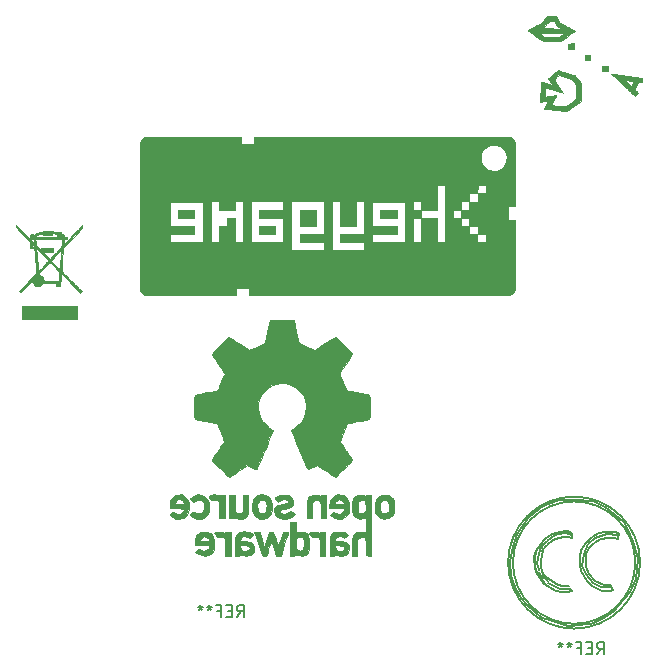
<source format=gbo>
G04 #@! TF.GenerationSoftware,KiCad,Pcbnew,5.1.9+dfsg1-1*
G04 #@! TF.CreationDate,2022-06-11T22:33:11-07:00*
G04 #@! TF.ProjectId,keygame-batpack,6b657967-616d-4652-9d62-61747061636b,rev?*
G04 #@! TF.SameCoordinates,Original*
G04 #@! TF.FileFunction,Legend,Bot*
G04 #@! TF.FilePolarity,Positive*
%FSLAX46Y46*%
G04 Gerber Fmt 4.6, Leading zero omitted, Abs format (unit mm)*
G04 Created by KiCad (PCBNEW 5.1.9+dfsg1-1) date 2022-06-11 22:33:11*
%MOMM*%
%LPD*%
G01*
G04 APERTURE LIST*
%ADD10C,0.010000*%
%ADD11C,0.150000*%
G04 APERTURE END LIST*
D10*
G04 #@! TO.C,G\u002A\u002A\u002A*
G36*
X134527211Y-86454392D02*
G01*
X134209447Y-86454502D01*
X133919098Y-86454712D01*
X133654874Y-86455050D01*
X133415485Y-86455544D01*
X133199640Y-86456221D01*
X133006050Y-86457109D01*
X132833423Y-86458235D01*
X132680470Y-86459628D01*
X132545900Y-86461314D01*
X132428423Y-86463322D01*
X132326749Y-86465679D01*
X132239587Y-86468413D01*
X132165648Y-86471551D01*
X132103640Y-86475121D01*
X132052274Y-86479151D01*
X132010259Y-86483668D01*
X131976305Y-86488701D01*
X131949122Y-86494275D01*
X131927420Y-86500421D01*
X131909908Y-86507164D01*
X131895295Y-86514533D01*
X131882292Y-86522555D01*
X131869609Y-86531258D01*
X131855955Y-86540670D01*
X131848641Y-86545470D01*
X131769105Y-86608323D01*
X131694334Y-86688035D01*
X131652617Y-86746057D01*
X131645707Y-86756566D01*
X131639210Y-86765772D01*
X131633113Y-86774705D01*
X131627405Y-86784394D01*
X131622072Y-86795870D01*
X131617101Y-86810164D01*
X131612480Y-86828304D01*
X131608195Y-86851323D01*
X131604236Y-86880248D01*
X131600587Y-86916111D01*
X131597238Y-86959942D01*
X131594175Y-87012771D01*
X131591385Y-87075629D01*
X131588856Y-87149544D01*
X131586575Y-87235548D01*
X131584530Y-87334670D01*
X131582707Y-87447941D01*
X131581094Y-87576391D01*
X131579678Y-87721050D01*
X131578446Y-87882948D01*
X131577387Y-88063115D01*
X131576486Y-88262581D01*
X131575732Y-88482378D01*
X131575111Y-88723533D01*
X131574611Y-88987079D01*
X131574220Y-89274045D01*
X131573923Y-89585461D01*
X131573710Y-89922357D01*
X131573567Y-90285763D01*
X131573481Y-90676711D01*
X131573440Y-91096228D01*
X131573430Y-91545347D01*
X131573440Y-92025097D01*
X131573456Y-92536508D01*
X131573467Y-93080610D01*
X131573467Y-93160001D01*
X131573459Y-93708794D01*
X131573442Y-94224751D01*
X131573431Y-94708902D01*
X131573437Y-95162276D01*
X131573473Y-95585904D01*
X131573552Y-95980817D01*
X131573686Y-96348043D01*
X131573889Y-96688614D01*
X131574172Y-97003560D01*
X131574550Y-97293910D01*
X131575033Y-97560695D01*
X131575636Y-97804945D01*
X131576371Y-98027689D01*
X131577250Y-98229960D01*
X131578287Y-98412785D01*
X131579493Y-98577196D01*
X131580882Y-98724223D01*
X131582467Y-98854895D01*
X131584260Y-98970244D01*
X131586273Y-99071298D01*
X131588520Y-99159089D01*
X131591013Y-99234646D01*
X131593765Y-99298999D01*
X131596789Y-99353180D01*
X131600097Y-99398217D01*
X131603703Y-99435141D01*
X131607618Y-99464982D01*
X131611856Y-99488771D01*
X131616428Y-99507537D01*
X131621349Y-99522310D01*
X131626631Y-99534121D01*
X131632285Y-99544000D01*
X131638326Y-99552977D01*
X131644766Y-99562082D01*
X131651617Y-99572345D01*
X131652617Y-99573944D01*
X131714970Y-99656282D01*
X131792708Y-99732630D01*
X131848641Y-99774531D01*
X131863647Y-99784544D01*
X131877084Y-99793798D01*
X131890279Y-99802321D01*
X131904561Y-99810144D01*
X131921257Y-99817296D01*
X131941694Y-99823808D01*
X131967200Y-99829709D01*
X131999103Y-99835029D01*
X132038729Y-99839799D01*
X132087407Y-99844048D01*
X132146463Y-99847806D01*
X132217226Y-99851103D01*
X132301023Y-99853969D01*
X132399181Y-99856434D01*
X132513028Y-99858528D01*
X132643892Y-99860281D01*
X132793099Y-99861722D01*
X132961978Y-99862882D01*
X133151856Y-99863791D01*
X133364060Y-99864479D01*
X133599918Y-99864975D01*
X133860758Y-99865310D01*
X134147907Y-99865513D01*
X134462692Y-99865614D01*
X134806441Y-99865644D01*
X135180482Y-99865632D01*
X135586142Y-99865608D01*
X135886558Y-99865600D01*
X139667600Y-99865600D01*
X139667600Y-99289867D01*
X140836000Y-99289867D01*
X140836000Y-99865600D01*
X151813033Y-99864486D01*
X152554597Y-99864403D01*
X153263026Y-99864307D01*
X153939055Y-99864195D01*
X154583415Y-99864067D01*
X155196840Y-99863921D01*
X155780063Y-99863755D01*
X156333816Y-99863568D01*
X156858831Y-99863357D01*
X157355843Y-99863121D01*
X157825584Y-99862859D01*
X158268786Y-99862569D01*
X158686183Y-99862249D01*
X159078507Y-99861898D01*
X159446491Y-99861513D01*
X159790868Y-99861093D01*
X160112371Y-99860638D01*
X160411732Y-99860144D01*
X160689685Y-99859610D01*
X160946962Y-99859035D01*
X161184296Y-99858417D01*
X161402420Y-99857754D01*
X161602067Y-99857045D01*
X161783969Y-99856288D01*
X161948860Y-99855481D01*
X162097472Y-99854623D01*
X162230538Y-99853712D01*
X162348791Y-99852747D01*
X162452963Y-99851725D01*
X162543788Y-99850645D01*
X162621999Y-99849506D01*
X162688327Y-99848305D01*
X162743507Y-99847042D01*
X162788270Y-99845714D01*
X162823350Y-99844320D01*
X162849480Y-99842858D01*
X162867392Y-99841326D01*
X162877819Y-99839724D01*
X162878608Y-99839525D01*
X163003366Y-99788819D01*
X163114561Y-99709271D01*
X163206960Y-99604869D01*
X163227383Y-99573944D01*
X163237169Y-99558350D01*
X163246113Y-99543572D01*
X163254254Y-99528097D01*
X163261629Y-99510411D01*
X163268277Y-99488997D01*
X163274234Y-99462343D01*
X163279540Y-99428933D01*
X163284231Y-99387253D01*
X163288345Y-99335788D01*
X163291921Y-99273024D01*
X163294995Y-99197446D01*
X163297606Y-99107540D01*
X163299791Y-99001790D01*
X163301588Y-98878683D01*
X163303035Y-98736703D01*
X163304170Y-98574337D01*
X163305030Y-98390070D01*
X163305653Y-98182387D01*
X163306077Y-97949773D01*
X163306340Y-97690714D01*
X163306480Y-97403696D01*
X163306533Y-97087203D01*
X163306538Y-96739722D01*
X163306533Y-96399176D01*
X163306533Y-94667067D01*
X160834267Y-94667067D01*
X160834267Y-95361334D01*
X160140000Y-95361334D01*
X157413850Y-95361334D01*
X156719467Y-95361334D01*
X156719467Y-93295083D01*
X156037900Y-93299508D01*
X155356334Y-93303934D01*
X155351969Y-94332634D01*
X155347605Y-95361334D01*
X154670533Y-95361334D01*
X154670533Y-94507334D01*
X153990178Y-94507334D01*
X153990031Y-94692662D01*
X153989727Y-94859343D01*
X153989271Y-95005073D01*
X153988668Y-95127546D01*
X153987924Y-95224458D01*
X153987043Y-95293503D01*
X153986030Y-95332376D01*
X153985358Y-95340267D01*
X153977558Y-95344238D01*
X153956159Y-95347665D01*
X153919303Y-95350573D01*
X153865135Y-95352984D01*
X153791797Y-95354921D01*
X153697431Y-95356406D01*
X153580182Y-95357464D01*
X153438192Y-95358116D01*
X153269604Y-95358385D01*
X153072561Y-95358294D01*
X152845206Y-95357867D01*
X152609393Y-95357201D01*
X151241533Y-95352867D01*
X151236950Y-95009967D01*
X151232366Y-94667067D01*
X153298933Y-94667067D01*
X153298933Y-93989996D01*
X152270233Y-93985632D01*
X151241533Y-93981267D01*
X151241533Y-91932334D01*
X153984733Y-91932334D01*
X153989098Y-93625667D01*
X153989629Y-93862527D01*
X153989982Y-94089962D01*
X153990164Y-94305666D01*
X153990178Y-94507334D01*
X154670533Y-94507334D01*
X154670533Y-93295467D01*
X155347867Y-93295467D01*
X155347867Y-92618134D01*
X154670533Y-92618134D01*
X154670533Y-91923867D01*
X150555733Y-91923867D01*
X150555733Y-94667067D01*
X148506800Y-94667067D01*
X148506800Y-95344401D01*
X150555733Y-95344401D01*
X150555733Y-96038667D01*
X147812534Y-96038667D01*
X147812534Y-91923867D01*
X147135200Y-91923867D01*
X147135200Y-94667067D01*
X145086267Y-94667067D01*
X145086267Y-95344401D01*
X147135200Y-95344401D01*
X147135200Y-96038667D01*
X144392000Y-96038667D01*
X144392000Y-91923867D01*
X143714667Y-91923867D01*
X143714667Y-92618134D01*
X141665733Y-92618134D01*
X141665733Y-93295467D01*
X143714667Y-93295467D01*
X143714667Y-95361334D01*
X140971467Y-95361334D01*
X140971467Y-91923867D01*
X140294133Y-91923867D01*
X140294133Y-95361334D01*
X139599867Y-95361334D01*
X139599867Y-93295467D01*
X138922533Y-93295467D01*
X138922533Y-93989734D01*
X138228267Y-93989734D01*
X138228267Y-95361334D01*
X137550933Y-95361334D01*
X137550933Y-94507334D01*
X136870578Y-94507334D01*
X136870431Y-94692662D01*
X136870127Y-94859343D01*
X136869671Y-95005073D01*
X136869068Y-95127546D01*
X136868324Y-95224458D01*
X136867443Y-95293503D01*
X136866430Y-95332376D01*
X136865758Y-95340267D01*
X136857958Y-95344238D01*
X136836559Y-95347665D01*
X136799703Y-95350573D01*
X136745535Y-95352984D01*
X136672197Y-95354921D01*
X136577831Y-95356406D01*
X136460582Y-95357464D01*
X136318592Y-95358116D01*
X136150004Y-95358385D01*
X135952961Y-95358294D01*
X135725606Y-95357867D01*
X135489793Y-95357201D01*
X134121934Y-95352867D01*
X134112766Y-94667067D01*
X136179334Y-94667067D01*
X136179334Y-93989996D01*
X135150634Y-93985632D01*
X134121934Y-93981267D01*
X134121934Y-91932334D01*
X136865134Y-91932334D01*
X136869498Y-93625667D01*
X136870029Y-93862527D01*
X136870382Y-94089962D01*
X136870564Y-94305666D01*
X136870578Y-94507334D01*
X137550933Y-94507334D01*
X137550933Y-91923867D01*
X138227566Y-91923867D01*
X138232150Y-92266767D01*
X138236733Y-92609667D01*
X138918300Y-92614093D01*
X139599867Y-92618518D01*
X139599867Y-91923867D01*
X140294133Y-91923867D01*
X140971467Y-91923867D01*
X143714667Y-91923867D01*
X144392000Y-91923867D01*
X147135200Y-91923867D01*
X147812534Y-91923867D01*
X148506800Y-91923867D01*
X148506800Y-93990118D01*
X149188367Y-93985693D01*
X149869934Y-93981267D01*
X149878662Y-91923867D01*
X150555733Y-91923867D01*
X154670533Y-91923867D01*
X155347166Y-91923867D01*
X155356334Y-92609667D01*
X156037900Y-92614093D01*
X156719467Y-92618518D01*
X156719467Y-90551566D01*
X157405267Y-90560734D01*
X157409558Y-92961034D01*
X157413850Y-95361334D01*
X160140000Y-95361334D01*
X160140000Y-94667067D01*
X159462667Y-94667067D01*
X159462667Y-93989734D01*
X160156933Y-93989734D01*
X160156933Y-94667067D01*
X160834267Y-94667067D01*
X163306533Y-94667067D01*
X163306533Y-93464800D01*
X162730800Y-93464800D01*
X162730800Y-92313334D01*
X163306533Y-92313334D01*
X163306533Y-90551566D01*
X160834267Y-90551566D01*
X160834267Y-91246534D01*
X160157635Y-91246534D01*
X160148467Y-91932334D01*
X159462667Y-91941502D01*
X159462667Y-92618134D01*
X158785333Y-92618134D01*
X158785333Y-93295467D01*
X159462667Y-93295467D01*
X159462667Y-93989734D01*
X158768400Y-93989734D01*
X158768400Y-93295467D01*
X158091067Y-93295467D01*
X158091067Y-92618134D01*
X158768400Y-92618134D01*
X158768400Y-91923867D01*
X159462667Y-91923867D01*
X159462667Y-91246534D01*
X160139299Y-91246534D01*
X160148467Y-90560734D01*
X160834267Y-90551566D01*
X163306533Y-90551566D01*
X163306533Y-89649892D01*
X163306536Y-89291129D01*
X163306519Y-88964640D01*
X163306436Y-88668830D01*
X163306245Y-88402105D01*
X163305989Y-88223258D01*
X162612017Y-88223258D01*
X162597141Y-88417117D01*
X162552619Y-88595608D01*
X162477612Y-88761170D01*
X162375622Y-88910861D01*
X162241776Y-89052122D01*
X162090480Y-89166111D01*
X161925071Y-89251689D01*
X161748886Y-89307722D01*
X161565262Y-89333072D01*
X161377537Y-89326602D01*
X161234054Y-89299675D01*
X161057828Y-89238166D01*
X160897780Y-89149794D01*
X160756071Y-89037926D01*
X160634861Y-88905929D01*
X160536311Y-88757168D01*
X160462581Y-88595010D01*
X160415831Y-88422821D01*
X160398222Y-88243967D01*
X160411913Y-88061814D01*
X160418031Y-88028117D01*
X160470877Y-87842206D01*
X160550127Y-87674280D01*
X160652705Y-87525780D01*
X160775535Y-87398145D01*
X160915541Y-87292815D01*
X161069647Y-87211228D01*
X161234776Y-87154824D01*
X161407852Y-87125044D01*
X161585799Y-87123325D01*
X161765540Y-87151107D01*
X161944001Y-87209831D01*
X162053467Y-87262855D01*
X162170469Y-87341380D01*
X162284676Y-87444087D01*
X162387414Y-87561804D01*
X162470009Y-87685360D01*
X162491375Y-87725868D01*
X162549652Y-87858236D01*
X162587147Y-87979064D01*
X162606899Y-88100883D01*
X162612017Y-88223258D01*
X163305989Y-88223258D01*
X163305902Y-88162872D01*
X163305364Y-87949538D01*
X163304586Y-87760507D01*
X163303527Y-87594187D01*
X163302142Y-87448984D01*
X163300388Y-87323304D01*
X163298221Y-87215554D01*
X163295598Y-87124139D01*
X163292476Y-87047466D01*
X163288811Y-86983942D01*
X163284560Y-86931972D01*
X163279679Y-86889962D01*
X163274125Y-86856320D01*
X163267855Y-86829451D01*
X163260824Y-86807762D01*
X163252990Y-86789659D01*
X163244309Y-86773547D01*
X163234737Y-86757835D01*
X163227383Y-86746057D01*
X163139159Y-86633844D01*
X163030523Y-86547496D01*
X162904587Y-86489340D01*
X162871168Y-86479583D01*
X162861808Y-86477875D01*
X162846638Y-86476245D01*
X162824902Y-86474690D01*
X162795843Y-86473210D01*
X162758703Y-86471801D01*
X162712724Y-86470464D01*
X162657150Y-86469195D01*
X162591223Y-86467993D01*
X162514185Y-86466856D01*
X162425279Y-86465783D01*
X162323748Y-86464772D01*
X162208834Y-86463821D01*
X162079780Y-86462928D01*
X161935829Y-86462091D01*
X161776223Y-86461309D01*
X161600205Y-86460580D01*
X161407017Y-86459903D01*
X161195902Y-86459275D01*
X160966103Y-86458694D01*
X160716862Y-86458160D01*
X160447422Y-86457670D01*
X160157026Y-86457222D01*
X159844916Y-86456815D01*
X159510334Y-86456447D01*
X159152524Y-86456116D01*
X158770728Y-86455821D01*
X158364188Y-86455559D01*
X157932148Y-86455329D01*
X157473849Y-86455130D01*
X156988535Y-86454958D01*
X156475448Y-86454814D01*
X155933830Y-86454694D01*
X155362925Y-86454598D01*
X154761975Y-86454522D01*
X154130222Y-86454467D01*
X153466910Y-86454429D01*
X152771280Y-86454408D01*
X152042575Y-86454401D01*
X141242400Y-86454401D01*
X141242400Y-87030134D01*
X140090933Y-87030134D01*
X140090933Y-86454401D01*
X136098225Y-86454401D01*
X135657897Y-86454387D01*
X135250145Y-86454362D01*
X134873680Y-86454355D01*
X134527211Y-86454392D01*
G37*
X134527211Y-86454392D02*
X134209447Y-86454502D01*
X133919098Y-86454712D01*
X133654874Y-86455050D01*
X133415485Y-86455544D01*
X133199640Y-86456221D01*
X133006050Y-86457109D01*
X132833423Y-86458235D01*
X132680470Y-86459628D01*
X132545900Y-86461314D01*
X132428423Y-86463322D01*
X132326749Y-86465679D01*
X132239587Y-86468413D01*
X132165648Y-86471551D01*
X132103640Y-86475121D01*
X132052274Y-86479151D01*
X132010259Y-86483668D01*
X131976305Y-86488701D01*
X131949122Y-86494275D01*
X131927420Y-86500421D01*
X131909908Y-86507164D01*
X131895295Y-86514533D01*
X131882292Y-86522555D01*
X131869609Y-86531258D01*
X131855955Y-86540670D01*
X131848641Y-86545470D01*
X131769105Y-86608323D01*
X131694334Y-86688035D01*
X131652617Y-86746057D01*
X131645707Y-86756566D01*
X131639210Y-86765772D01*
X131633113Y-86774705D01*
X131627405Y-86784394D01*
X131622072Y-86795870D01*
X131617101Y-86810164D01*
X131612480Y-86828304D01*
X131608195Y-86851323D01*
X131604236Y-86880248D01*
X131600587Y-86916111D01*
X131597238Y-86959942D01*
X131594175Y-87012771D01*
X131591385Y-87075629D01*
X131588856Y-87149544D01*
X131586575Y-87235548D01*
X131584530Y-87334670D01*
X131582707Y-87447941D01*
X131581094Y-87576391D01*
X131579678Y-87721050D01*
X131578446Y-87882948D01*
X131577387Y-88063115D01*
X131576486Y-88262581D01*
X131575732Y-88482378D01*
X131575111Y-88723533D01*
X131574611Y-88987079D01*
X131574220Y-89274045D01*
X131573923Y-89585461D01*
X131573710Y-89922357D01*
X131573567Y-90285763D01*
X131573481Y-90676711D01*
X131573440Y-91096228D01*
X131573430Y-91545347D01*
X131573440Y-92025097D01*
X131573456Y-92536508D01*
X131573467Y-93080610D01*
X131573467Y-93160001D01*
X131573459Y-93708794D01*
X131573442Y-94224751D01*
X131573431Y-94708902D01*
X131573437Y-95162276D01*
X131573473Y-95585904D01*
X131573552Y-95980817D01*
X131573686Y-96348043D01*
X131573889Y-96688614D01*
X131574172Y-97003560D01*
X131574550Y-97293910D01*
X131575033Y-97560695D01*
X131575636Y-97804945D01*
X131576371Y-98027689D01*
X131577250Y-98229960D01*
X131578287Y-98412785D01*
X131579493Y-98577196D01*
X131580882Y-98724223D01*
X131582467Y-98854895D01*
X131584260Y-98970244D01*
X131586273Y-99071298D01*
X131588520Y-99159089D01*
X131591013Y-99234646D01*
X131593765Y-99298999D01*
X131596789Y-99353180D01*
X131600097Y-99398217D01*
X131603703Y-99435141D01*
X131607618Y-99464982D01*
X131611856Y-99488771D01*
X131616428Y-99507537D01*
X131621349Y-99522310D01*
X131626631Y-99534121D01*
X131632285Y-99544000D01*
X131638326Y-99552977D01*
X131644766Y-99562082D01*
X131651617Y-99572345D01*
X131652617Y-99573944D01*
X131714970Y-99656282D01*
X131792708Y-99732630D01*
X131848641Y-99774531D01*
X131863647Y-99784544D01*
X131877084Y-99793798D01*
X131890279Y-99802321D01*
X131904561Y-99810144D01*
X131921257Y-99817296D01*
X131941694Y-99823808D01*
X131967200Y-99829709D01*
X131999103Y-99835029D01*
X132038729Y-99839799D01*
X132087407Y-99844048D01*
X132146463Y-99847806D01*
X132217226Y-99851103D01*
X132301023Y-99853969D01*
X132399181Y-99856434D01*
X132513028Y-99858528D01*
X132643892Y-99860281D01*
X132793099Y-99861722D01*
X132961978Y-99862882D01*
X133151856Y-99863791D01*
X133364060Y-99864479D01*
X133599918Y-99864975D01*
X133860758Y-99865310D01*
X134147907Y-99865513D01*
X134462692Y-99865614D01*
X134806441Y-99865644D01*
X135180482Y-99865632D01*
X135586142Y-99865608D01*
X135886558Y-99865600D01*
X139667600Y-99865600D01*
X139667600Y-99289867D01*
X140836000Y-99289867D01*
X140836000Y-99865600D01*
X151813033Y-99864486D01*
X152554597Y-99864403D01*
X153263026Y-99864307D01*
X153939055Y-99864195D01*
X154583415Y-99864067D01*
X155196840Y-99863921D01*
X155780063Y-99863755D01*
X156333816Y-99863568D01*
X156858831Y-99863357D01*
X157355843Y-99863121D01*
X157825584Y-99862859D01*
X158268786Y-99862569D01*
X158686183Y-99862249D01*
X159078507Y-99861898D01*
X159446491Y-99861513D01*
X159790868Y-99861093D01*
X160112371Y-99860638D01*
X160411732Y-99860144D01*
X160689685Y-99859610D01*
X160946962Y-99859035D01*
X161184296Y-99858417D01*
X161402420Y-99857754D01*
X161602067Y-99857045D01*
X161783969Y-99856288D01*
X161948860Y-99855481D01*
X162097472Y-99854623D01*
X162230538Y-99853712D01*
X162348791Y-99852747D01*
X162452963Y-99851725D01*
X162543788Y-99850645D01*
X162621999Y-99849506D01*
X162688327Y-99848305D01*
X162743507Y-99847042D01*
X162788270Y-99845714D01*
X162823350Y-99844320D01*
X162849480Y-99842858D01*
X162867392Y-99841326D01*
X162877819Y-99839724D01*
X162878608Y-99839525D01*
X163003366Y-99788819D01*
X163114561Y-99709271D01*
X163206960Y-99604869D01*
X163227383Y-99573944D01*
X163237169Y-99558350D01*
X163246113Y-99543572D01*
X163254254Y-99528097D01*
X163261629Y-99510411D01*
X163268277Y-99488997D01*
X163274234Y-99462343D01*
X163279540Y-99428933D01*
X163284231Y-99387253D01*
X163288345Y-99335788D01*
X163291921Y-99273024D01*
X163294995Y-99197446D01*
X163297606Y-99107540D01*
X163299791Y-99001790D01*
X163301588Y-98878683D01*
X163303035Y-98736703D01*
X163304170Y-98574337D01*
X163305030Y-98390070D01*
X163305653Y-98182387D01*
X163306077Y-97949773D01*
X163306340Y-97690714D01*
X163306480Y-97403696D01*
X163306533Y-97087203D01*
X163306538Y-96739722D01*
X163306533Y-96399176D01*
X163306533Y-94667067D01*
X160834267Y-94667067D01*
X160834267Y-95361334D01*
X160140000Y-95361334D01*
X157413850Y-95361334D01*
X156719467Y-95361334D01*
X156719467Y-93295083D01*
X156037900Y-93299508D01*
X155356334Y-93303934D01*
X155351969Y-94332634D01*
X155347605Y-95361334D01*
X154670533Y-95361334D01*
X154670533Y-94507334D01*
X153990178Y-94507334D01*
X153990031Y-94692662D01*
X153989727Y-94859343D01*
X153989271Y-95005073D01*
X153988668Y-95127546D01*
X153987924Y-95224458D01*
X153987043Y-95293503D01*
X153986030Y-95332376D01*
X153985358Y-95340267D01*
X153977558Y-95344238D01*
X153956159Y-95347665D01*
X153919303Y-95350573D01*
X153865135Y-95352984D01*
X153791797Y-95354921D01*
X153697431Y-95356406D01*
X153580182Y-95357464D01*
X153438192Y-95358116D01*
X153269604Y-95358385D01*
X153072561Y-95358294D01*
X152845206Y-95357867D01*
X152609393Y-95357201D01*
X151241533Y-95352867D01*
X151236950Y-95009967D01*
X151232366Y-94667067D01*
X153298933Y-94667067D01*
X153298933Y-93989996D01*
X152270233Y-93985632D01*
X151241533Y-93981267D01*
X151241533Y-91932334D01*
X153984733Y-91932334D01*
X153989098Y-93625667D01*
X153989629Y-93862527D01*
X153989982Y-94089962D01*
X153990164Y-94305666D01*
X153990178Y-94507334D01*
X154670533Y-94507334D01*
X154670533Y-93295467D01*
X155347867Y-93295467D01*
X155347867Y-92618134D01*
X154670533Y-92618134D01*
X154670533Y-91923867D01*
X150555733Y-91923867D01*
X150555733Y-94667067D01*
X148506800Y-94667067D01*
X148506800Y-95344401D01*
X150555733Y-95344401D01*
X150555733Y-96038667D01*
X147812534Y-96038667D01*
X147812534Y-91923867D01*
X147135200Y-91923867D01*
X147135200Y-94667067D01*
X145086267Y-94667067D01*
X145086267Y-95344401D01*
X147135200Y-95344401D01*
X147135200Y-96038667D01*
X144392000Y-96038667D01*
X144392000Y-91923867D01*
X143714667Y-91923867D01*
X143714667Y-92618134D01*
X141665733Y-92618134D01*
X141665733Y-93295467D01*
X143714667Y-93295467D01*
X143714667Y-95361334D01*
X140971467Y-95361334D01*
X140971467Y-91923867D01*
X140294133Y-91923867D01*
X140294133Y-95361334D01*
X139599867Y-95361334D01*
X139599867Y-93295467D01*
X138922533Y-93295467D01*
X138922533Y-93989734D01*
X138228267Y-93989734D01*
X138228267Y-95361334D01*
X137550933Y-95361334D01*
X137550933Y-94507334D01*
X136870578Y-94507334D01*
X136870431Y-94692662D01*
X136870127Y-94859343D01*
X136869671Y-95005073D01*
X136869068Y-95127546D01*
X136868324Y-95224458D01*
X136867443Y-95293503D01*
X136866430Y-95332376D01*
X136865758Y-95340267D01*
X136857958Y-95344238D01*
X136836559Y-95347665D01*
X136799703Y-95350573D01*
X136745535Y-95352984D01*
X136672197Y-95354921D01*
X136577831Y-95356406D01*
X136460582Y-95357464D01*
X136318592Y-95358116D01*
X136150004Y-95358385D01*
X135952961Y-95358294D01*
X135725606Y-95357867D01*
X135489793Y-95357201D01*
X134121934Y-95352867D01*
X134112766Y-94667067D01*
X136179334Y-94667067D01*
X136179334Y-93989996D01*
X135150634Y-93985632D01*
X134121934Y-93981267D01*
X134121934Y-91932334D01*
X136865134Y-91932334D01*
X136869498Y-93625667D01*
X136870029Y-93862527D01*
X136870382Y-94089962D01*
X136870564Y-94305666D01*
X136870578Y-94507334D01*
X137550933Y-94507334D01*
X137550933Y-91923867D01*
X138227566Y-91923867D01*
X138232150Y-92266767D01*
X138236733Y-92609667D01*
X138918300Y-92614093D01*
X139599867Y-92618518D01*
X139599867Y-91923867D01*
X140294133Y-91923867D01*
X140971467Y-91923867D01*
X143714667Y-91923867D01*
X144392000Y-91923867D01*
X147135200Y-91923867D01*
X147812534Y-91923867D01*
X148506800Y-91923867D01*
X148506800Y-93990118D01*
X149188367Y-93985693D01*
X149869934Y-93981267D01*
X149878662Y-91923867D01*
X150555733Y-91923867D01*
X154670533Y-91923867D01*
X155347166Y-91923867D01*
X155356334Y-92609667D01*
X156037900Y-92614093D01*
X156719467Y-92618518D01*
X156719467Y-90551566D01*
X157405267Y-90560734D01*
X157409558Y-92961034D01*
X157413850Y-95361334D01*
X160140000Y-95361334D01*
X160140000Y-94667067D01*
X159462667Y-94667067D01*
X159462667Y-93989734D01*
X160156933Y-93989734D01*
X160156933Y-94667067D01*
X160834267Y-94667067D01*
X163306533Y-94667067D01*
X163306533Y-93464800D01*
X162730800Y-93464800D01*
X162730800Y-92313334D01*
X163306533Y-92313334D01*
X163306533Y-90551566D01*
X160834267Y-90551566D01*
X160834267Y-91246534D01*
X160157635Y-91246534D01*
X160148467Y-91932334D01*
X159462667Y-91941502D01*
X159462667Y-92618134D01*
X158785333Y-92618134D01*
X158785333Y-93295467D01*
X159462667Y-93295467D01*
X159462667Y-93989734D01*
X158768400Y-93989734D01*
X158768400Y-93295467D01*
X158091067Y-93295467D01*
X158091067Y-92618134D01*
X158768400Y-92618134D01*
X158768400Y-91923867D01*
X159462667Y-91923867D01*
X159462667Y-91246534D01*
X160139299Y-91246534D01*
X160148467Y-90560734D01*
X160834267Y-90551566D01*
X163306533Y-90551566D01*
X163306533Y-89649892D01*
X163306536Y-89291129D01*
X163306519Y-88964640D01*
X163306436Y-88668830D01*
X163306245Y-88402105D01*
X163305989Y-88223258D01*
X162612017Y-88223258D01*
X162597141Y-88417117D01*
X162552619Y-88595608D01*
X162477612Y-88761170D01*
X162375622Y-88910861D01*
X162241776Y-89052122D01*
X162090480Y-89166111D01*
X161925071Y-89251689D01*
X161748886Y-89307722D01*
X161565262Y-89333072D01*
X161377537Y-89326602D01*
X161234054Y-89299675D01*
X161057828Y-89238166D01*
X160897780Y-89149794D01*
X160756071Y-89037926D01*
X160634861Y-88905929D01*
X160536311Y-88757168D01*
X160462581Y-88595010D01*
X160415831Y-88422821D01*
X160398222Y-88243967D01*
X160411913Y-88061814D01*
X160418031Y-88028117D01*
X160470877Y-87842206D01*
X160550127Y-87674280D01*
X160652705Y-87525780D01*
X160775535Y-87398145D01*
X160915541Y-87292815D01*
X161069647Y-87211228D01*
X161234776Y-87154824D01*
X161407852Y-87125044D01*
X161585799Y-87123325D01*
X161765540Y-87151107D01*
X161944001Y-87209831D01*
X162053467Y-87262855D01*
X162170469Y-87341380D01*
X162284676Y-87444087D01*
X162387414Y-87561804D01*
X162470009Y-87685360D01*
X162491375Y-87725868D01*
X162549652Y-87858236D01*
X162587147Y-87979064D01*
X162606899Y-88100883D01*
X162612017Y-88223258D01*
X163305989Y-88223258D01*
X163305902Y-88162872D01*
X163305364Y-87949538D01*
X163304586Y-87760507D01*
X163303527Y-87594187D01*
X163302142Y-87448984D01*
X163300388Y-87323304D01*
X163298221Y-87215554D01*
X163295598Y-87124139D01*
X163292476Y-87047466D01*
X163288811Y-86983942D01*
X163284560Y-86931972D01*
X163279679Y-86889962D01*
X163274125Y-86856320D01*
X163267855Y-86829451D01*
X163260824Y-86807762D01*
X163252990Y-86789659D01*
X163244309Y-86773547D01*
X163234737Y-86757835D01*
X163227383Y-86746057D01*
X163139159Y-86633844D01*
X163030523Y-86547496D01*
X162904587Y-86489340D01*
X162871168Y-86479583D01*
X162861808Y-86477875D01*
X162846638Y-86476245D01*
X162824902Y-86474690D01*
X162795843Y-86473210D01*
X162758703Y-86471801D01*
X162712724Y-86470464D01*
X162657150Y-86469195D01*
X162591223Y-86467993D01*
X162514185Y-86466856D01*
X162425279Y-86465783D01*
X162323748Y-86464772D01*
X162208834Y-86463821D01*
X162079780Y-86462928D01*
X161935829Y-86462091D01*
X161776223Y-86461309D01*
X161600205Y-86460580D01*
X161407017Y-86459903D01*
X161195902Y-86459275D01*
X160966103Y-86458694D01*
X160716862Y-86458160D01*
X160447422Y-86457670D01*
X160157026Y-86457222D01*
X159844916Y-86456815D01*
X159510334Y-86456447D01*
X159152524Y-86456116D01*
X158770728Y-86455821D01*
X158364188Y-86455559D01*
X157932148Y-86455329D01*
X157473849Y-86455130D01*
X156988535Y-86454958D01*
X156475448Y-86454814D01*
X155933830Y-86454694D01*
X155362925Y-86454598D01*
X154761975Y-86454522D01*
X154130222Y-86454467D01*
X153466910Y-86454429D01*
X152771280Y-86454408D01*
X152042575Y-86454401D01*
X141242400Y-86454401D01*
X141242400Y-87030134D01*
X140090933Y-87030134D01*
X140090933Y-86454401D01*
X136098225Y-86454401D01*
X135657897Y-86454387D01*
X135250145Y-86454362D01*
X134873680Y-86454355D01*
X134527211Y-86454392D01*
G36*
X145086267Y-93989734D02*
G01*
X146440933Y-93989734D01*
X146440933Y-92618134D01*
X145086267Y-92618134D01*
X145086267Y-93989734D01*
G37*
X145086267Y-93989734D02*
X146440933Y-93989734D01*
X146440933Y-92618134D01*
X145086267Y-92618134D01*
X145086267Y-93989734D01*
G36*
X151927333Y-93295467D02*
G01*
X153298933Y-93295467D01*
X153298933Y-92618134D01*
X151927333Y-92618134D01*
X151927333Y-93295467D01*
G37*
X151927333Y-93295467D02*
X153298933Y-93295467D01*
X153298933Y-92618134D01*
X151927333Y-92618134D01*
X151927333Y-93295467D01*
G36*
X141665733Y-94667067D02*
G01*
X143020400Y-94667067D01*
X143020400Y-93989734D01*
X141665733Y-93989734D01*
X141665733Y-94667067D01*
G37*
X141665733Y-94667067D02*
X143020400Y-94667067D01*
X143020400Y-93989734D01*
X141665733Y-93989734D01*
X141665733Y-94667067D01*
G36*
X134807734Y-93295467D02*
G01*
X136179334Y-93295467D01*
X136179334Y-92618134D01*
X134807734Y-92618134D01*
X134807734Y-93295467D01*
G37*
X134807734Y-93295467D02*
X136179334Y-93295467D01*
X136179334Y-92618134D01*
X134807734Y-92618134D01*
X134807734Y-93295467D01*
G04 #@! TO.C,REF\u002A\u002A*
G36*
X149930808Y-116785166D02*
G01*
X149843015Y-116828540D01*
X149734751Y-116904122D01*
X149655845Y-116986542D01*
X149601805Y-117090037D01*
X149568141Y-117228843D01*
X149550363Y-117417194D01*
X149543980Y-117669328D01*
X149543607Y-117777724D01*
X149544696Y-118015287D01*
X149549222Y-118185068D01*
X149559068Y-118302550D01*
X149576118Y-118383215D01*
X149602259Y-118442545D01*
X149629458Y-118483020D01*
X149803080Y-118655225D01*
X150007538Y-118758806D01*
X150228104Y-118789960D01*
X150450046Y-118744885D01*
X150520360Y-118713009D01*
X150688689Y-118625271D01*
X150688689Y-120000172D01*
X150565838Y-119936643D01*
X150403967Y-119887491D01*
X150205005Y-119874900D01*
X150006328Y-119898147D01*
X149856290Y-119950370D01*
X149731841Y-120049826D01*
X149625508Y-120192143D01*
X149617513Y-120206755D01*
X149583793Y-120275582D01*
X149559166Y-120344956D01*
X149542214Y-120428996D01*
X149531519Y-120541816D01*
X149525662Y-120697533D01*
X149523227Y-120910265D01*
X149522787Y-121149664D01*
X149522787Y-121913443D01*
X149980820Y-121913443D01*
X149980820Y-120505108D01*
X150108933Y-120397308D01*
X150242018Y-120311079D01*
X150368048Y-120295401D01*
X150494778Y-120335747D01*
X150562317Y-120375254D01*
X150612586Y-120431527D01*
X150648338Y-120516572D01*
X150672328Y-120642394D01*
X150687311Y-120820998D01*
X150696040Y-121064391D01*
X150699114Y-121226394D01*
X150709508Y-121892623D01*
X150928115Y-121905209D01*
X151146721Y-121917795D01*
X151146721Y-117783464D01*
X150688689Y-117783464D01*
X150677011Y-118013953D01*
X150637662Y-118173950D01*
X150564166Y-118273497D01*
X150450049Y-118322639D01*
X150334754Y-118332459D01*
X150204238Y-118321175D01*
X150117617Y-118276764D01*
X150063451Y-118218081D01*
X150020810Y-118154962D01*
X149995426Y-118084645D01*
X149984131Y-117986123D01*
X149983760Y-117838387D01*
X149987560Y-117714683D01*
X149996288Y-117528328D01*
X150009280Y-117405982D01*
X150031159Y-117328377D01*
X150066546Y-117276245D01*
X150099941Y-117246111D01*
X150239475Y-117180399D01*
X150404619Y-117169787D01*
X150499446Y-117192423D01*
X150593334Y-117272881D01*
X150655526Y-117429392D01*
X150685669Y-117660852D01*
X150688689Y-117783464D01*
X151146721Y-117783464D01*
X151146721Y-116750164D01*
X150917705Y-116750164D01*
X150780206Y-116755602D01*
X150709267Y-116774909D01*
X150688697Y-116812576D01*
X150688689Y-116813692D01*
X150679145Y-116850581D01*
X150637051Y-116846393D01*
X150553361Y-116805859D01*
X150358354Y-116743850D01*
X150138954Y-116737332D01*
X149930808Y-116785166D01*
G37*
X149930808Y-116785166D02*
X149843015Y-116828540D01*
X149734751Y-116904122D01*
X149655845Y-116986542D01*
X149601805Y-117090037D01*
X149568141Y-117228843D01*
X149550363Y-117417194D01*
X149543980Y-117669328D01*
X149543607Y-117777724D01*
X149544696Y-118015287D01*
X149549222Y-118185068D01*
X149559068Y-118302550D01*
X149576118Y-118383215D01*
X149602259Y-118442545D01*
X149629458Y-118483020D01*
X149803080Y-118655225D01*
X150007538Y-118758806D01*
X150228104Y-118789960D01*
X150450046Y-118744885D01*
X150520360Y-118713009D01*
X150688689Y-118625271D01*
X150688689Y-120000172D01*
X150565838Y-119936643D01*
X150403967Y-119887491D01*
X150205005Y-119874900D01*
X150006328Y-119898147D01*
X149856290Y-119950370D01*
X149731841Y-120049826D01*
X149625508Y-120192143D01*
X149617513Y-120206755D01*
X149583793Y-120275582D01*
X149559166Y-120344956D01*
X149542214Y-120428996D01*
X149531519Y-120541816D01*
X149525662Y-120697533D01*
X149523227Y-120910265D01*
X149522787Y-121149664D01*
X149522787Y-121913443D01*
X149980820Y-121913443D01*
X149980820Y-120505108D01*
X150108933Y-120397308D01*
X150242018Y-120311079D01*
X150368048Y-120295401D01*
X150494778Y-120335747D01*
X150562317Y-120375254D01*
X150612586Y-120431527D01*
X150648338Y-120516572D01*
X150672328Y-120642394D01*
X150687311Y-120820998D01*
X150696040Y-121064391D01*
X150699114Y-121226394D01*
X150709508Y-121892623D01*
X150928115Y-121905209D01*
X151146721Y-121917795D01*
X151146721Y-117783464D01*
X150688689Y-117783464D01*
X150677011Y-118013953D01*
X150637662Y-118173950D01*
X150564166Y-118273497D01*
X150450049Y-118322639D01*
X150334754Y-118332459D01*
X150204238Y-118321175D01*
X150117617Y-118276764D01*
X150063451Y-118218081D01*
X150020810Y-118154962D01*
X149995426Y-118084645D01*
X149984131Y-117986123D01*
X149983760Y-117838387D01*
X149987560Y-117714683D01*
X149996288Y-117528328D01*
X150009280Y-117405982D01*
X150031159Y-117328377D01*
X150066546Y-117276245D01*
X150099941Y-117246111D01*
X150239475Y-117180399D01*
X150404619Y-117169787D01*
X150499446Y-117192423D01*
X150593334Y-117272881D01*
X150655526Y-117429392D01*
X150685669Y-117660852D01*
X150688689Y-117783464D01*
X151146721Y-117783464D01*
X151146721Y-116750164D01*
X150917705Y-116750164D01*
X150780206Y-116755602D01*
X150709267Y-116774909D01*
X150688697Y-116812576D01*
X150688689Y-116813692D01*
X150679145Y-116850581D01*
X150637051Y-116846393D01*
X150553361Y-116805859D01*
X150358354Y-116743850D01*
X150138954Y-116737332D01*
X149930808Y-116785166D01*
G36*
X148193779Y-119889247D02*
G01*
X147997889Y-119941514D01*
X147848767Y-120036253D01*
X147743535Y-120160338D01*
X147710821Y-120213296D01*
X147686669Y-120268768D01*
X147669784Y-120339730D01*
X147658873Y-120439154D01*
X147652640Y-120580016D01*
X147649791Y-120775289D01*
X147649032Y-121037948D01*
X147649016Y-121107633D01*
X147649016Y-121913443D01*
X147848885Y-121913443D01*
X147976370Y-121904515D01*
X148070634Y-121881896D01*
X148094251Y-121867946D01*
X148158815Y-121843870D01*
X148224759Y-121867946D01*
X148333332Y-121898003D01*
X148491042Y-121910100D01*
X148665844Y-121904851D01*
X148825693Y-121882869D01*
X148919016Y-121854663D01*
X149099609Y-121738731D01*
X149212470Y-121577847D01*
X149263209Y-121363936D01*
X149263680Y-121358443D01*
X149259227Y-121263547D01*
X148856557Y-121263547D01*
X148821354Y-121371484D01*
X148764014Y-121432229D01*
X148648913Y-121478172D01*
X148496986Y-121496512D01*
X148342061Y-121487485D01*
X148217964Y-121451332D01*
X148183197Y-121428137D01*
X148122444Y-121320960D01*
X148107049Y-121199120D01*
X148107049Y-121039017D01*
X148337403Y-121039017D01*
X148556241Y-121055863D01*
X148722137Y-121103593D01*
X148825338Y-121177986D01*
X148856557Y-121263547D01*
X149259227Y-121263547D01*
X149252713Y-121124731D01*
X149175631Y-120939946D01*
X149030714Y-120800206D01*
X149010683Y-120787495D01*
X148924610Y-120746105D01*
X148818073Y-120721041D01*
X148669141Y-120708858D01*
X148492213Y-120706057D01*
X148107049Y-120705902D01*
X148107049Y-120544443D01*
X148123387Y-120419168D01*
X148165078Y-120335241D01*
X148169959Y-120330773D01*
X148262736Y-120294059D01*
X148402784Y-120279828D01*
X148557555Y-120286821D01*
X148694499Y-120313780D01*
X148775759Y-120354212D01*
X148819790Y-120386601D01*
X148866285Y-120392784D01*
X148930451Y-120366248D01*
X149027495Y-120300479D01*
X149172626Y-120188963D01*
X149185947Y-120178516D01*
X149179121Y-120139862D01*
X149122178Y-120075572D01*
X149035630Y-120004131D01*
X148939992Y-119944021D01*
X148909944Y-119929827D01*
X148800341Y-119901503D01*
X148639735Y-119881300D01*
X148460302Y-119873196D01*
X148451911Y-119873180D01*
X148193779Y-119889247D01*
G37*
X148193779Y-119889247D02*
X147997889Y-119941514D01*
X147848767Y-120036253D01*
X147743535Y-120160338D01*
X147710821Y-120213296D01*
X147686669Y-120268768D01*
X147669784Y-120339730D01*
X147658873Y-120439154D01*
X147652640Y-120580016D01*
X147649791Y-120775289D01*
X147649032Y-121037948D01*
X147649016Y-121107633D01*
X147649016Y-121913443D01*
X147848885Y-121913443D01*
X147976370Y-121904515D01*
X148070634Y-121881896D01*
X148094251Y-121867946D01*
X148158815Y-121843870D01*
X148224759Y-121867946D01*
X148333332Y-121898003D01*
X148491042Y-121910100D01*
X148665844Y-121904851D01*
X148825693Y-121882869D01*
X148919016Y-121854663D01*
X149099609Y-121738731D01*
X149212470Y-121577847D01*
X149263209Y-121363936D01*
X149263680Y-121358443D01*
X149259227Y-121263547D01*
X148856557Y-121263547D01*
X148821354Y-121371484D01*
X148764014Y-121432229D01*
X148648913Y-121478172D01*
X148496986Y-121496512D01*
X148342061Y-121487485D01*
X148217964Y-121451332D01*
X148183197Y-121428137D01*
X148122444Y-121320960D01*
X148107049Y-121199120D01*
X148107049Y-121039017D01*
X148337403Y-121039017D01*
X148556241Y-121055863D01*
X148722137Y-121103593D01*
X148825338Y-121177986D01*
X148856557Y-121263547D01*
X149259227Y-121263547D01*
X149252713Y-121124731D01*
X149175631Y-120939946D01*
X149030714Y-120800206D01*
X149010683Y-120787495D01*
X148924610Y-120746105D01*
X148818073Y-120721041D01*
X148669141Y-120708858D01*
X148492213Y-120706057D01*
X148107049Y-120705902D01*
X148107049Y-120544443D01*
X148123387Y-120419168D01*
X148165078Y-120335241D01*
X148169959Y-120330773D01*
X148262736Y-120294059D01*
X148402784Y-120279828D01*
X148557555Y-120286821D01*
X148694499Y-120313780D01*
X148775759Y-120354212D01*
X148819790Y-120386601D01*
X148866285Y-120392784D01*
X148930451Y-120366248D01*
X149027495Y-120300479D01*
X149172626Y-120188963D01*
X149185947Y-120178516D01*
X149179121Y-120139862D01*
X149122178Y-120075572D01*
X149035630Y-120004131D01*
X148939992Y-119944021D01*
X148909944Y-119929827D01*
X148800341Y-119901503D01*
X148639735Y-119881300D01*
X148460302Y-119873196D01*
X148451911Y-119873180D01*
X148193779Y-119889247D01*
G36*
X146899475Y-119877540D02*
G01*
X146837163Y-119896218D01*
X146817075Y-119937255D01*
X146816230Y-119955782D01*
X146812625Y-120007383D01*
X146787800Y-120015484D01*
X146720737Y-119980108D01*
X146680902Y-119955937D01*
X146555227Y-119904175D01*
X146405123Y-119878581D01*
X146247737Y-119876613D01*
X146100214Y-119895729D01*
X145979700Y-119933387D01*
X145903340Y-119987044D01*
X145888281Y-120054158D01*
X145895881Y-120072333D01*
X145951282Y-120147777D01*
X146037190Y-120240568D01*
X146052728Y-120255568D01*
X146134612Y-120324540D01*
X146205263Y-120346825D01*
X146304068Y-120331272D01*
X146343652Y-120320938D01*
X146466828Y-120296116D01*
X146553436Y-120307278D01*
X146626576Y-120346646D01*
X146693574Y-120399479D01*
X146742918Y-120465924D01*
X146777209Y-120558652D01*
X146799048Y-120690334D01*
X146811034Y-120873641D01*
X146815769Y-121121246D01*
X146816230Y-121270744D01*
X146816230Y-121913443D01*
X147232623Y-121913443D01*
X147232623Y-119873115D01*
X147024426Y-119873115D01*
X146899475Y-119877540D01*
G37*
X146899475Y-119877540D02*
X146837163Y-119896218D01*
X146817075Y-119937255D01*
X146816230Y-119955782D01*
X146812625Y-120007383D01*
X146787800Y-120015484D01*
X146720737Y-119980108D01*
X146680902Y-119955937D01*
X146555227Y-119904175D01*
X146405123Y-119878581D01*
X146247737Y-119876613D01*
X146100214Y-119895729D01*
X145979700Y-119933387D01*
X145903340Y-119987044D01*
X145888281Y-120054158D01*
X145895881Y-120072333D01*
X145951282Y-120147777D01*
X146037190Y-120240568D01*
X146052728Y-120255568D01*
X146134612Y-120324540D01*
X146205263Y-120346825D01*
X146304068Y-120331272D01*
X146343652Y-120320938D01*
X146466828Y-120296116D01*
X146553436Y-120307278D01*
X146626576Y-120346646D01*
X146693574Y-120399479D01*
X146742918Y-120465924D01*
X146777209Y-120558652D01*
X146799048Y-120690334D01*
X146811034Y-120873641D01*
X146815769Y-121121246D01*
X146816230Y-121270744D01*
X146816230Y-121913443D01*
X147232623Y-121913443D01*
X147232623Y-119873115D01*
X147024426Y-119873115D01*
X146899475Y-119877540D01*
G36*
X144276230Y-121913443D02*
G01*
X144505246Y-121913443D01*
X144638175Y-121909546D01*
X144707405Y-121893407D01*
X144732332Y-121858354D01*
X144734262Y-121834653D01*
X144738466Y-121787123D01*
X144764974Y-121778008D01*
X144834633Y-121807308D01*
X144888804Y-121834653D01*
X145096777Y-121899451D01*
X145322853Y-121903201D01*
X145506655Y-121854873D01*
X145677813Y-121738118D01*
X145808284Y-121565781D01*
X145879727Y-121362506D01*
X145881546Y-121351141D01*
X145892161Y-121227136D01*
X145897440Y-121049117D01*
X145897016Y-120914480D01*
X145442172Y-120914480D01*
X145431635Y-121093428D01*
X145407666Y-121240924D01*
X145375217Y-121324217D01*
X145252456Y-121438041D01*
X145106701Y-121478845D01*
X144956393Y-121445848D01*
X144827951Y-121347422D01*
X144779308Y-121281224D01*
X144750866Y-121202231D01*
X144737544Y-121086926D01*
X144734262Y-120913736D01*
X144740135Y-120742229D01*
X144755647Y-120591540D01*
X144777638Y-120490698D01*
X144781303Y-120481659D01*
X144869988Y-120374195D01*
X144999428Y-120315195D01*
X145144257Y-120305669D01*
X145279109Y-120346626D01*
X145378617Y-120439076D01*
X145388940Y-120457473D01*
X145421250Y-120569646D01*
X145438852Y-120730934D01*
X145442172Y-120914480D01*
X145897016Y-120914480D01*
X145896800Y-120846212D01*
X145893806Y-120737010D01*
X145873442Y-120466856D01*
X145831117Y-120264024D01*
X145760706Y-120114077D01*
X145656088Y-120002579D01*
X145554521Y-119937127D01*
X145412616Y-119891117D01*
X145236121Y-119875336D01*
X145055393Y-119888190D01*
X144900787Y-119928081D01*
X144819101Y-119975801D01*
X144734262Y-120052579D01*
X144734262Y-119081967D01*
X144276230Y-119081967D01*
X144276230Y-121913443D01*
G37*
X144276230Y-121913443D02*
X144505246Y-121913443D01*
X144638175Y-121909546D01*
X144707405Y-121893407D01*
X144732332Y-121858354D01*
X144734262Y-121834653D01*
X144738466Y-121787123D01*
X144764974Y-121778008D01*
X144834633Y-121807308D01*
X144888804Y-121834653D01*
X145096777Y-121899451D01*
X145322853Y-121903201D01*
X145506655Y-121854873D01*
X145677813Y-121738118D01*
X145808284Y-121565781D01*
X145879727Y-121362506D01*
X145881546Y-121351141D01*
X145892161Y-121227136D01*
X145897440Y-121049117D01*
X145897016Y-120914480D01*
X145442172Y-120914480D01*
X145431635Y-121093428D01*
X145407666Y-121240924D01*
X145375217Y-121324217D01*
X145252456Y-121438041D01*
X145106701Y-121478845D01*
X144956393Y-121445848D01*
X144827951Y-121347422D01*
X144779308Y-121281224D01*
X144750866Y-121202231D01*
X144737544Y-121086926D01*
X144734262Y-120913736D01*
X144740135Y-120742229D01*
X144755647Y-120591540D01*
X144777638Y-120490698D01*
X144781303Y-120481659D01*
X144869988Y-120374195D01*
X144999428Y-120315195D01*
X145144257Y-120305669D01*
X145279109Y-120346626D01*
X145378617Y-120439076D01*
X145388940Y-120457473D01*
X145421250Y-120569646D01*
X145438852Y-120730934D01*
X145442172Y-120914480D01*
X145897016Y-120914480D01*
X145896800Y-120846212D01*
X145893806Y-120737010D01*
X145873442Y-120466856D01*
X145831117Y-120264024D01*
X145760706Y-120114077D01*
X145656088Y-120002579D01*
X145554521Y-119937127D01*
X145412616Y-119891117D01*
X145236121Y-119875336D01*
X145055393Y-119888190D01*
X144900787Y-119928081D01*
X144819101Y-119975801D01*
X144734262Y-120052579D01*
X144734262Y-119081967D01*
X144276230Y-119081967D01*
X144276230Y-121913443D01*
G36*
X142513058Y-119893935D02*
G01*
X142297752Y-120539344D01*
X142082445Y-121184754D01*
X142014936Y-120955738D01*
X141974309Y-120814204D01*
X141920867Y-120622936D01*
X141863158Y-120412693D01*
X141832645Y-120299918D01*
X141717864Y-119873115D01*
X141244313Y-119873115D01*
X141385861Y-120320738D01*
X141455567Y-120540903D01*
X141539777Y-120806471D01*
X141627719Y-121083492D01*
X141706228Y-121330492D01*
X141885048Y-121892623D01*
X142078118Y-121905185D01*
X142271189Y-121917746D01*
X142375882Y-121572070D01*
X142440447Y-121357335D01*
X142510908Y-121120604D01*
X142572489Y-120911526D01*
X142574919Y-120903205D01*
X142620915Y-120761537D01*
X142661497Y-120664874D01*
X142689920Y-120628321D01*
X142695761Y-120632549D01*
X142716262Y-120689217D01*
X142755215Y-120810605D01*
X142807878Y-120981448D01*
X142869509Y-121186482D01*
X142902857Y-121299262D01*
X143083454Y-121913443D01*
X143466733Y-121913443D01*
X143773133Y-120945328D01*
X143859209Y-120673759D01*
X143937620Y-120427138D01*
X144004661Y-120217048D01*
X144056631Y-120055076D01*
X144089826Y-119952808D01*
X144099916Y-119922928D01*
X144091928Y-119892334D01*
X144029208Y-119878935D01*
X143898685Y-119880275D01*
X143878253Y-119881288D01*
X143636208Y-119893935D01*
X143477683Y-120476885D01*
X143419415Y-120689486D01*
X143367345Y-120876377D01*
X143326056Y-121021331D01*
X143300134Y-121108120D01*
X143295344Y-121122269D01*
X143275496Y-121105998D01*
X143235470Y-121021697D01*
X143179862Y-120880842D01*
X143113269Y-120694911D01*
X143056976Y-120526956D01*
X142842422Y-119869209D01*
X142513058Y-119893935D01*
G37*
X142513058Y-119893935D02*
X142297752Y-120539344D01*
X142082445Y-121184754D01*
X142014936Y-120955738D01*
X141974309Y-120814204D01*
X141920867Y-120622936D01*
X141863158Y-120412693D01*
X141832645Y-120299918D01*
X141717864Y-119873115D01*
X141244313Y-119873115D01*
X141385861Y-120320738D01*
X141455567Y-120540903D01*
X141539777Y-120806471D01*
X141627719Y-121083492D01*
X141706228Y-121330492D01*
X141885048Y-121892623D01*
X142078118Y-121905185D01*
X142271189Y-121917746D01*
X142375882Y-121572070D01*
X142440447Y-121357335D01*
X142510908Y-121120604D01*
X142572489Y-120911526D01*
X142574919Y-120903205D01*
X142620915Y-120761537D01*
X142661497Y-120664874D01*
X142689920Y-120628321D01*
X142695761Y-120632549D01*
X142716262Y-120689217D01*
X142755215Y-120810605D01*
X142807878Y-120981448D01*
X142869509Y-121186482D01*
X142902857Y-121299262D01*
X143083454Y-121913443D01*
X143466733Y-121913443D01*
X143773133Y-120945328D01*
X143859209Y-120673759D01*
X143937620Y-120427138D01*
X144004661Y-120217048D01*
X144056631Y-120055076D01*
X144089826Y-119952808D01*
X144099916Y-119922928D01*
X144091928Y-119892334D01*
X144029208Y-119878935D01*
X143898685Y-119880275D01*
X143878253Y-119881288D01*
X143636208Y-119893935D01*
X143477683Y-120476885D01*
X143419415Y-120689486D01*
X143367345Y-120876377D01*
X143326056Y-121021331D01*
X143300134Y-121108120D01*
X143295344Y-121122269D01*
X143275496Y-121105998D01*
X143235470Y-121021697D01*
X143179862Y-120880842D01*
X143113269Y-120694911D01*
X143056976Y-120526956D01*
X142842422Y-119869209D01*
X142513058Y-119893935D01*
G36*
X140171330Y-119885480D02*
G01*
X139995821Y-119928109D01*
X139945088Y-119950693D01*
X139846746Y-120009847D01*
X139771273Y-120076472D01*
X139715429Y-120162135D01*
X139675974Y-120278405D01*
X139649668Y-120436848D01*
X139633271Y-120649034D01*
X139623543Y-120926529D01*
X139619849Y-121111885D01*
X139606255Y-121913443D01*
X139838456Y-121913443D01*
X139979323Y-121907536D01*
X140051898Y-121887350D01*
X140070656Y-121853453D01*
X140080559Y-121816799D01*
X140124834Y-121823807D01*
X140185164Y-121853197D01*
X140336197Y-121898246D01*
X140530307Y-121910385D01*
X140734469Y-121890529D01*
X140915660Y-121839592D01*
X140931911Y-121832522D01*
X141097509Y-121716188D01*
X141206676Y-121554467D01*
X141256909Y-121365430D01*
X141253072Y-121297515D01*
X140843237Y-121297515D01*
X140807125Y-121388914D01*
X140700058Y-121454411D01*
X140527316Y-121489563D01*
X140435000Y-121494231D01*
X140281150Y-121482282D01*
X140178885Y-121435844D01*
X140153934Y-121413771D01*
X140086339Y-121293681D01*
X140070656Y-121184754D01*
X140070656Y-121039017D01*
X140273648Y-121039017D01*
X140509613Y-121051043D01*
X140675119Y-121088871D01*
X140779695Y-121155121D01*
X140803109Y-121184656D01*
X140843237Y-121297515D01*
X141253072Y-121297515D01*
X141245705Y-121167148D01*
X141170560Y-120977692D01*
X141068032Y-120849656D01*
X141005935Y-120794302D01*
X140945145Y-120757924D01*
X140866048Y-120735744D01*
X140749029Y-120722982D01*
X140574473Y-120714857D01*
X140505237Y-120712521D01*
X140070656Y-120698321D01*
X140071293Y-120566784D01*
X140088124Y-120428519D01*
X140148974Y-120344917D01*
X140271905Y-120291507D01*
X140275203Y-120290555D01*
X140449496Y-120269555D01*
X140620048Y-120296985D01*
X140746800Y-120363689D01*
X140797658Y-120396625D01*
X140852435Y-120392068D01*
X140936728Y-120344349D01*
X140986227Y-120310671D01*
X141083045Y-120238716D01*
X141143018Y-120184779D01*
X141152641Y-120169337D01*
X141113015Y-120089424D01*
X140995936Y-119993989D01*
X140945082Y-119961789D01*
X140798887Y-119906332D01*
X140601863Y-119874913D01*
X140383011Y-119867855D01*
X140171330Y-119885480D01*
G37*
X140171330Y-119885480D02*
X139995821Y-119928109D01*
X139945088Y-119950693D01*
X139846746Y-120009847D01*
X139771273Y-120076472D01*
X139715429Y-120162135D01*
X139675974Y-120278405D01*
X139649668Y-120436848D01*
X139633271Y-120649034D01*
X139623543Y-120926529D01*
X139619849Y-121111885D01*
X139606255Y-121913443D01*
X139838456Y-121913443D01*
X139979323Y-121907536D01*
X140051898Y-121887350D01*
X140070656Y-121853453D01*
X140080559Y-121816799D01*
X140124834Y-121823807D01*
X140185164Y-121853197D01*
X140336197Y-121898246D01*
X140530307Y-121910385D01*
X140734469Y-121890529D01*
X140915660Y-121839592D01*
X140931911Y-121832522D01*
X141097509Y-121716188D01*
X141206676Y-121554467D01*
X141256909Y-121365430D01*
X141253072Y-121297515D01*
X140843237Y-121297515D01*
X140807125Y-121388914D01*
X140700058Y-121454411D01*
X140527316Y-121489563D01*
X140435000Y-121494231D01*
X140281150Y-121482282D01*
X140178885Y-121435844D01*
X140153934Y-121413771D01*
X140086339Y-121293681D01*
X140070656Y-121184754D01*
X140070656Y-121039017D01*
X140273648Y-121039017D01*
X140509613Y-121051043D01*
X140675119Y-121088871D01*
X140779695Y-121155121D01*
X140803109Y-121184656D01*
X140843237Y-121297515D01*
X141253072Y-121297515D01*
X141245705Y-121167148D01*
X141170560Y-120977692D01*
X141068032Y-120849656D01*
X141005935Y-120794302D01*
X140945145Y-120757924D01*
X140866048Y-120735744D01*
X140749029Y-120722982D01*
X140574473Y-120714857D01*
X140505237Y-120712521D01*
X140070656Y-120698321D01*
X140071293Y-120566784D01*
X140088124Y-120428519D01*
X140148974Y-120344917D01*
X140271905Y-120291507D01*
X140275203Y-120290555D01*
X140449496Y-120269555D01*
X140620048Y-120296985D01*
X140746800Y-120363689D01*
X140797658Y-120396625D01*
X140852435Y-120392068D01*
X140936728Y-120344349D01*
X140986227Y-120310671D01*
X141083045Y-120238716D01*
X141143018Y-120184779D01*
X141152641Y-120169337D01*
X141113015Y-120089424D01*
X140995936Y-119993989D01*
X140945082Y-119961789D01*
X140798887Y-119906332D01*
X140601863Y-119874913D01*
X140383011Y-119867855D01*
X140171330Y-119885480D01*
G36*
X138194893Y-119872460D02*
G01*
X138034818Y-119904017D01*
X137943688Y-119950743D01*
X137847821Y-120028370D01*
X137984213Y-120200579D01*
X138068306Y-120304867D01*
X138125408Y-120355746D01*
X138182156Y-120363519D01*
X138265189Y-120338488D01*
X138304167Y-120324327D01*
X138463074Y-120303433D01*
X138608601Y-120348220D01*
X138715440Y-120449399D01*
X138732795Y-120481659D01*
X138751697Y-120567115D01*
X138766284Y-120724606D01*
X138775874Y-120942969D01*
X138779781Y-121211038D01*
X138779836Y-121249172D01*
X138779836Y-121913443D01*
X139237869Y-121913443D01*
X139237869Y-119873115D01*
X139008852Y-119873115D01*
X138876801Y-119876563D01*
X138808008Y-119891907D01*
X138782570Y-119926648D01*
X138779836Y-119959416D01*
X138779836Y-120045717D01*
X138670122Y-119959416D01*
X138544320Y-119900538D01*
X138375319Y-119871426D01*
X138194893Y-119872460D01*
G37*
X138194893Y-119872460D02*
X138034818Y-119904017D01*
X137943688Y-119950743D01*
X137847821Y-120028370D01*
X137984213Y-120200579D01*
X138068306Y-120304867D01*
X138125408Y-120355746D01*
X138182156Y-120363519D01*
X138265189Y-120338488D01*
X138304167Y-120324327D01*
X138463074Y-120303433D01*
X138608601Y-120348220D01*
X138715440Y-120449399D01*
X138732795Y-120481659D01*
X138751697Y-120567115D01*
X138766284Y-120724606D01*
X138775874Y-120942969D01*
X138779781Y-121211038D01*
X138779836Y-121249172D01*
X138779836Y-121913443D01*
X139237869Y-121913443D01*
X139237869Y-119873115D01*
X139008852Y-119873115D01*
X138876801Y-119876563D01*
X138808008Y-119891907D01*
X138782570Y-119926648D01*
X138779836Y-119959416D01*
X138779836Y-120045717D01*
X138670122Y-119959416D01*
X138544320Y-119900538D01*
X138375319Y-119871426D01*
X138194893Y-119872460D01*
G36*
X136879158Y-119883999D02*
G01*
X136680124Y-119935746D01*
X136513439Y-120042544D01*
X136432731Y-120122326D01*
X136300432Y-120310931D01*
X136224610Y-120529720D01*
X136198562Y-120798668D01*
X136198429Y-120820410D01*
X136198197Y-121039017D01*
X137456405Y-121039017D01*
X137429585Y-121153525D01*
X137381159Y-121257232D01*
X137296404Y-121365290D01*
X137278677Y-121382541D01*
X137126320Y-121475904D01*
X136952576Y-121491738D01*
X136752589Y-121430313D01*
X136718689Y-121413771D01*
X136614712Y-121363484D01*
X136545069Y-121334834D01*
X136532917Y-121332184D01*
X136490499Y-121357913D01*
X136409601Y-121420861D01*
X136368535Y-121455259D01*
X136283440Y-121534276D01*
X136255497Y-121586451D01*
X136274890Y-121634446D01*
X136285257Y-121647570D01*
X136355469Y-121705008D01*
X136471326Y-121774813D01*
X136552131Y-121815564D01*
X136781499Y-121887362D01*
X137035436Y-121910625D01*
X137275926Y-121883059D01*
X137343279Y-121863321D01*
X137551738Y-121751612D01*
X137706254Y-121579721D01*
X137807722Y-121345979D01*
X137857035Y-121048716D01*
X137862449Y-120893279D01*
X137846641Y-120666973D01*
X137447377Y-120666973D01*
X137408760Y-120683702D01*
X137304958Y-120696829D01*
X137154044Y-120704575D01*
X137051803Y-120705902D01*
X136867899Y-120704623D01*
X136751826Y-120698638D01*
X136688148Y-120684724D01*
X136661433Y-120659655D01*
X136656230Y-120623280D01*
X136691927Y-120511229D01*
X136781804Y-120400488D01*
X136900034Y-120315489D01*
X137018310Y-120280718D01*
X137178956Y-120311563D01*
X137318022Y-120400732D01*
X137414443Y-120529263D01*
X137447377Y-120666973D01*
X137846641Y-120666973D01*
X137839428Y-120563733D01*
X137768376Y-120301175D01*
X137647790Y-120103525D01*
X137476166Y-119968702D01*
X137252002Y-119894626D01*
X137130562Y-119880360D01*
X136879158Y-119883999D01*
G37*
X136879158Y-119883999D02*
X136680124Y-119935746D01*
X136513439Y-120042544D01*
X136432731Y-120122326D01*
X136300432Y-120310931D01*
X136224610Y-120529720D01*
X136198562Y-120798668D01*
X136198429Y-120820410D01*
X136198197Y-121039017D01*
X137456405Y-121039017D01*
X137429585Y-121153525D01*
X137381159Y-121257232D01*
X137296404Y-121365290D01*
X137278677Y-121382541D01*
X137126320Y-121475904D01*
X136952576Y-121491738D01*
X136752589Y-121430313D01*
X136718689Y-121413771D01*
X136614712Y-121363484D01*
X136545069Y-121334834D01*
X136532917Y-121332184D01*
X136490499Y-121357913D01*
X136409601Y-121420861D01*
X136368535Y-121455259D01*
X136283440Y-121534276D01*
X136255497Y-121586451D01*
X136274890Y-121634446D01*
X136285257Y-121647570D01*
X136355469Y-121705008D01*
X136471326Y-121774813D01*
X136552131Y-121815564D01*
X136781499Y-121887362D01*
X137035436Y-121910625D01*
X137275926Y-121883059D01*
X137343279Y-121863321D01*
X137551738Y-121751612D01*
X137706254Y-121579721D01*
X137807722Y-121345979D01*
X137857035Y-121048716D01*
X137862449Y-120893279D01*
X137846641Y-120666973D01*
X137447377Y-120666973D01*
X137408760Y-120683702D01*
X137304958Y-120696829D01*
X137154044Y-120704575D01*
X137051803Y-120705902D01*
X136867899Y-120704623D01*
X136751826Y-120698638D01*
X136688148Y-120684724D01*
X136661433Y-120659655D01*
X136656230Y-120623280D01*
X136691927Y-120511229D01*
X136781804Y-120400488D01*
X136900034Y-120315489D01*
X137018310Y-120280718D01*
X137178956Y-120311563D01*
X137318022Y-120400732D01*
X137414443Y-120529263D01*
X137447377Y-120666973D01*
X137846641Y-120666973D01*
X137839428Y-120563733D01*
X137768376Y-120301175D01*
X137647790Y-120103525D01*
X137476166Y-119968702D01*
X137252002Y-119894626D01*
X137130562Y-119880360D01*
X136879158Y-119883999D01*
G36*
X152015390Y-116771802D02*
G01*
X151797553Y-116868108D01*
X151632184Y-117028919D01*
X151519043Y-117254482D01*
X151457888Y-117545042D01*
X151453505Y-117590408D01*
X151450070Y-117910256D01*
X151494602Y-118190614D01*
X151584391Y-118417847D01*
X151632471Y-118490941D01*
X151799945Y-118645643D01*
X152013232Y-118745838D01*
X152251846Y-118787418D01*
X152495303Y-118766272D01*
X152680370Y-118701145D01*
X152839521Y-118591393D01*
X152969596Y-118447496D01*
X152971846Y-118444130D01*
X153024670Y-118355314D01*
X153058999Y-118266005D01*
X153079788Y-118153294D01*
X153091991Y-117994273D01*
X153097367Y-117863868D01*
X153099605Y-117745611D01*
X152683294Y-117745611D01*
X152679225Y-117863335D01*
X152664455Y-118020049D01*
X152638398Y-118120621D01*
X152591407Y-118192173D01*
X152547397Y-118233971D01*
X152391377Y-118321484D01*
X152228131Y-118333179D01*
X152076096Y-118270212D01*
X152000080Y-118199653D01*
X151945303Y-118128550D01*
X151913263Y-118060512D01*
X151899200Y-117971967D01*
X151898358Y-117839339D01*
X151902691Y-117717195D01*
X151912011Y-117542710D01*
X151926788Y-117429538D01*
X151953420Y-117355721D01*
X151998309Y-117299298D01*
X152033880Y-117267050D01*
X152182671Y-117182340D01*
X152343187Y-117178117D01*
X152477780Y-117228292D01*
X152592600Y-117333075D01*
X152661004Y-117505198D01*
X152683294Y-117745611D01*
X153099605Y-117745611D01*
X153102276Y-117604548D01*
X153093893Y-117410610D01*
X153068772Y-117264745D01*
X153023468Y-117149641D01*
X152954536Y-117047986D01*
X152928978Y-117017802D01*
X152769175Y-116867412D01*
X152597769Y-116779566D01*
X152388151Y-116742762D01*
X152285936Y-116739754D01*
X152015390Y-116771802D01*
G37*
X152015390Y-116771802D02*
X151797553Y-116868108D01*
X151632184Y-117028919D01*
X151519043Y-117254482D01*
X151457888Y-117545042D01*
X151453505Y-117590408D01*
X151450070Y-117910256D01*
X151494602Y-118190614D01*
X151584391Y-118417847D01*
X151632471Y-118490941D01*
X151799945Y-118645643D01*
X152013232Y-118745838D01*
X152251846Y-118787418D01*
X152495303Y-118766272D01*
X152680370Y-118701145D01*
X152839521Y-118591393D01*
X152969596Y-118447496D01*
X152971846Y-118444130D01*
X153024670Y-118355314D01*
X153058999Y-118266005D01*
X153079788Y-118153294D01*
X153091991Y-117994273D01*
X153097367Y-117863868D01*
X153099605Y-117745611D01*
X152683294Y-117745611D01*
X152679225Y-117863335D01*
X152664455Y-118020049D01*
X152638398Y-118120621D01*
X152591407Y-118192173D01*
X152547397Y-118233971D01*
X152391377Y-118321484D01*
X152228131Y-118333179D01*
X152076096Y-118270212D01*
X152000080Y-118199653D01*
X151945303Y-118128550D01*
X151913263Y-118060512D01*
X151899200Y-117971967D01*
X151898358Y-117839339D01*
X151902691Y-117717195D01*
X151912011Y-117542710D01*
X151926788Y-117429538D01*
X151953420Y-117355721D01*
X151998309Y-117299298D01*
X152033880Y-117267050D01*
X152182671Y-117182340D01*
X152343187Y-117178117D01*
X152477780Y-117228292D01*
X152592600Y-117333075D01*
X152661004Y-117505198D01*
X152683294Y-117745611D01*
X153099605Y-117745611D01*
X153102276Y-117604548D01*
X153093893Y-117410610D01*
X153068772Y-117264745D01*
X153023468Y-117149641D01*
X152954536Y-117047986D01*
X152928978Y-117017802D01*
X152769175Y-116867412D01*
X152597769Y-116779566D01*
X152388151Y-116742762D01*
X152285936Y-116739754D01*
X152015390Y-116771802D01*
G36*
X148102675Y-116796526D02*
G01*
X148061181Y-116816061D01*
X147917566Y-116921263D01*
X147781764Y-117074793D01*
X147680362Y-117243845D01*
X147651520Y-117321567D01*
X147625206Y-117460398D01*
X147609515Y-117628177D01*
X147607609Y-117697459D01*
X147607377Y-117916066D01*
X148865585Y-117916066D01*
X148838766Y-118030574D01*
X148772934Y-118166004D01*
X148657839Y-118283046D01*
X148520913Y-118358442D01*
X148433658Y-118374098D01*
X148315328Y-118355099D01*
X148174149Y-118307446D01*
X148126189Y-118285521D01*
X147948829Y-118196944D01*
X147797470Y-118312391D01*
X147710131Y-118390474D01*
X147663658Y-118454922D01*
X147661305Y-118473837D01*
X147702822Y-118519681D01*
X147793810Y-118589349D01*
X147876395Y-118643700D01*
X148099249Y-118741405D01*
X148349087Y-118785628D01*
X148596710Y-118774130D01*
X148794098Y-118714029D01*
X148997576Y-118585284D01*
X149142179Y-118415774D01*
X149232639Y-118196462D01*
X149273689Y-117918309D01*
X149277329Y-117791034D01*
X149262761Y-117499375D01*
X149260972Y-117490891D01*
X148844059Y-117490891D01*
X148832577Y-117518242D01*
X148785384Y-117533324D01*
X148688049Y-117539788D01*
X148526136Y-117541285D01*
X148463790Y-117541312D01*
X148274103Y-117539052D01*
X148153811Y-117530844D01*
X148089116Y-117514550D01*
X148066220Y-117488027D01*
X148065410Y-117479510D01*
X148091540Y-117411825D01*
X148156937Y-117317005D01*
X148185052Y-117283805D01*
X148289426Y-117189906D01*
X148398225Y-117152988D01*
X148456843Y-117149902D01*
X148615426Y-117188493D01*
X148748413Y-117292155D01*
X148832772Y-117442717D01*
X148834267Y-117447623D01*
X148844059Y-117490891D01*
X149260972Y-117490891D01*
X149214316Y-117269722D01*
X149127045Y-117085983D01*
X149020311Y-116955557D01*
X148822980Y-116814131D01*
X148591015Y-116738556D01*
X148344288Y-116731724D01*
X148102675Y-116796526D01*
G37*
X148102675Y-116796526D02*
X148061181Y-116816061D01*
X147917566Y-116921263D01*
X147781764Y-117074793D01*
X147680362Y-117243845D01*
X147651520Y-117321567D01*
X147625206Y-117460398D01*
X147609515Y-117628177D01*
X147607609Y-117697459D01*
X147607377Y-117916066D01*
X148865585Y-117916066D01*
X148838766Y-118030574D01*
X148772934Y-118166004D01*
X148657839Y-118283046D01*
X148520913Y-118358442D01*
X148433658Y-118374098D01*
X148315328Y-118355099D01*
X148174149Y-118307446D01*
X148126189Y-118285521D01*
X147948829Y-118196944D01*
X147797470Y-118312391D01*
X147710131Y-118390474D01*
X147663658Y-118454922D01*
X147661305Y-118473837D01*
X147702822Y-118519681D01*
X147793810Y-118589349D01*
X147876395Y-118643700D01*
X148099249Y-118741405D01*
X148349087Y-118785628D01*
X148596710Y-118774130D01*
X148794098Y-118714029D01*
X148997576Y-118585284D01*
X149142179Y-118415774D01*
X149232639Y-118196462D01*
X149273689Y-117918309D01*
X149277329Y-117791034D01*
X149262761Y-117499375D01*
X149260972Y-117490891D01*
X148844059Y-117490891D01*
X148832577Y-117518242D01*
X148785384Y-117533324D01*
X148688049Y-117539788D01*
X148526136Y-117541285D01*
X148463790Y-117541312D01*
X148274103Y-117539052D01*
X148153811Y-117530844D01*
X148089116Y-117514550D01*
X148066220Y-117488027D01*
X148065410Y-117479510D01*
X148091540Y-117411825D01*
X148156937Y-117317005D01*
X148185052Y-117283805D01*
X148289426Y-117189906D01*
X148398225Y-117152988D01*
X148456843Y-117149902D01*
X148615426Y-117188493D01*
X148748413Y-117292155D01*
X148832772Y-117442717D01*
X148834267Y-117447623D01*
X148844059Y-117490891D01*
X149260972Y-117490891D01*
X149214316Y-117269722D01*
X149127045Y-117085983D01*
X149020311Y-116955557D01*
X148822980Y-116814131D01*
X148591015Y-116738556D01*
X148344288Y-116731724D01*
X148102675Y-116796526D01*
G36*
X143563582Y-116743003D02*
G01*
X143405900Y-116772907D01*
X143242315Y-116835452D01*
X143224836Y-116843426D01*
X143100783Y-116908656D01*
X143014871Y-116969274D01*
X142987102Y-117008106D01*
X143013547Y-117071437D01*
X143077780Y-117164881D01*
X143106292Y-117199762D01*
X143223789Y-117337066D01*
X143375268Y-117247691D01*
X143519430Y-117188152D01*
X143686000Y-117156326D01*
X143845738Y-117154316D01*
X143969406Y-117184221D01*
X143999084Y-117202886D01*
X144055602Y-117288466D01*
X144062471Y-117387049D01*
X144020180Y-117464062D01*
X143995164Y-117478998D01*
X143920204Y-117497547D01*
X143788439Y-117519348D01*
X143626009Y-117540180D01*
X143596044Y-117543447D01*
X143335160Y-117588575D01*
X143145945Y-117665230D01*
X143020457Y-117780491D01*
X142950757Y-117941435D01*
X142929044Y-118138015D01*
X142959039Y-118361473D01*
X143056441Y-118536949D01*
X143221639Y-118664758D01*
X143455023Y-118745218D01*
X143714098Y-118776962D01*
X143925367Y-118776580D01*
X144096735Y-118747749D01*
X144213770Y-118707944D01*
X144361650Y-118638587D01*
X144498313Y-118558097D01*
X144546885Y-118522670D01*
X144671803Y-118420705D01*
X144370491Y-118115813D01*
X144199204Y-118229165D01*
X144027406Y-118314300D01*
X143843952Y-118358830D01*
X143667603Y-118363528D01*
X143517119Y-118329170D01*
X143411260Y-118256529D01*
X143377079Y-118195238D01*
X143382206Y-118096941D01*
X143467143Y-118021773D01*
X143631657Y-117969866D01*
X143811899Y-117945875D01*
X144089291Y-117900104D01*
X144295365Y-117813748D01*
X144432878Y-117684280D01*
X144504587Y-117509172D01*
X144514521Y-117301565D01*
X144465452Y-117084714D01*
X144353580Y-116920805D01*
X144177903Y-116809088D01*
X143937419Y-116748814D01*
X143759257Y-116736999D01*
X143563582Y-116743003D01*
G37*
X143563582Y-116743003D02*
X143405900Y-116772907D01*
X143242315Y-116835452D01*
X143224836Y-116843426D01*
X143100783Y-116908656D01*
X143014871Y-116969274D01*
X142987102Y-117008106D01*
X143013547Y-117071437D01*
X143077780Y-117164881D01*
X143106292Y-117199762D01*
X143223789Y-117337066D01*
X143375268Y-117247691D01*
X143519430Y-117188152D01*
X143686000Y-117156326D01*
X143845738Y-117154316D01*
X143969406Y-117184221D01*
X143999084Y-117202886D01*
X144055602Y-117288466D01*
X144062471Y-117387049D01*
X144020180Y-117464062D01*
X143995164Y-117478998D01*
X143920204Y-117497547D01*
X143788439Y-117519348D01*
X143626009Y-117540180D01*
X143596044Y-117543447D01*
X143335160Y-117588575D01*
X143145945Y-117665230D01*
X143020457Y-117780491D01*
X142950757Y-117941435D01*
X142929044Y-118138015D01*
X142959039Y-118361473D01*
X143056441Y-118536949D01*
X143221639Y-118664758D01*
X143455023Y-118745218D01*
X143714098Y-118776962D01*
X143925367Y-118776580D01*
X144096735Y-118747749D01*
X144213770Y-118707944D01*
X144361650Y-118638587D01*
X144498313Y-118558097D01*
X144546885Y-118522670D01*
X144671803Y-118420705D01*
X144370491Y-118115813D01*
X144199204Y-118229165D01*
X144027406Y-118314300D01*
X143843952Y-118358830D01*
X143667603Y-118363528D01*
X143517119Y-118329170D01*
X143411260Y-118256529D01*
X143377079Y-118195238D01*
X143382206Y-118096941D01*
X143467143Y-118021773D01*
X143631657Y-117969866D01*
X143811899Y-117945875D01*
X144089291Y-117900104D01*
X144295365Y-117813748D01*
X144432878Y-117684280D01*
X144504587Y-117509172D01*
X144514521Y-117301565D01*
X144465452Y-117084714D01*
X144353580Y-116920805D01*
X144177903Y-116809088D01*
X143937419Y-116748814D01*
X143759257Y-116736999D01*
X143563582Y-116743003D01*
G36*
X141587479Y-116774805D02*
G01*
X141376864Y-116889505D01*
X141212085Y-117070574D01*
X141134446Y-117217838D01*
X141101114Y-117347907D01*
X141079517Y-117533333D01*
X141070261Y-117746939D01*
X141073955Y-117961550D01*
X141091206Y-118149991D01*
X141111357Y-118250637D01*
X141179333Y-118388323D01*
X141297058Y-118534566D01*
X141438935Y-118662452D01*
X141579368Y-118745063D01*
X141582793Y-118746373D01*
X141757055Y-118782472D01*
X141963573Y-118783365D01*
X142159826Y-118750501D01*
X142235604Y-118724161D01*
X142430779Y-118613484D01*
X142570562Y-118468478D01*
X142662401Y-118276503D01*
X142713746Y-118024920D01*
X142725363Y-117893142D01*
X142723881Y-117727553D01*
X142277541Y-117727553D01*
X142262506Y-117969177D01*
X142219228Y-118153303D01*
X142150449Y-118270949D01*
X142101450Y-118304590D01*
X141975907Y-118328050D01*
X141826682Y-118321104D01*
X141697667Y-118287345D01*
X141663834Y-118268772D01*
X141574572Y-118160599D01*
X141515655Y-117995051D01*
X141490576Y-117793581D01*
X141502826Y-117577646D01*
X141530204Y-117447690D01*
X141608809Y-117297191D01*
X141732896Y-117203114D01*
X141882339Y-117170587D01*
X142037013Y-117204738D01*
X142155826Y-117288273D01*
X142218265Y-117357193D01*
X142254707Y-117425126D01*
X142272077Y-117517064D01*
X142277301Y-117657999D01*
X142277541Y-117727553D01*
X142723881Y-117727553D01*
X142722215Y-117541495D01*
X142664944Y-117253134D01*
X142553543Y-117028049D01*
X142388007Y-116866230D01*
X142168330Y-116767666D01*
X142121158Y-116756236D01*
X141837664Y-116729406D01*
X141587479Y-116774805D01*
G37*
X141587479Y-116774805D02*
X141376864Y-116889505D01*
X141212085Y-117070574D01*
X141134446Y-117217838D01*
X141101114Y-117347907D01*
X141079517Y-117533333D01*
X141070261Y-117746939D01*
X141073955Y-117961550D01*
X141091206Y-118149991D01*
X141111357Y-118250637D01*
X141179333Y-118388323D01*
X141297058Y-118534566D01*
X141438935Y-118662452D01*
X141579368Y-118745063D01*
X141582793Y-118746373D01*
X141757055Y-118782472D01*
X141963573Y-118783365D01*
X142159826Y-118750501D01*
X142235604Y-118724161D01*
X142430779Y-118613484D01*
X142570562Y-118468478D01*
X142662401Y-118276503D01*
X142713746Y-118024920D01*
X142725363Y-117893142D01*
X142723881Y-117727553D01*
X142277541Y-117727553D01*
X142262506Y-117969177D01*
X142219228Y-118153303D01*
X142150449Y-118270949D01*
X142101450Y-118304590D01*
X141975907Y-118328050D01*
X141826682Y-118321104D01*
X141697667Y-118287345D01*
X141663834Y-118268772D01*
X141574572Y-118160599D01*
X141515655Y-117995051D01*
X141490576Y-117793581D01*
X141502826Y-117577646D01*
X141530204Y-117447690D01*
X141608809Y-117297191D01*
X141732896Y-117203114D01*
X141882339Y-117170587D01*
X142037013Y-117204738D01*
X142155826Y-117288273D01*
X142218265Y-117357193D01*
X142254707Y-117425126D01*
X142272077Y-117517064D01*
X142277301Y-117657999D01*
X142277541Y-117727553D01*
X142723881Y-117727553D01*
X142722215Y-117541495D01*
X142664944Y-117253134D01*
X142553543Y-117028049D01*
X142388007Y-116866230D01*
X142168330Y-116767666D01*
X142121158Y-116756236D01*
X141837664Y-116729406D01*
X141587479Y-116774805D01*
G36*
X140320492Y-117398311D02*
G01*
X140316556Y-117703698D01*
X140302177Y-117935660D01*
X140273496Y-118103786D01*
X140226652Y-118217671D01*
X140157789Y-118286905D01*
X140063046Y-118321080D01*
X139945738Y-118329811D01*
X139822877Y-118320028D01*
X139729556Y-118284287D01*
X139661916Y-118212995D01*
X139616099Y-118096561D01*
X139588245Y-117925391D01*
X139574496Y-117689896D01*
X139570984Y-117398311D01*
X139570984Y-116750164D01*
X139112951Y-116750164D01*
X139112951Y-118748853D01*
X139341967Y-118748853D01*
X139480029Y-118743258D01*
X139551122Y-118723611D01*
X139570984Y-118686313D01*
X139582946Y-118653094D01*
X139630553Y-118660121D01*
X139726515Y-118707132D01*
X139946452Y-118779654D01*
X140179726Y-118774516D01*
X140403245Y-118695766D01*
X140509687Y-118633558D01*
X140590878Y-118566204D01*
X140650192Y-118481928D01*
X140691004Y-118368957D01*
X140716688Y-118215515D01*
X140730619Y-118009827D01*
X140736171Y-117740118D01*
X140736885Y-117531551D01*
X140736885Y-116750164D01*
X140320492Y-116750164D01*
X140320492Y-117398311D01*
G37*
X140320492Y-117398311D02*
X140316556Y-117703698D01*
X140302177Y-117935660D01*
X140273496Y-118103786D01*
X140226652Y-118217671D01*
X140157789Y-118286905D01*
X140063046Y-118321080D01*
X139945738Y-118329811D01*
X139822877Y-118320028D01*
X139729556Y-118284287D01*
X139661916Y-118212995D01*
X139616099Y-118096561D01*
X139588245Y-117925391D01*
X139574496Y-117689896D01*
X139570984Y-117398311D01*
X139570984Y-116750164D01*
X139112951Y-116750164D01*
X139112951Y-118748853D01*
X139341967Y-118748853D01*
X139480029Y-118743258D01*
X139551122Y-118723611D01*
X139570984Y-118686313D01*
X139582946Y-118653094D01*
X139630553Y-118660121D01*
X139726515Y-118707132D01*
X139946452Y-118779654D01*
X140179726Y-118774516D01*
X140403245Y-118695766D01*
X140509687Y-118633558D01*
X140590878Y-118566204D01*
X140650192Y-118481928D01*
X140691004Y-118368957D01*
X140716688Y-118215515D01*
X140730619Y-118009827D01*
X140736171Y-117740118D01*
X140736885Y-117531551D01*
X140736885Y-116750164D01*
X140320492Y-116750164D01*
X140320492Y-117398311D01*
G36*
X136267712Y-116767602D02*
G01*
X136026457Y-116870090D01*
X135950469Y-116919981D01*
X135853352Y-116996651D01*
X135792388Y-117056936D01*
X135781803Y-117076571D01*
X135811692Y-117120142D01*
X135888181Y-117194077D01*
X135949418Y-117245679D01*
X136117033Y-117380378D01*
X136249386Y-117269010D01*
X136351664Y-117197113D01*
X136451390Y-117172296D01*
X136565525Y-117178357D01*
X136746766Y-117223418D01*
X136871525Y-117316949D01*
X136947342Y-117468154D01*
X136981760Y-117686236D01*
X136981769Y-117686373D01*
X136978792Y-117930124D01*
X136932533Y-118108966D01*
X136840258Y-118230730D01*
X136777350Y-118271964D01*
X136610283Y-118323311D01*
X136431838Y-118323342D01*
X136276585Y-118273522D01*
X136239836Y-118249180D01*
X136147670Y-118187004D01*
X136075613Y-118176813D01*
X135997898Y-118223092D01*
X135911982Y-118306212D01*
X135775989Y-118446521D01*
X135926977Y-118570978D01*
X136160260Y-118711443D01*
X136423327Y-118780666D01*
X136698240Y-118775653D01*
X136878784Y-118729755D01*
X137089806Y-118616249D01*
X137258574Y-118437685D01*
X137335247Y-118311639D01*
X137397346Y-118130791D01*
X137428419Y-117901745D01*
X137428658Y-117653510D01*
X137398257Y-117415093D01*
X137337408Y-117215503D01*
X137327824Y-117195039D01*
X137185898Y-116994341D01*
X136993741Y-116848217D01*
X136766536Y-116759698D01*
X136519465Y-116731815D01*
X136267712Y-116767602D01*
G37*
X136267712Y-116767602D02*
X136026457Y-116870090D01*
X135950469Y-116919981D01*
X135853352Y-116996651D01*
X135792388Y-117056936D01*
X135781803Y-117076571D01*
X135811692Y-117120142D01*
X135888181Y-117194077D01*
X135949418Y-117245679D01*
X136117033Y-117380378D01*
X136249386Y-117269010D01*
X136351664Y-117197113D01*
X136451390Y-117172296D01*
X136565525Y-117178357D01*
X136746766Y-117223418D01*
X136871525Y-117316949D01*
X136947342Y-117468154D01*
X136981760Y-117686236D01*
X136981769Y-117686373D01*
X136978792Y-117930124D01*
X136932533Y-118108966D01*
X136840258Y-118230730D01*
X136777350Y-118271964D01*
X136610283Y-118323311D01*
X136431838Y-118323342D01*
X136276585Y-118273522D01*
X136239836Y-118249180D01*
X136147670Y-118187004D01*
X136075613Y-118176813D01*
X135997898Y-118223092D01*
X135911982Y-118306212D01*
X135775989Y-118446521D01*
X135926977Y-118570978D01*
X136160260Y-118711443D01*
X136423327Y-118780666D01*
X136698240Y-118775653D01*
X136878784Y-118729755D01*
X137089806Y-118616249D01*
X137258574Y-118437685D01*
X137335247Y-118311639D01*
X137397346Y-118130791D01*
X137428419Y-117901745D01*
X137428658Y-117653510D01*
X137398257Y-117415093D01*
X137337408Y-117215503D01*
X137327824Y-117195039D01*
X137185898Y-116994341D01*
X136993741Y-116848217D01*
X136766536Y-116759698D01*
X136519465Y-116731815D01*
X136267712Y-116767602D01*
G36*
X134742208Y-116743019D02*
G01*
X134635586Y-116768922D01*
X134431170Y-116863772D01*
X134256375Y-117008633D01*
X134135403Y-117182320D01*
X134118783Y-117221317D01*
X134095984Y-117323465D01*
X134080025Y-117474573D01*
X134074590Y-117627301D01*
X134074590Y-117916066D01*
X134678361Y-117916066D01*
X134927381Y-117917007D01*
X135102811Y-117922723D01*
X135214335Y-117937550D01*
X135271640Y-117965827D01*
X135284412Y-118011890D01*
X135262338Y-118080077D01*
X135222795Y-118159863D01*
X135112491Y-118293017D01*
X134959208Y-118359355D01*
X134771859Y-118357194D01*
X134559637Y-118284991D01*
X134376227Y-118195883D01*
X134224038Y-118316220D01*
X134071849Y-118436558D01*
X134215026Y-118568843D01*
X134406172Y-118693832D01*
X134641247Y-118769189D01*
X134894102Y-118790278D01*
X135138587Y-118752460D01*
X135178033Y-118739628D01*
X135392910Y-118627414D01*
X135552750Y-118460118D01*
X135660920Y-118232748D01*
X135720790Y-117940308D01*
X135721487Y-117934040D01*
X135726848Y-117615332D01*
X135705177Y-117501632D01*
X135282131Y-117501632D01*
X135243278Y-117519116D01*
X135137795Y-117532508D01*
X134982293Y-117540155D01*
X134883751Y-117541312D01*
X134699987Y-117540588D01*
X134585086Y-117535983D01*
X134524634Y-117523848D01*
X134504217Y-117500530D01*
X134509419Y-117462382D01*
X134513783Y-117447623D01*
X134588276Y-117308944D01*
X134705434Y-117197179D01*
X134808827Y-117148066D01*
X134946184Y-117151032D01*
X135085371Y-117212278D01*
X135202126Y-117313683D01*
X135272190Y-117437122D01*
X135282131Y-117501632D01*
X135705177Y-117501632D01*
X135673421Y-117335020D01*
X135567428Y-117099780D01*
X135415089Y-116916284D01*
X135222626Y-116791209D01*
X134996258Y-116731229D01*
X134742208Y-116743019D01*
G37*
X134742208Y-116743019D02*
X134635586Y-116768922D01*
X134431170Y-116863772D01*
X134256375Y-117008633D01*
X134135403Y-117182320D01*
X134118783Y-117221317D01*
X134095984Y-117323465D01*
X134080025Y-117474573D01*
X134074590Y-117627301D01*
X134074590Y-117916066D01*
X134678361Y-117916066D01*
X134927381Y-117917007D01*
X135102811Y-117922723D01*
X135214335Y-117937550D01*
X135271640Y-117965827D01*
X135284412Y-118011890D01*
X135262338Y-118080077D01*
X135222795Y-118159863D01*
X135112491Y-118293017D01*
X134959208Y-118359355D01*
X134771859Y-118357194D01*
X134559637Y-118284991D01*
X134376227Y-118195883D01*
X134224038Y-118316220D01*
X134071849Y-118436558D01*
X134215026Y-118568843D01*
X134406172Y-118693832D01*
X134641247Y-118769189D01*
X134894102Y-118790278D01*
X135138587Y-118752460D01*
X135178033Y-118739628D01*
X135392910Y-118627414D01*
X135552750Y-118460118D01*
X135660920Y-118232748D01*
X135720790Y-117940308D01*
X135721487Y-117934040D01*
X135726848Y-117615332D01*
X135705177Y-117501632D01*
X135282131Y-117501632D01*
X135243278Y-117519116D01*
X135137795Y-117532508D01*
X134982293Y-117540155D01*
X134883751Y-117541312D01*
X134699987Y-117540588D01*
X134585086Y-117535983D01*
X134524634Y-117523848D01*
X134504217Y-117500530D01*
X134509419Y-117462382D01*
X134513783Y-117447623D01*
X134588276Y-117308944D01*
X134705434Y-117197179D01*
X134808827Y-117148066D01*
X134946184Y-117151032D01*
X135085371Y-117212278D01*
X135202126Y-117313683D01*
X135272190Y-117437122D01*
X135282131Y-117501632D01*
X135705177Y-117501632D01*
X135673421Y-117335020D01*
X135567428Y-117099780D01*
X135415089Y-116916284D01*
X135222626Y-116791209D01*
X134996258Y-116731229D01*
X134742208Y-116743019D01*
G36*
X146106892Y-116784563D02*
G01*
X146003260Y-116834062D01*
X145902894Y-116905561D01*
X145826432Y-116987853D01*
X145770738Y-117092811D01*
X145732677Y-117232313D01*
X145709115Y-117418233D01*
X145696915Y-117662448D01*
X145692944Y-117976833D01*
X145692882Y-118009754D01*
X145691967Y-118748853D01*
X146150000Y-118748853D01*
X146150000Y-118067481D01*
X146150326Y-117815050D01*
X146152581Y-117632093D01*
X146158681Y-117504807D01*
X146170541Y-117419386D01*
X146190076Y-117362026D01*
X146219203Y-117318924D01*
X146259776Y-117276334D01*
X146401731Y-117184824D01*
X146556694Y-117167843D01*
X146704323Y-117225701D01*
X146755663Y-117268763D01*
X146793353Y-117309249D01*
X146820413Y-117352607D01*
X146838603Y-117412463D01*
X146849684Y-117502441D01*
X146855414Y-117636168D01*
X146857556Y-117827270D01*
X146857869Y-118059911D01*
X146857869Y-118748853D01*
X147315902Y-118748853D01*
X147315902Y-116750164D01*
X147086885Y-116750164D01*
X146949386Y-116755602D01*
X146878447Y-116774909D01*
X146857878Y-116812576D01*
X146857869Y-116813692D01*
X146848325Y-116850581D01*
X146806233Y-116846395D01*
X146722541Y-116805861D01*
X146532727Y-116746224D01*
X146315599Y-116739591D01*
X146106892Y-116784563D01*
G37*
X146106892Y-116784563D02*
X146003260Y-116834062D01*
X145902894Y-116905561D01*
X145826432Y-116987853D01*
X145770738Y-117092811D01*
X145732677Y-117232313D01*
X145709115Y-117418233D01*
X145696915Y-117662448D01*
X145692944Y-117976833D01*
X145692882Y-118009754D01*
X145691967Y-118748853D01*
X146150000Y-118748853D01*
X146150000Y-118067481D01*
X146150326Y-117815050D01*
X146152581Y-117632093D01*
X146158681Y-117504807D01*
X146170541Y-117419386D01*
X146190076Y-117362026D01*
X146219203Y-117318924D01*
X146259776Y-117276334D01*
X146401731Y-117184824D01*
X146556694Y-117167843D01*
X146704323Y-117225701D01*
X146755663Y-117268763D01*
X146793353Y-117309249D01*
X146820413Y-117352607D01*
X146838603Y-117412463D01*
X146849684Y-117502441D01*
X146855414Y-117636168D01*
X146857556Y-117827270D01*
X146857869Y-118059911D01*
X146857869Y-118748853D01*
X147315902Y-118748853D01*
X147315902Y-116750164D01*
X147086885Y-116750164D01*
X146949386Y-116755602D01*
X146878447Y-116774909D01*
X146857878Y-116812576D01*
X146857869Y-116813692D01*
X146848325Y-116850581D01*
X146806233Y-116846395D01*
X146722541Y-116805861D01*
X146532727Y-116746224D01*
X146315599Y-116739591D01*
X146106892Y-116784563D01*
G36*
X137651131Y-116748231D02*
G01*
X137507908Y-116791989D01*
X137415694Y-116847280D01*
X137385656Y-116891004D01*
X137393924Y-116942834D01*
X137447573Y-117024259D01*
X137492937Y-117081927D01*
X137586454Y-117186182D01*
X137656713Y-117230045D01*
X137716607Y-117227182D01*
X137894280Y-117181967D01*
X138024766Y-117184020D01*
X138130727Y-117235261D01*
X138166300Y-117265252D01*
X138280164Y-117370778D01*
X138280164Y-118748853D01*
X138738197Y-118748853D01*
X138738197Y-116750164D01*
X138509180Y-116750164D01*
X138371682Y-116755602D01*
X138300742Y-116774909D01*
X138280173Y-116812576D01*
X138280164Y-116813692D01*
X138270450Y-116853146D01*
X138226522Y-116848000D01*
X138165656Y-116819536D01*
X138039946Y-116766569D01*
X137937866Y-116734703D01*
X137806520Y-116726533D01*
X137651131Y-116748231D01*
G37*
X137651131Y-116748231D02*
X137507908Y-116791989D01*
X137415694Y-116847280D01*
X137385656Y-116891004D01*
X137393924Y-116942834D01*
X137447573Y-117024259D01*
X137492937Y-117081927D01*
X137586454Y-117186182D01*
X137656713Y-117230045D01*
X137716607Y-117227182D01*
X137894280Y-117181967D01*
X138024766Y-117184020D01*
X138130727Y-117235261D01*
X138166300Y-117265252D01*
X138280164Y-117370778D01*
X138280164Y-118748853D01*
X138738197Y-118748853D01*
X138738197Y-116750164D01*
X138509180Y-116750164D01*
X138371682Y-116755602D01*
X138300742Y-116774909D01*
X138280173Y-116812576D01*
X138280164Y-116813692D01*
X138270450Y-116853146D01*
X138226522Y-116848000D01*
X138165656Y-116819536D01*
X138039946Y-116766569D01*
X137937866Y-116734703D01*
X137806520Y-116726533D01*
X137651131Y-116748231D01*
G36*
X142361695Y-102945960D02*
G01*
X142173443Y-103944542D01*
X141478817Y-104230889D01*
X140784192Y-104517237D01*
X139950872Y-103950586D01*
X139717499Y-103792811D01*
X139506543Y-103651939D01*
X139327847Y-103534401D01*
X139191256Y-103446629D01*
X139106614Y-103395055D01*
X139083563Y-103383935D01*
X139042037Y-103412535D01*
X138953302Y-103491604D01*
X138827303Y-103611041D01*
X138673986Y-103760744D01*
X138503298Y-103930615D01*
X138325186Y-104110551D01*
X138149594Y-104290454D01*
X137986470Y-104460222D01*
X137845759Y-104609754D01*
X137737408Y-104728952D01*
X137671363Y-104807713D01*
X137655574Y-104834072D01*
X137678297Y-104882666D01*
X137742001Y-104989126D01*
X137839987Y-105143039D01*
X137965559Y-105333991D01*
X138112018Y-105551569D01*
X138196885Y-105675671D01*
X138351574Y-105902279D01*
X138489030Y-106106770D01*
X138602586Y-106278965D01*
X138685572Y-106408685D01*
X138731322Y-106485751D01*
X138738197Y-106501947D01*
X138722612Y-106547975D01*
X138680132Y-106655250D01*
X138617165Y-106808687D01*
X138540121Y-106993206D01*
X138455410Y-107193721D01*
X138369442Y-107395152D01*
X138288627Y-107582415D01*
X138219373Y-107740428D01*
X138168092Y-107854107D01*
X138141191Y-107908370D01*
X138139604Y-107910506D01*
X138097365Y-107920867D01*
X137984874Y-107943982D01*
X137813791Y-107977579D01*
X137595777Y-108019385D01*
X137342491Y-108067127D01*
X137194712Y-108094659D01*
X136924062Y-108146190D01*
X136679603Y-108195225D01*
X136473700Y-108239081D01*
X136318723Y-108275074D01*
X136227038Y-108300521D01*
X136208607Y-108308595D01*
X136190555Y-108363242D01*
X136175990Y-108486662D01*
X136164902Y-108664423D01*
X136157281Y-108882091D01*
X136153116Y-109125235D01*
X136152398Y-109379423D01*
X136155118Y-109630220D01*
X136161265Y-109863196D01*
X136170829Y-110063918D01*
X136183801Y-110217954D01*
X136200171Y-110310870D01*
X136209989Y-110330213D01*
X136268677Y-110353398D01*
X136393034Y-110386544D01*
X136566610Y-110425758D01*
X136772958Y-110467145D01*
X136844989Y-110480534D01*
X137192281Y-110544147D01*
X137466617Y-110595378D01*
X137677061Y-110636261D01*
X137832678Y-110668834D01*
X137942533Y-110695132D01*
X138015689Y-110717192D01*
X138061213Y-110737049D01*
X138088167Y-110756741D01*
X138091939Y-110760632D01*
X138129585Y-110823324D01*
X138187014Y-110945331D01*
X138258492Y-111111712D01*
X138338285Y-111307529D01*
X138420657Y-111517840D01*
X138499875Y-111727708D01*
X138570204Y-111922191D01*
X138625911Y-112086350D01*
X138661259Y-112205245D01*
X138670516Y-112263936D01*
X138669744Y-112265992D01*
X138638380Y-112313964D01*
X138567226Y-112419516D01*
X138463760Y-112571660D01*
X138335460Y-112759410D01*
X138189801Y-112971780D01*
X138148320Y-113032130D01*
X138000413Y-113250929D01*
X137870261Y-113450562D01*
X137764955Y-113619565D01*
X137691584Y-113746475D01*
X137657237Y-113819829D01*
X137655574Y-113828841D01*
X137684431Y-113876207D01*
X137764169Y-113970042D01*
X137884538Y-114100261D01*
X138035287Y-114256779D01*
X138206164Y-114429510D01*
X138386921Y-114608371D01*
X138567306Y-114783276D01*
X138737068Y-114944140D01*
X138885958Y-115080878D01*
X139003724Y-115183407D01*
X139080117Y-115241640D01*
X139101250Y-115251148D01*
X139150440Y-115228754D01*
X139251153Y-115168356D01*
X139386983Y-115080129D01*
X139491490Y-115009115D01*
X139680851Y-114878811D01*
X139905101Y-114725384D01*
X140130036Y-114572201D01*
X140250968Y-114490218D01*
X140660296Y-114213353D01*
X141003898Y-114399136D01*
X141160435Y-114480523D01*
X141293546Y-114543784D01*
X141383611Y-114579865D01*
X141406537Y-114584885D01*
X141434105Y-114547817D01*
X141488492Y-114443069D01*
X141565637Y-114280303D01*
X141661482Y-114069181D01*
X141771966Y-113819365D01*
X141893029Y-113540517D01*
X142020611Y-113242299D01*
X142150653Y-112934374D01*
X142279094Y-112626404D01*
X142401874Y-112328050D01*
X142514933Y-112048975D01*
X142614212Y-111798841D01*
X142695651Y-111587310D01*
X142755189Y-111424043D01*
X142788766Y-111318705D01*
X142794166Y-111282527D01*
X142751366Y-111236381D01*
X142657656Y-111161472D01*
X142532627Y-111073364D01*
X142522133Y-111066394D01*
X142198980Y-110807721D01*
X141938413Y-110505938D01*
X141742690Y-110170695D01*
X141614068Y-109811642D01*
X141554805Y-109438426D01*
X141567161Y-109060700D01*
X141653393Y-108688111D01*
X141815759Y-108330310D01*
X141863528Y-108252027D01*
X142111991Y-107935919D01*
X142405519Y-107682079D01*
X142733953Y-107491827D01*
X143087135Y-107366485D01*
X143454905Y-107307372D01*
X143827103Y-107315807D01*
X144193571Y-107393112D01*
X144544149Y-107540606D01*
X144868677Y-107759610D01*
X144969064Y-107848498D01*
X145224551Y-108126744D01*
X145410722Y-108419656D01*
X145538430Y-108747986D01*
X145609556Y-109073133D01*
X145627114Y-109438702D01*
X145568566Y-109806086D01*
X145439858Y-110162866D01*
X145246938Y-110496626D01*
X144995752Y-110794947D01*
X144692248Y-111045411D01*
X144652360Y-111071813D01*
X144525991Y-111158272D01*
X144429927Y-111233184D01*
X144384000Y-111281015D01*
X144383332Y-111282527D01*
X144393192Y-111334267D01*
X144432278Y-111451696D01*
X144496528Y-111625154D01*
X144581880Y-111844979D01*
X144684273Y-112101513D01*
X144799646Y-112385096D01*
X144923937Y-112686067D01*
X145053084Y-112994767D01*
X145183026Y-113301536D01*
X145309702Y-113596714D01*
X145429049Y-113870640D01*
X145537006Y-114113656D01*
X145629512Y-114316101D01*
X145702504Y-114468315D01*
X145751923Y-114560638D01*
X145771823Y-114584885D01*
X145832634Y-114566004D01*
X145946418Y-114515364D01*
X146093555Y-114442017D01*
X146174462Y-114399136D01*
X146518065Y-114213353D01*
X146927393Y-114490218D01*
X147136346Y-114632054D01*
X147365113Y-114788141D01*
X147579491Y-114935109D01*
X147686871Y-115009115D01*
X147837898Y-115110531D01*
X147965782Y-115190898D01*
X148053842Y-115240041D01*
X148082445Y-115250429D01*
X148124076Y-115222405D01*
X148216211Y-115144172D01*
X148349918Y-115023852D01*
X148516265Y-114869568D01*
X148706320Y-114689443D01*
X148826521Y-114573790D01*
X149036815Y-114367167D01*
X149218556Y-114182358D01*
X149364397Y-114027270D01*
X149466991Y-113909807D01*
X149518991Y-113837875D01*
X149523980Y-113823278D01*
X149500829Y-113767753D01*
X149436854Y-113655484D01*
X149339153Y-113497837D01*
X149214820Y-113306179D01*
X149070954Y-113091876D01*
X149030041Y-113032130D01*
X148880967Y-112814982D01*
X148747225Y-112619475D01*
X148636291Y-112456599D01*
X148555644Y-112337337D01*
X148512759Y-112272678D01*
X148508617Y-112265992D01*
X148514812Y-112214462D01*
X148547700Y-112101166D01*
X148601545Y-111941042D01*
X148670613Y-111749032D01*
X148749169Y-111540074D01*
X148831480Y-111329109D01*
X148911811Y-111131076D01*
X148984428Y-110960916D01*
X149043595Y-110833567D01*
X149083580Y-110763971D01*
X149086422Y-110760632D01*
X149110873Y-110740742D01*
X149152169Y-110721073D01*
X149219377Y-110699589D01*
X149321559Y-110674253D01*
X149467781Y-110643029D01*
X149667107Y-110603882D01*
X149928603Y-110554775D01*
X150261331Y-110493672D01*
X150333372Y-110480534D01*
X150546885Y-110439282D01*
X150733022Y-110398926D01*
X150875334Y-110363361D01*
X150957371Y-110336480D01*
X150968372Y-110330213D01*
X150986498Y-110274654D01*
X151001233Y-110150495D01*
X151012564Y-109972169D01*
X151020484Y-109754109D01*
X151024981Y-109510746D01*
X151026046Y-109256514D01*
X151023670Y-109005845D01*
X151017841Y-108773171D01*
X151008551Y-108572924D01*
X150995789Y-108419538D01*
X150979546Y-108327444D01*
X150969754Y-108308595D01*
X150915239Y-108289582D01*
X150791104Y-108258650D01*
X150609715Y-108218482D01*
X150383440Y-108171762D01*
X150124647Y-108121173D01*
X149983649Y-108094659D01*
X149716127Y-108044650D01*
X149477562Y-107999346D01*
X149279614Y-107961021D01*
X149133943Y-107931947D01*
X149052209Y-107914397D01*
X149038757Y-107910506D01*
X149016021Y-107866638D01*
X148967960Y-107760976D01*
X148900981Y-107608613D01*
X148821490Y-107424646D01*
X148735892Y-107224170D01*
X148650595Y-107022281D01*
X148572005Y-106834073D01*
X148506527Y-106674642D01*
X148460569Y-106559084D01*
X148440537Y-106502494D01*
X148440164Y-106500021D01*
X148462874Y-106455379D01*
X148526541Y-106352647D01*
X148624475Y-106202037D01*
X148749983Y-106013757D01*
X148896374Y-105798018D01*
X148981475Y-105674098D01*
X149136545Y-105446883D01*
X149274275Y-105240595D01*
X149387947Y-105065671D01*
X149470839Y-104932545D01*
X149516231Y-104851653D01*
X149522787Y-104833520D01*
X149494605Y-104791312D01*
X149416696Y-104701191D01*
X149299010Y-104573254D01*
X149151500Y-104417596D01*
X148984119Y-104244315D01*
X148806819Y-104063507D01*
X148629552Y-103885267D01*
X148462270Y-103719693D01*
X148314925Y-103576880D01*
X148197470Y-103466925D01*
X148119857Y-103399924D01*
X148093892Y-103383935D01*
X148051616Y-103406419D01*
X147950499Y-103469585D01*
X147800373Y-103567003D01*
X147611070Y-103692243D01*
X147392421Y-103838875D01*
X147227489Y-103950586D01*
X146394169Y-104517237D01*
X145699544Y-104230889D01*
X145004918Y-103944542D01*
X144816666Y-102945960D01*
X144628413Y-101947377D01*
X142549948Y-101947377D01*
X142361695Y-102945960D01*
G37*
X142361695Y-102945960D02*
X142173443Y-103944542D01*
X141478817Y-104230889D01*
X140784192Y-104517237D01*
X139950872Y-103950586D01*
X139717499Y-103792811D01*
X139506543Y-103651939D01*
X139327847Y-103534401D01*
X139191256Y-103446629D01*
X139106614Y-103395055D01*
X139083563Y-103383935D01*
X139042037Y-103412535D01*
X138953302Y-103491604D01*
X138827303Y-103611041D01*
X138673986Y-103760744D01*
X138503298Y-103930615D01*
X138325186Y-104110551D01*
X138149594Y-104290454D01*
X137986470Y-104460222D01*
X137845759Y-104609754D01*
X137737408Y-104728952D01*
X137671363Y-104807713D01*
X137655574Y-104834072D01*
X137678297Y-104882666D01*
X137742001Y-104989126D01*
X137839987Y-105143039D01*
X137965559Y-105333991D01*
X138112018Y-105551569D01*
X138196885Y-105675671D01*
X138351574Y-105902279D01*
X138489030Y-106106770D01*
X138602586Y-106278965D01*
X138685572Y-106408685D01*
X138731322Y-106485751D01*
X138738197Y-106501947D01*
X138722612Y-106547975D01*
X138680132Y-106655250D01*
X138617165Y-106808687D01*
X138540121Y-106993206D01*
X138455410Y-107193721D01*
X138369442Y-107395152D01*
X138288627Y-107582415D01*
X138219373Y-107740428D01*
X138168092Y-107854107D01*
X138141191Y-107908370D01*
X138139604Y-107910506D01*
X138097365Y-107920867D01*
X137984874Y-107943982D01*
X137813791Y-107977579D01*
X137595777Y-108019385D01*
X137342491Y-108067127D01*
X137194712Y-108094659D01*
X136924062Y-108146190D01*
X136679603Y-108195225D01*
X136473700Y-108239081D01*
X136318723Y-108275074D01*
X136227038Y-108300521D01*
X136208607Y-108308595D01*
X136190555Y-108363242D01*
X136175990Y-108486662D01*
X136164902Y-108664423D01*
X136157281Y-108882091D01*
X136153116Y-109125235D01*
X136152398Y-109379423D01*
X136155118Y-109630220D01*
X136161265Y-109863196D01*
X136170829Y-110063918D01*
X136183801Y-110217954D01*
X136200171Y-110310870D01*
X136209989Y-110330213D01*
X136268677Y-110353398D01*
X136393034Y-110386544D01*
X136566610Y-110425758D01*
X136772958Y-110467145D01*
X136844989Y-110480534D01*
X137192281Y-110544147D01*
X137466617Y-110595378D01*
X137677061Y-110636261D01*
X137832678Y-110668834D01*
X137942533Y-110695132D01*
X138015689Y-110717192D01*
X138061213Y-110737049D01*
X138088167Y-110756741D01*
X138091939Y-110760632D01*
X138129585Y-110823324D01*
X138187014Y-110945331D01*
X138258492Y-111111712D01*
X138338285Y-111307529D01*
X138420657Y-111517840D01*
X138499875Y-111727708D01*
X138570204Y-111922191D01*
X138625911Y-112086350D01*
X138661259Y-112205245D01*
X138670516Y-112263936D01*
X138669744Y-112265992D01*
X138638380Y-112313964D01*
X138567226Y-112419516D01*
X138463760Y-112571660D01*
X138335460Y-112759410D01*
X138189801Y-112971780D01*
X138148320Y-113032130D01*
X138000413Y-113250929D01*
X137870261Y-113450562D01*
X137764955Y-113619565D01*
X137691584Y-113746475D01*
X137657237Y-113819829D01*
X137655574Y-113828841D01*
X137684431Y-113876207D01*
X137764169Y-113970042D01*
X137884538Y-114100261D01*
X138035287Y-114256779D01*
X138206164Y-114429510D01*
X138386921Y-114608371D01*
X138567306Y-114783276D01*
X138737068Y-114944140D01*
X138885958Y-115080878D01*
X139003724Y-115183407D01*
X139080117Y-115241640D01*
X139101250Y-115251148D01*
X139150440Y-115228754D01*
X139251153Y-115168356D01*
X139386983Y-115080129D01*
X139491490Y-115009115D01*
X139680851Y-114878811D01*
X139905101Y-114725384D01*
X140130036Y-114572201D01*
X140250968Y-114490218D01*
X140660296Y-114213353D01*
X141003898Y-114399136D01*
X141160435Y-114480523D01*
X141293546Y-114543784D01*
X141383611Y-114579865D01*
X141406537Y-114584885D01*
X141434105Y-114547817D01*
X141488492Y-114443069D01*
X141565637Y-114280303D01*
X141661482Y-114069181D01*
X141771966Y-113819365D01*
X141893029Y-113540517D01*
X142020611Y-113242299D01*
X142150653Y-112934374D01*
X142279094Y-112626404D01*
X142401874Y-112328050D01*
X142514933Y-112048975D01*
X142614212Y-111798841D01*
X142695651Y-111587310D01*
X142755189Y-111424043D01*
X142788766Y-111318705D01*
X142794166Y-111282527D01*
X142751366Y-111236381D01*
X142657656Y-111161472D01*
X142532627Y-111073364D01*
X142522133Y-111066394D01*
X142198980Y-110807721D01*
X141938413Y-110505938D01*
X141742690Y-110170695D01*
X141614068Y-109811642D01*
X141554805Y-109438426D01*
X141567161Y-109060700D01*
X141653393Y-108688111D01*
X141815759Y-108330310D01*
X141863528Y-108252027D01*
X142111991Y-107935919D01*
X142405519Y-107682079D01*
X142733953Y-107491827D01*
X143087135Y-107366485D01*
X143454905Y-107307372D01*
X143827103Y-107315807D01*
X144193571Y-107393112D01*
X144544149Y-107540606D01*
X144868677Y-107759610D01*
X144969064Y-107848498D01*
X145224551Y-108126744D01*
X145410722Y-108419656D01*
X145538430Y-108747986D01*
X145609556Y-109073133D01*
X145627114Y-109438702D01*
X145568566Y-109806086D01*
X145439858Y-110162866D01*
X145246938Y-110496626D01*
X144995752Y-110794947D01*
X144692248Y-111045411D01*
X144652360Y-111071813D01*
X144525991Y-111158272D01*
X144429927Y-111233184D01*
X144384000Y-111281015D01*
X144383332Y-111282527D01*
X144393192Y-111334267D01*
X144432278Y-111451696D01*
X144496528Y-111625154D01*
X144581880Y-111844979D01*
X144684273Y-112101513D01*
X144799646Y-112385096D01*
X144923937Y-112686067D01*
X145053084Y-112994767D01*
X145183026Y-113301536D01*
X145309702Y-113596714D01*
X145429049Y-113870640D01*
X145537006Y-114113656D01*
X145629512Y-114316101D01*
X145702504Y-114468315D01*
X145751923Y-114560638D01*
X145771823Y-114584885D01*
X145832634Y-114566004D01*
X145946418Y-114515364D01*
X146093555Y-114442017D01*
X146174462Y-114399136D01*
X146518065Y-114213353D01*
X146927393Y-114490218D01*
X147136346Y-114632054D01*
X147365113Y-114788141D01*
X147579491Y-114935109D01*
X147686871Y-115009115D01*
X147837898Y-115110531D01*
X147965782Y-115190898D01*
X148053842Y-115240041D01*
X148082445Y-115250429D01*
X148124076Y-115222405D01*
X148216211Y-115144172D01*
X148349918Y-115023852D01*
X148516265Y-114869568D01*
X148706320Y-114689443D01*
X148826521Y-114573790D01*
X149036815Y-114367167D01*
X149218556Y-114182358D01*
X149364397Y-114027270D01*
X149466991Y-113909807D01*
X149518991Y-113837875D01*
X149523980Y-113823278D01*
X149500829Y-113767753D01*
X149436854Y-113655484D01*
X149339153Y-113497837D01*
X149214820Y-113306179D01*
X149070954Y-113091876D01*
X149030041Y-113032130D01*
X148880967Y-112814982D01*
X148747225Y-112619475D01*
X148636291Y-112456599D01*
X148555644Y-112337337D01*
X148512759Y-112272678D01*
X148508617Y-112265992D01*
X148514812Y-112214462D01*
X148547700Y-112101166D01*
X148601545Y-111941042D01*
X148670613Y-111749032D01*
X148749169Y-111540074D01*
X148831480Y-111329109D01*
X148911811Y-111131076D01*
X148984428Y-110960916D01*
X149043595Y-110833567D01*
X149083580Y-110763971D01*
X149086422Y-110760632D01*
X149110873Y-110740742D01*
X149152169Y-110721073D01*
X149219377Y-110699589D01*
X149321559Y-110674253D01*
X149467781Y-110643029D01*
X149667107Y-110603882D01*
X149928603Y-110554775D01*
X150261331Y-110493672D01*
X150333372Y-110480534D01*
X150546885Y-110439282D01*
X150733022Y-110398926D01*
X150875334Y-110363361D01*
X150957371Y-110336480D01*
X150968372Y-110330213D01*
X150986498Y-110274654D01*
X151001233Y-110150495D01*
X151012564Y-109972169D01*
X151020484Y-109754109D01*
X151024981Y-109510746D01*
X151026046Y-109256514D01*
X151023670Y-109005845D01*
X151017841Y-108773171D01*
X151008551Y-108572924D01*
X150995789Y-108419538D01*
X150979546Y-108327444D01*
X150969754Y-108308595D01*
X150915239Y-108289582D01*
X150791104Y-108258650D01*
X150609715Y-108218482D01*
X150383440Y-108171762D01*
X150124647Y-108121173D01*
X149983649Y-108094659D01*
X149716127Y-108044650D01*
X149477562Y-107999346D01*
X149279614Y-107961021D01*
X149133943Y-107931947D01*
X149052209Y-107914397D01*
X149038757Y-107910506D01*
X149016021Y-107866638D01*
X148967960Y-107760976D01*
X148900981Y-107608613D01*
X148821490Y-107424646D01*
X148735892Y-107224170D01*
X148650595Y-107022281D01*
X148572005Y-106834073D01*
X148506527Y-106674642D01*
X148460569Y-106559084D01*
X148440537Y-106502494D01*
X148440164Y-106500021D01*
X148462874Y-106455379D01*
X148526541Y-106352647D01*
X148624475Y-106202037D01*
X148749983Y-106013757D01*
X148896374Y-105798018D01*
X148981475Y-105674098D01*
X149136545Y-105446883D01*
X149274275Y-105240595D01*
X149387947Y-105065671D01*
X149470839Y-104932545D01*
X149516231Y-104851653D01*
X149522787Y-104833520D01*
X149494605Y-104791312D01*
X149416696Y-104701191D01*
X149299010Y-104573254D01*
X149151500Y-104417596D01*
X148984119Y-104244315D01*
X148806819Y-104063507D01*
X148629552Y-103885267D01*
X148462270Y-103719693D01*
X148314925Y-103576880D01*
X148197470Y-103466925D01*
X148119857Y-103399924D01*
X148093892Y-103383935D01*
X148051616Y-103406419D01*
X147950499Y-103469585D01*
X147800373Y-103567003D01*
X147611070Y-103692243D01*
X147392421Y-103838875D01*
X147227489Y-103950586D01*
X146394169Y-104517237D01*
X145699544Y-104230889D01*
X145004918Y-103944542D01*
X144816666Y-102945960D01*
X144628413Y-101947377D01*
X142549948Y-101947377D01*
X142361695Y-102945960D01*
D11*
X167618960Y-119799980D02*
X168020280Y-119899040D01*
X168020280Y-119899040D02*
X168119340Y-120399420D01*
X165820640Y-124199260D02*
X165619980Y-124100200D01*
X165619980Y-124100200D02*
X165221200Y-123500760D01*
X165221200Y-123500760D02*
X165020540Y-123000380D01*
X165020540Y-123000380D02*
X164918940Y-122101220D01*
X164918940Y-122101220D02*
X165020540Y-121600840D01*
X168121880Y-120099700D02*
X168022820Y-119901580D01*
X172020780Y-120399420D02*
X172119840Y-120099700D01*
X171319740Y-124900300D02*
X171619460Y-124801240D01*
X171619460Y-124801240D02*
X171418800Y-124498980D01*
X168320000Y-127900040D02*
X167819620Y-127900040D01*
X167819620Y-127900040D02*
X167019520Y-127600320D01*
X167019520Y-127600320D02*
X166321020Y-127399660D01*
X166321020Y-127399660D02*
X165619980Y-127199000D01*
X165619980Y-127199000D02*
X165020540Y-126701160D01*
X165020540Y-126701160D02*
X164319500Y-126099180D01*
X164319500Y-126099180D02*
X163819120Y-125499740D01*
X163819120Y-125499740D02*
X163318740Y-124600580D01*
X163318740Y-124600580D02*
X163019020Y-123599820D01*
X163019020Y-123599820D02*
X162919960Y-122400940D01*
X162919960Y-122400940D02*
X163120620Y-121199520D01*
X163120620Y-121199520D02*
X163519400Y-120099700D01*
X163519400Y-120099700D02*
X164520160Y-118601100D01*
X164520160Y-118601100D02*
X165719040Y-117699400D01*
X165719040Y-117699400D02*
X167019520Y-117199020D01*
X167019520Y-117199020D02*
X168419060Y-117199020D01*
X168419060Y-117199020D02*
X169920200Y-117300620D01*
X169920200Y-117300620D02*
X170920960Y-117801000D01*
X170920960Y-117801000D02*
X172521160Y-119098940D01*
X172521160Y-119098940D02*
X173321260Y-120699140D01*
X173321260Y-120699140D02*
X173720040Y-122200280D01*
X173720040Y-122200280D02*
X173519380Y-123899540D01*
X173519380Y-123899540D02*
X173019000Y-124999360D01*
X173019000Y-124999360D02*
X171721060Y-126599560D01*
X171721060Y-126599560D02*
X170720300Y-127300600D01*
X170720300Y-127300600D02*
X169719540Y-127699380D01*
X169719540Y-127699380D02*
X168320000Y-127800980D01*
X168921980Y-123201040D02*
X168822920Y-122700660D01*
X168822920Y-122700660D02*
X168822920Y-122002160D01*
X168822920Y-122002160D02*
X168921980Y-121400180D01*
X168921980Y-121400180D02*
X169320760Y-120800740D01*
X169320760Y-120800740D02*
X169821140Y-120300360D01*
X169821140Y-120300360D02*
X170420580Y-120000640D01*
X170420580Y-120000640D02*
X170920960Y-119901580D01*
X170920960Y-119901580D02*
X171322280Y-119901580D01*
X171322280Y-119901580D02*
X171721060Y-119901580D01*
X171721060Y-119901580D02*
X172122380Y-120000640D01*
X172122380Y-120000640D02*
X172020780Y-120201300D01*
X172020780Y-120201300D02*
X171121620Y-120099700D01*
X171121620Y-120099700D02*
X170120860Y-120401960D01*
X170120860Y-120401960D02*
X169521420Y-120899800D01*
X169521420Y-120899800D02*
X169122640Y-121801500D01*
X169122640Y-121801500D02*
X169021040Y-122799720D01*
X169021040Y-122799720D02*
X169320760Y-123500760D01*
X169320760Y-123500760D02*
X169922740Y-124201800D01*
X169922740Y-124201800D02*
X170621240Y-124600580D01*
X170621240Y-124600580D02*
X171322280Y-124600580D01*
X171322280Y-124600580D02*
X171421340Y-124399920D01*
X171421340Y-124399920D02*
X170821900Y-124399920D01*
X170821900Y-124399920D02*
X170120860Y-124100200D01*
X170120860Y-124100200D02*
X169620480Y-123500760D01*
X169620480Y-123500760D02*
X169320760Y-122901320D01*
X169320760Y-122901320D02*
X169320760Y-122400940D01*
X169320760Y-122400940D02*
X169320760Y-121801500D01*
X169320760Y-121801500D02*
X169620480Y-121301120D01*
X169620480Y-121301120D02*
X170021800Y-120800740D01*
X170021800Y-120800740D02*
X170621240Y-120501020D01*
X170621240Y-120501020D02*
X171220680Y-120401960D01*
X171220680Y-120401960D02*
X171721060Y-120401960D01*
X171721060Y-120401960D02*
X172020780Y-120501020D01*
X171322280Y-124900300D02*
X170722840Y-124900300D01*
X170722840Y-124900300D02*
X170321520Y-124702180D01*
X170321520Y-124702180D02*
X169821140Y-124501520D01*
X169821140Y-124501520D02*
X169422360Y-124100200D01*
X169422360Y-124100200D02*
X169122640Y-123599820D01*
X169122640Y-123599820D02*
X168921980Y-123201040D01*
X167921220Y-124498980D02*
X167420840Y-124498980D01*
X167420840Y-124498980D02*
X166920460Y-124397380D01*
X166920460Y-124397380D02*
X166420080Y-124097660D01*
X166420080Y-124097660D02*
X165919700Y-123698880D01*
X165919700Y-123800480D02*
X165619980Y-123300100D01*
X165619980Y-123300100D02*
X165520920Y-122799720D01*
X165520920Y-122799720D02*
X165520920Y-122299340D01*
X165520920Y-122299340D02*
X165721580Y-121499240D01*
X165622520Y-121499240D02*
X165922240Y-121100460D01*
X166023840Y-121001400D02*
X166524220Y-120600080D01*
X166524220Y-120600080D02*
X167022060Y-120401960D01*
X167022060Y-120401960D02*
X167423380Y-120300360D01*
X167423380Y-120300360D02*
X167822160Y-120300360D01*
X167822160Y-120300360D02*
X168121880Y-120401960D01*
X168121880Y-120401960D02*
X168022820Y-120099700D01*
X168022820Y-120099700D02*
X167423380Y-120000640D01*
X167423380Y-120000640D02*
X166722340Y-120201300D01*
X166722340Y-120201300D02*
X166023840Y-120701680D01*
X166023840Y-120701680D02*
X165523460Y-121202060D01*
X165520920Y-121100460D02*
X165320260Y-121798960D01*
X165320260Y-121798960D02*
X165221200Y-122500000D01*
X165221200Y-122500000D02*
X165320260Y-123099440D01*
X165320260Y-123300100D02*
X165619980Y-123800480D01*
X165619980Y-123599820D02*
X166120360Y-124100200D01*
X166120360Y-124199260D02*
X166620740Y-124498980D01*
X166620740Y-124498980D02*
X167121120Y-124699640D01*
X167121120Y-124699640D02*
X167621500Y-124699640D01*
X167621500Y-124699640D02*
X168020280Y-124699640D01*
X168020280Y-124699640D02*
X168119340Y-124897760D01*
X168119340Y-124897760D02*
X167720560Y-124999360D01*
X167720560Y-124999360D02*
X167319240Y-124999360D01*
X167319240Y-124999360D02*
X166821400Y-124897760D01*
X166821400Y-124897760D02*
X166219420Y-124598040D01*
X166219420Y-124598040D02*
X165721580Y-124199260D01*
X165721580Y-124100200D02*
X165221200Y-123399160D01*
X165221200Y-123399160D02*
X165020540Y-122799720D01*
X165020540Y-122799720D02*
X165020540Y-122098680D01*
X165020540Y-122098680D02*
X165119600Y-121499240D01*
X165020540Y-121699900D02*
X165320260Y-121100460D01*
X165421860Y-121001400D02*
X165823180Y-120501020D01*
X165823180Y-120501020D02*
X166422620Y-120099700D01*
X166422620Y-120099700D02*
X167123660Y-119901580D01*
X167123660Y-119901580D02*
X167624040Y-119799980D01*
X165322800Y-121301120D02*
X165721580Y-121301120D01*
X173500604Y-122500000D02*
G75*
G03*
X173500604Y-122500000I-5180604J0D01*
G01*
X173908000Y-122500000D02*
G75*
G03*
X173908000Y-122500000I-5588000J0D01*
G01*
D10*
G36*
X121547237Y-101910526D02*
G01*
X126226184Y-101910526D01*
X126226184Y-100757500D01*
X121547237Y-100757500D01*
X121547237Y-101910526D01*
G37*
X121547237Y-101910526D02*
X126226184Y-101910526D01*
X126226184Y-100757500D01*
X121547237Y-100757500D01*
X121547237Y-101910526D01*
G36*
X121046744Y-93999337D02*
G01*
X121047567Y-94115066D01*
X121647885Y-94725000D01*
X122248204Y-95334934D01*
X122248641Y-95614835D01*
X122249079Y-95894737D01*
X122614663Y-95894737D01*
X122624083Y-95965756D01*
X122627650Y-95998127D01*
X122633662Y-96059087D01*
X122641799Y-96144998D01*
X122651738Y-96252226D01*
X122663157Y-96377133D01*
X122675736Y-96516083D01*
X122689153Y-96665441D01*
X122703085Y-96821568D01*
X122717212Y-96980830D01*
X122731212Y-97139590D01*
X122744763Y-97294211D01*
X122757544Y-97441057D01*
X122769233Y-97576493D01*
X122779508Y-97696880D01*
X122788048Y-97798584D01*
X122794531Y-97877967D01*
X122798636Y-97931394D01*
X122800041Y-97955229D01*
X122800040Y-97955342D01*
X122789796Y-97974466D01*
X122759026Y-98013955D01*
X122707311Y-98074266D01*
X122634233Y-98155861D01*
X122539373Y-98259198D01*
X122422313Y-98384738D01*
X122282633Y-98532940D01*
X122119916Y-98704263D01*
X122074179Y-98752237D01*
X121348805Y-99512566D01*
X121407449Y-99571052D01*
X121466092Y-99629539D01*
X121560974Y-99526310D01*
X121595685Y-99489003D01*
X121649906Y-99431311D01*
X121720059Y-99357013D01*
X121802568Y-99269889D01*
X121893855Y-99173718D01*
X121990342Y-99072280D01*
X122048065Y-99011695D01*
X122156434Y-98898197D01*
X122244028Y-98807285D01*
X122313080Y-98737307D01*
X122365824Y-98686610D01*
X122404494Y-98653540D01*
X122431323Y-98636444D01*
X122448544Y-98633669D01*
X122458392Y-98643563D01*
X122463099Y-98664471D01*
X122464899Y-98694741D01*
X122465141Y-98703002D01*
X122477658Y-98759909D01*
X122508497Y-98828693D01*
X122551503Y-98898475D01*
X122600520Y-98958378D01*
X122620134Y-98976882D01*
X122720770Y-99041628D01*
X122838327Y-99077854D01*
X122942262Y-99086447D01*
X123060049Y-99070239D01*
X123168831Y-99022712D01*
X123265110Y-98945511D01*
X123282875Y-98926295D01*
X123347832Y-98852500D01*
X124471579Y-98852500D01*
X124471579Y-99086447D01*
X124772368Y-99086447D01*
X124772368Y-98977152D01*
X124776143Y-98902539D01*
X124788825Y-98850750D01*
X124804237Y-98822580D01*
X124815250Y-98802424D01*
X124824679Y-98773200D01*
X124833151Y-98730575D01*
X124841290Y-98670217D01*
X124849721Y-98587793D01*
X124859068Y-98478972D01*
X124865469Y-98398017D01*
X124894831Y-98018732D01*
X125615659Y-98748938D01*
X125745992Y-98881066D01*
X125871108Y-99008096D01*
X125988721Y-99127695D01*
X126096545Y-99237528D01*
X126192295Y-99335263D01*
X126273683Y-99418566D01*
X126338423Y-99485104D01*
X126384230Y-99532542D01*
X126408792Y-99558520D01*
X126449145Y-99599649D01*
X126482805Y-99628335D01*
X126500910Y-99637895D01*
X126524035Y-99626697D01*
X126557743Y-99598719D01*
X126569169Y-99587326D01*
X126617617Y-99536757D01*
X126350881Y-99265702D01*
X126282831Y-99196652D01*
X126195085Y-99107774D01*
X126091492Y-99002959D01*
X125975900Y-98886097D01*
X125852159Y-98761079D01*
X125724119Y-98631795D01*
X125595628Y-98502136D01*
X125503454Y-98409179D01*
X125363342Y-98267520D01*
X125245632Y-98147591D01*
X125148820Y-98047768D01*
X125071399Y-97966428D01*
X125011864Y-97901948D01*
X124982358Y-97868277D01*
X124745409Y-97868277D01*
X124715743Y-98247592D01*
X124706797Y-98358777D01*
X124698142Y-98460453D01*
X124690271Y-98547304D01*
X124683672Y-98614018D01*
X124678836Y-98655279D01*
X124677280Y-98664506D01*
X124668482Y-98702105D01*
X123406681Y-98702105D01*
X123398258Y-98597173D01*
X123372828Y-98473195D01*
X123319611Y-98363524D01*
X123241963Y-98272156D01*
X123143237Y-98203083D01*
X123032428Y-98161620D01*
X122996480Y-98142171D01*
X122978483Y-98100430D01*
X122978106Y-98098589D01*
X122975947Y-98080967D01*
X122978616Y-98062922D01*
X122988720Y-98041108D01*
X123008863Y-98012177D01*
X123041651Y-97972783D01*
X123089690Y-97919577D01*
X123155584Y-97849214D01*
X123241940Y-97758346D01*
X123247520Y-97752493D01*
X123340405Y-97654956D01*
X123439155Y-97551067D01*
X123536984Y-97447977D01*
X123627107Y-97352839D01*
X123702738Y-97272804D01*
X123719605Y-97254911D01*
X123784265Y-97187444D01*
X123841705Y-97129709D01*
X123887801Y-97085675D01*
X123918431Y-97059314D01*
X123928715Y-97053521D01*
X123944052Y-97065646D01*
X123979917Y-97098910D01*
X124033488Y-97150542D01*
X124101940Y-97217775D01*
X124182447Y-97297837D01*
X124272187Y-97387961D01*
X124345532Y-97462198D01*
X124745409Y-97868277D01*
X124982358Y-97868277D01*
X124968709Y-97852703D01*
X124940429Y-97817071D01*
X124925517Y-97793429D01*
X124922199Y-97782480D01*
X124923456Y-97758586D01*
X124927274Y-97704501D01*
X124933407Y-97623338D01*
X124941607Y-97518210D01*
X124951627Y-97392228D01*
X124963220Y-97248505D01*
X124976140Y-97090154D01*
X124990138Y-96920287D01*
X125001419Y-96784528D01*
X125065250Y-96019106D01*
X124901004Y-96019106D01*
X124900297Y-96035624D01*
X124896969Y-96082145D01*
X124891290Y-96155378D01*
X124883526Y-96252028D01*
X124873943Y-96368805D01*
X124862811Y-96502414D01*
X124850395Y-96649563D01*
X124838480Y-96789271D01*
X124824984Y-96947787D01*
X124812413Y-97097421D01*
X124801055Y-97234602D01*
X124791198Y-97355759D01*
X124783130Y-97457320D01*
X124777140Y-97535712D01*
X124773515Y-97587363D01*
X124772509Y-97607423D01*
X124770940Y-97619908D01*
X124764722Y-97624862D01*
X124751459Y-97620218D01*
X124728753Y-97603909D01*
X124694208Y-97573868D01*
X124645427Y-97528027D01*
X124580013Y-97464320D01*
X124495569Y-97380679D01*
X124405971Y-97291299D01*
X124039574Y-96925186D01*
X124042141Y-96922434D01*
X123799951Y-96922434D01*
X123788913Y-96937550D01*
X123758013Y-96973142D01*
X123710347Y-97025941D01*
X123649013Y-97092673D01*
X123577107Y-97170070D01*
X123497727Y-97254858D01*
X123413969Y-97343767D01*
X123328930Y-97433526D01*
X123245708Y-97520864D01*
X123167399Y-97602509D01*
X123097100Y-97675191D01*
X123037909Y-97735637D01*
X122992922Y-97780578D01*
X122965236Y-97806742D01*
X122957686Y-97812072D01*
X122955197Y-97794867D01*
X122950030Y-97747348D01*
X122942470Y-97672489D01*
X122932800Y-97573264D01*
X122921305Y-97452649D01*
X122908269Y-97313618D01*
X122893976Y-97159145D01*
X122878710Y-96992206D01*
X122866521Y-96857597D01*
X122850929Y-96683054D01*
X122836523Y-96518627D01*
X122823547Y-96367299D01*
X122812241Y-96232053D01*
X122802848Y-96115870D01*
X122795611Y-96021735D01*
X122790772Y-95952630D01*
X122788573Y-95911538D01*
X122788824Y-95900868D01*
X122801970Y-95910372D01*
X122835446Y-95940920D01*
X122886326Y-95989556D01*
X122951683Y-96053323D01*
X123028591Y-96129265D01*
X123114124Y-96214424D01*
X123205354Y-96305845D01*
X123299356Y-96400569D01*
X123393202Y-96495641D01*
X123483967Y-96588103D01*
X123568723Y-96674999D01*
X123644544Y-96753372D01*
X123708503Y-96820265D01*
X123757674Y-96872722D01*
X123789131Y-96907785D01*
X123799951Y-96922434D01*
X124042141Y-96922434D01*
X124176202Y-96778760D01*
X124245784Y-96704448D01*
X124323881Y-96621483D01*
X124407406Y-96533102D01*
X124493270Y-96442541D01*
X124578385Y-96353036D01*
X124659664Y-96267823D01*
X124734019Y-96190139D01*
X124798363Y-96123220D01*
X124849606Y-96070303D01*
X124884663Y-96034623D01*
X124900444Y-96019416D01*
X124901004Y-96019106D01*
X125065250Y-96019106D01*
X125081204Y-95827807D01*
X125879286Y-94988485D01*
X126677368Y-94149164D01*
X126676781Y-94031852D01*
X126676194Y-93914539D01*
X126547275Y-94052253D01*
X126475124Y-94129063D01*
X126389940Y-94219304D01*
X126294021Y-94320575D01*
X126189666Y-94430476D01*
X126079174Y-94546604D01*
X125964844Y-94666558D01*
X125848975Y-94787936D01*
X125733865Y-94908338D01*
X125621814Y-95025362D01*
X125515119Y-95136606D01*
X125416080Y-95239669D01*
X125326997Y-95332150D01*
X125250166Y-95411647D01*
X125187888Y-95475758D01*
X125142462Y-95522083D01*
X125116185Y-95548219D01*
X125110426Y-95553233D01*
X125110030Y-95535791D01*
X125112208Y-95491135D01*
X125116583Y-95425340D01*
X125122775Y-95344483D01*
X125125433Y-95312183D01*
X125145228Y-95075921D01*
X124990242Y-95075921D01*
X124982240Y-95113520D01*
X124978160Y-95143255D01*
X124972425Y-95199203D01*
X124965701Y-95274236D01*
X124958648Y-95361225D01*
X124956207Y-95393421D01*
X124949008Y-95485861D01*
X124941742Y-95571707D01*
X124935136Y-95642847D01*
X124929916Y-95691169D01*
X124928739Y-95699939D01*
X124924298Y-95717942D01*
X124914687Y-95739017D01*
X124897860Y-95765525D01*
X124871775Y-95799828D01*
X124834387Y-95844289D01*
X124783654Y-95901271D01*
X124717530Y-95973136D01*
X124633974Y-96062246D01*
X124530940Y-96170964D01*
X124425833Y-96281275D01*
X124321262Y-96390441D01*
X124223649Y-96491540D01*
X124135422Y-96582115D01*
X124059012Y-96659708D01*
X123996849Y-96721862D01*
X123951363Y-96766118D01*
X123924983Y-96790018D01*
X123919357Y-96793574D01*
X123904557Y-96780681D01*
X123869961Y-96747060D01*
X123818929Y-96696082D01*
X123754817Y-96631120D01*
X123680984Y-96555548D01*
X123627589Y-96500493D01*
X123348827Y-96212237D01*
X124170790Y-96212237D01*
X124170790Y-95894737D01*
X123168158Y-95894737D01*
X123168158Y-96036206D01*
X122984342Y-95852960D01*
X122853948Y-95722971D01*
X122600000Y-95722971D01*
X122597571Y-95743477D01*
X122585276Y-95754902D01*
X122555604Y-95759880D01*
X122501045Y-95761044D01*
X122491382Y-95761052D01*
X122382763Y-95761052D01*
X122382763Y-95469584D01*
X122491382Y-95577237D01*
X122552654Y-95642687D01*
X122589301Y-95692829D01*
X122600000Y-95722971D01*
X122853948Y-95722971D01*
X122800526Y-95669715D01*
X122800526Y-95506502D01*
X122800015Y-95431414D01*
X122797672Y-95383645D01*
X122792289Y-95357098D01*
X122782656Y-95345679D01*
X122768129Y-95343289D01*
X122751973Y-95339780D01*
X122740031Y-95325711D01*
X122730861Y-95295769D01*
X122723018Y-95244642D01*
X122715058Y-95167017D01*
X122712504Y-95138585D01*
X122706974Y-95075921D01*
X124990242Y-95075921D01*
X125145228Y-95075921D01*
X125357237Y-95075921D01*
X125357237Y-94925526D01*
X125267141Y-94925526D01*
X125214445Y-94924083D01*
X125185812Y-94917116D01*
X125182309Y-94912970D01*
X124997766Y-94912970D01*
X124988054Y-94922442D01*
X124954412Y-94925366D01*
X124931706Y-94925526D01*
X124855921Y-94925526D01*
X124573306Y-94925526D01*
X122693481Y-94925526D01*
X122757062Y-94860413D01*
X122855814Y-94780062D01*
X122978032Y-94718089D01*
X123125787Y-94673646D01*
X123272599Y-94649065D01*
X123368684Y-94637596D01*
X123368684Y-94758421D01*
X124137368Y-94758421D01*
X124137368Y-94621345D01*
X124250165Y-94632776D01*
X124328975Y-94642425D01*
X124412943Y-94655214D01*
X124463224Y-94664348D01*
X124563487Y-94684488D01*
X124568397Y-94805007D01*
X124573306Y-94925526D01*
X124855921Y-94925526D01*
X124855921Y-94858684D01*
X124858131Y-94816810D01*
X124863650Y-94793536D01*
X124865874Y-94791842D01*
X124890613Y-94802560D01*
X124926757Y-94828563D01*
X124962990Y-94860623D01*
X124987999Y-94889511D01*
X124990227Y-94893267D01*
X124997766Y-94912970D01*
X125182309Y-94912970D01*
X125171919Y-94900674D01*
X125166311Y-94882762D01*
X125143422Y-94836279D01*
X125099460Y-94780400D01*
X125041989Y-94722960D01*
X124978573Y-94671793D01*
X124936918Y-94645143D01*
X124889466Y-94615972D01*
X124865141Y-94591467D01*
X124856595Y-94562572D01*
X124855938Y-94545362D01*
X124855937Y-94541184D01*
X124003684Y-94541184D01*
X124003684Y-94624737D01*
X123502368Y-94624737D01*
X123502368Y-94541184D01*
X124003684Y-94541184D01*
X124855937Y-94541184D01*
X124855921Y-94491052D01*
X124715274Y-94491052D01*
X124650564Y-94492617D01*
X124600130Y-94496785D01*
X124572094Y-94502773D01*
X124569057Y-94505197D01*
X124551273Y-94508918D01*
X124507992Y-94507394D01*
X124446651Y-94501075D01*
X124404737Y-94495240D01*
X124328737Y-94483778D01*
X124259230Y-94473430D01*
X124206997Y-94465796D01*
X124191678Y-94463627D01*
X124151653Y-94451232D01*
X124137368Y-94431808D01*
X124133025Y-94423898D01*
X124117490Y-94417863D01*
X124087001Y-94413466D01*
X124037800Y-94410469D01*
X123966126Y-94408635D01*
X123868219Y-94407725D01*
X123753026Y-94407500D01*
X123630086Y-94407628D01*
X123536559Y-94408230D01*
X123468440Y-94409639D01*
X123421719Y-94412181D01*
X123392391Y-94416189D01*
X123376449Y-94421991D01*
X123369885Y-94429917D01*
X123368684Y-94439133D01*
X123358460Y-94468385D01*
X123324970Y-94485031D01*
X123263988Y-94490968D01*
X123253017Y-94491052D01*
X123149746Y-94501706D01*
X123032453Y-94531033D01*
X122911715Y-94575084D01*
X122798111Y-94629911D01*
X122702219Y-94691564D01*
X122689799Y-94701332D01*
X122649318Y-94733115D01*
X122625345Y-94745844D01*
X122608604Y-94741729D01*
X122591419Y-94724750D01*
X122540664Y-94691492D01*
X122474607Y-94678725D01*
X122403474Y-94685365D01*
X122337486Y-94710327D01*
X122286868Y-94752529D01*
X122283203Y-94757434D01*
X122245328Y-94836211D01*
X122238281Y-94917754D01*
X122261285Y-94995487D01*
X122313563Y-95062835D01*
X122319956Y-95068396D01*
X122357073Y-95094813D01*
X122394733Y-95106447D01*
X122447676Y-95107287D01*
X122460902Y-95106542D01*
X122512703Y-95104641D01*
X122539386Y-95108996D01*
X122549045Y-95122138D01*
X122550037Y-95134408D01*
X122552061Y-95170002D01*
X122557086Y-95223533D01*
X122560697Y-95255559D01*
X122565934Y-95306427D01*
X122563756Y-95332468D01*
X122551125Y-95341986D01*
X122528625Y-95343289D01*
X122515282Y-95338986D01*
X122493756Y-95325057D01*
X122462452Y-95299977D01*
X122419776Y-95262219D01*
X122364132Y-95210256D01*
X122293925Y-95142562D01*
X122207560Y-95057611D01*
X122103442Y-94953875D01*
X121979975Y-94829828D01*
X121835564Y-94683944D01*
X121765969Y-94613449D01*
X121045921Y-93883610D01*
X121046744Y-93999337D01*
G37*
X121046744Y-93999337D02*
X121047567Y-94115066D01*
X121647885Y-94725000D01*
X122248204Y-95334934D01*
X122248641Y-95614835D01*
X122249079Y-95894737D01*
X122614663Y-95894737D01*
X122624083Y-95965756D01*
X122627650Y-95998127D01*
X122633662Y-96059087D01*
X122641799Y-96144998D01*
X122651738Y-96252226D01*
X122663157Y-96377133D01*
X122675736Y-96516083D01*
X122689153Y-96665441D01*
X122703085Y-96821568D01*
X122717212Y-96980830D01*
X122731212Y-97139590D01*
X122744763Y-97294211D01*
X122757544Y-97441057D01*
X122769233Y-97576493D01*
X122779508Y-97696880D01*
X122788048Y-97798584D01*
X122794531Y-97877967D01*
X122798636Y-97931394D01*
X122800041Y-97955229D01*
X122800040Y-97955342D01*
X122789796Y-97974466D01*
X122759026Y-98013955D01*
X122707311Y-98074266D01*
X122634233Y-98155861D01*
X122539373Y-98259198D01*
X122422313Y-98384738D01*
X122282633Y-98532940D01*
X122119916Y-98704263D01*
X122074179Y-98752237D01*
X121348805Y-99512566D01*
X121407449Y-99571052D01*
X121466092Y-99629539D01*
X121560974Y-99526310D01*
X121595685Y-99489003D01*
X121649906Y-99431311D01*
X121720059Y-99357013D01*
X121802568Y-99269889D01*
X121893855Y-99173718D01*
X121990342Y-99072280D01*
X122048065Y-99011695D01*
X122156434Y-98898197D01*
X122244028Y-98807285D01*
X122313080Y-98737307D01*
X122365824Y-98686610D01*
X122404494Y-98653540D01*
X122431323Y-98636444D01*
X122448544Y-98633669D01*
X122458392Y-98643563D01*
X122463099Y-98664471D01*
X122464899Y-98694741D01*
X122465141Y-98703002D01*
X122477658Y-98759909D01*
X122508497Y-98828693D01*
X122551503Y-98898475D01*
X122600520Y-98958378D01*
X122620134Y-98976882D01*
X122720770Y-99041628D01*
X122838327Y-99077854D01*
X122942262Y-99086447D01*
X123060049Y-99070239D01*
X123168831Y-99022712D01*
X123265110Y-98945511D01*
X123282875Y-98926295D01*
X123347832Y-98852500D01*
X124471579Y-98852500D01*
X124471579Y-99086447D01*
X124772368Y-99086447D01*
X124772368Y-98977152D01*
X124776143Y-98902539D01*
X124788825Y-98850750D01*
X124804237Y-98822580D01*
X124815250Y-98802424D01*
X124824679Y-98773200D01*
X124833151Y-98730575D01*
X124841290Y-98670217D01*
X124849721Y-98587793D01*
X124859068Y-98478972D01*
X124865469Y-98398017D01*
X124894831Y-98018732D01*
X125615659Y-98748938D01*
X125745992Y-98881066D01*
X125871108Y-99008096D01*
X125988721Y-99127695D01*
X126096545Y-99237528D01*
X126192295Y-99335263D01*
X126273683Y-99418566D01*
X126338423Y-99485104D01*
X126384230Y-99532542D01*
X126408792Y-99558520D01*
X126449145Y-99599649D01*
X126482805Y-99628335D01*
X126500910Y-99637895D01*
X126524035Y-99626697D01*
X126557743Y-99598719D01*
X126569169Y-99587326D01*
X126617617Y-99536757D01*
X126350881Y-99265702D01*
X126282831Y-99196652D01*
X126195085Y-99107774D01*
X126091492Y-99002959D01*
X125975900Y-98886097D01*
X125852159Y-98761079D01*
X125724119Y-98631795D01*
X125595628Y-98502136D01*
X125503454Y-98409179D01*
X125363342Y-98267520D01*
X125245632Y-98147591D01*
X125148820Y-98047768D01*
X125071399Y-97966428D01*
X125011864Y-97901948D01*
X124982358Y-97868277D01*
X124745409Y-97868277D01*
X124715743Y-98247592D01*
X124706797Y-98358777D01*
X124698142Y-98460453D01*
X124690271Y-98547304D01*
X124683672Y-98614018D01*
X124678836Y-98655279D01*
X124677280Y-98664506D01*
X124668482Y-98702105D01*
X123406681Y-98702105D01*
X123398258Y-98597173D01*
X123372828Y-98473195D01*
X123319611Y-98363524D01*
X123241963Y-98272156D01*
X123143237Y-98203083D01*
X123032428Y-98161620D01*
X122996480Y-98142171D01*
X122978483Y-98100430D01*
X122978106Y-98098589D01*
X122975947Y-98080967D01*
X122978616Y-98062922D01*
X122988720Y-98041108D01*
X123008863Y-98012177D01*
X123041651Y-97972783D01*
X123089690Y-97919577D01*
X123155584Y-97849214D01*
X123241940Y-97758346D01*
X123247520Y-97752493D01*
X123340405Y-97654956D01*
X123439155Y-97551067D01*
X123536984Y-97447977D01*
X123627107Y-97352839D01*
X123702738Y-97272804D01*
X123719605Y-97254911D01*
X123784265Y-97187444D01*
X123841705Y-97129709D01*
X123887801Y-97085675D01*
X123918431Y-97059314D01*
X123928715Y-97053521D01*
X123944052Y-97065646D01*
X123979917Y-97098910D01*
X124033488Y-97150542D01*
X124101940Y-97217775D01*
X124182447Y-97297837D01*
X124272187Y-97387961D01*
X124345532Y-97462198D01*
X124745409Y-97868277D01*
X124982358Y-97868277D01*
X124968709Y-97852703D01*
X124940429Y-97817071D01*
X124925517Y-97793429D01*
X124922199Y-97782480D01*
X124923456Y-97758586D01*
X124927274Y-97704501D01*
X124933407Y-97623338D01*
X124941607Y-97518210D01*
X124951627Y-97392228D01*
X124963220Y-97248505D01*
X124976140Y-97090154D01*
X124990138Y-96920287D01*
X125001419Y-96784528D01*
X125065250Y-96019106D01*
X124901004Y-96019106D01*
X124900297Y-96035624D01*
X124896969Y-96082145D01*
X124891290Y-96155378D01*
X124883526Y-96252028D01*
X124873943Y-96368805D01*
X124862811Y-96502414D01*
X124850395Y-96649563D01*
X124838480Y-96789271D01*
X124824984Y-96947787D01*
X124812413Y-97097421D01*
X124801055Y-97234602D01*
X124791198Y-97355759D01*
X124783130Y-97457320D01*
X124777140Y-97535712D01*
X124773515Y-97587363D01*
X124772509Y-97607423D01*
X124770940Y-97619908D01*
X124764722Y-97624862D01*
X124751459Y-97620218D01*
X124728753Y-97603909D01*
X124694208Y-97573868D01*
X124645427Y-97528027D01*
X124580013Y-97464320D01*
X124495569Y-97380679D01*
X124405971Y-97291299D01*
X124039574Y-96925186D01*
X124042141Y-96922434D01*
X123799951Y-96922434D01*
X123788913Y-96937550D01*
X123758013Y-96973142D01*
X123710347Y-97025941D01*
X123649013Y-97092673D01*
X123577107Y-97170070D01*
X123497727Y-97254858D01*
X123413969Y-97343767D01*
X123328930Y-97433526D01*
X123245708Y-97520864D01*
X123167399Y-97602509D01*
X123097100Y-97675191D01*
X123037909Y-97735637D01*
X122992922Y-97780578D01*
X122965236Y-97806742D01*
X122957686Y-97812072D01*
X122955197Y-97794867D01*
X122950030Y-97747348D01*
X122942470Y-97672489D01*
X122932800Y-97573264D01*
X122921305Y-97452649D01*
X122908269Y-97313618D01*
X122893976Y-97159145D01*
X122878710Y-96992206D01*
X122866521Y-96857597D01*
X122850929Y-96683054D01*
X122836523Y-96518627D01*
X122823547Y-96367299D01*
X122812241Y-96232053D01*
X122802848Y-96115870D01*
X122795611Y-96021735D01*
X122790772Y-95952630D01*
X122788573Y-95911538D01*
X122788824Y-95900868D01*
X122801970Y-95910372D01*
X122835446Y-95940920D01*
X122886326Y-95989556D01*
X122951683Y-96053323D01*
X123028591Y-96129265D01*
X123114124Y-96214424D01*
X123205354Y-96305845D01*
X123299356Y-96400569D01*
X123393202Y-96495641D01*
X123483967Y-96588103D01*
X123568723Y-96674999D01*
X123644544Y-96753372D01*
X123708503Y-96820265D01*
X123757674Y-96872722D01*
X123789131Y-96907785D01*
X123799951Y-96922434D01*
X124042141Y-96922434D01*
X124176202Y-96778760D01*
X124245784Y-96704448D01*
X124323881Y-96621483D01*
X124407406Y-96533102D01*
X124493270Y-96442541D01*
X124578385Y-96353036D01*
X124659664Y-96267823D01*
X124734019Y-96190139D01*
X124798363Y-96123220D01*
X124849606Y-96070303D01*
X124884663Y-96034623D01*
X124900444Y-96019416D01*
X124901004Y-96019106D01*
X125065250Y-96019106D01*
X125081204Y-95827807D01*
X125879286Y-94988485D01*
X126677368Y-94149164D01*
X126676781Y-94031852D01*
X126676194Y-93914539D01*
X126547275Y-94052253D01*
X126475124Y-94129063D01*
X126389940Y-94219304D01*
X126294021Y-94320575D01*
X126189666Y-94430476D01*
X126079174Y-94546604D01*
X125964844Y-94666558D01*
X125848975Y-94787936D01*
X125733865Y-94908338D01*
X125621814Y-95025362D01*
X125515119Y-95136606D01*
X125416080Y-95239669D01*
X125326997Y-95332150D01*
X125250166Y-95411647D01*
X125187888Y-95475758D01*
X125142462Y-95522083D01*
X125116185Y-95548219D01*
X125110426Y-95553233D01*
X125110030Y-95535791D01*
X125112208Y-95491135D01*
X125116583Y-95425340D01*
X125122775Y-95344483D01*
X125125433Y-95312183D01*
X125145228Y-95075921D01*
X124990242Y-95075921D01*
X124982240Y-95113520D01*
X124978160Y-95143255D01*
X124972425Y-95199203D01*
X124965701Y-95274236D01*
X124958648Y-95361225D01*
X124956207Y-95393421D01*
X124949008Y-95485861D01*
X124941742Y-95571707D01*
X124935136Y-95642847D01*
X124929916Y-95691169D01*
X124928739Y-95699939D01*
X124924298Y-95717942D01*
X124914687Y-95739017D01*
X124897860Y-95765525D01*
X124871775Y-95799828D01*
X124834387Y-95844289D01*
X124783654Y-95901271D01*
X124717530Y-95973136D01*
X124633974Y-96062246D01*
X124530940Y-96170964D01*
X124425833Y-96281275D01*
X124321262Y-96390441D01*
X124223649Y-96491540D01*
X124135422Y-96582115D01*
X124059012Y-96659708D01*
X123996849Y-96721862D01*
X123951363Y-96766118D01*
X123924983Y-96790018D01*
X123919357Y-96793574D01*
X123904557Y-96780681D01*
X123869961Y-96747060D01*
X123818929Y-96696082D01*
X123754817Y-96631120D01*
X123680984Y-96555548D01*
X123627589Y-96500493D01*
X123348827Y-96212237D01*
X124170790Y-96212237D01*
X124170790Y-95894737D01*
X123168158Y-95894737D01*
X123168158Y-96036206D01*
X122984342Y-95852960D01*
X122853948Y-95722971D01*
X122600000Y-95722971D01*
X122597571Y-95743477D01*
X122585276Y-95754902D01*
X122555604Y-95759880D01*
X122501045Y-95761044D01*
X122491382Y-95761052D01*
X122382763Y-95761052D01*
X122382763Y-95469584D01*
X122491382Y-95577237D01*
X122552654Y-95642687D01*
X122589301Y-95692829D01*
X122600000Y-95722971D01*
X122853948Y-95722971D01*
X122800526Y-95669715D01*
X122800526Y-95506502D01*
X122800015Y-95431414D01*
X122797672Y-95383645D01*
X122792289Y-95357098D01*
X122782656Y-95345679D01*
X122768129Y-95343289D01*
X122751973Y-95339780D01*
X122740031Y-95325711D01*
X122730861Y-95295769D01*
X122723018Y-95244642D01*
X122715058Y-95167017D01*
X122712504Y-95138585D01*
X122706974Y-95075921D01*
X124990242Y-95075921D01*
X125145228Y-95075921D01*
X125357237Y-95075921D01*
X125357237Y-94925526D01*
X125267141Y-94925526D01*
X125214445Y-94924083D01*
X125185812Y-94917116D01*
X125182309Y-94912970D01*
X124997766Y-94912970D01*
X124988054Y-94922442D01*
X124954412Y-94925366D01*
X124931706Y-94925526D01*
X124855921Y-94925526D01*
X124573306Y-94925526D01*
X122693481Y-94925526D01*
X122757062Y-94860413D01*
X122855814Y-94780062D01*
X122978032Y-94718089D01*
X123125787Y-94673646D01*
X123272599Y-94649065D01*
X123368684Y-94637596D01*
X123368684Y-94758421D01*
X124137368Y-94758421D01*
X124137368Y-94621345D01*
X124250165Y-94632776D01*
X124328975Y-94642425D01*
X124412943Y-94655214D01*
X124463224Y-94664348D01*
X124563487Y-94684488D01*
X124568397Y-94805007D01*
X124573306Y-94925526D01*
X124855921Y-94925526D01*
X124855921Y-94858684D01*
X124858131Y-94816810D01*
X124863650Y-94793536D01*
X124865874Y-94791842D01*
X124890613Y-94802560D01*
X124926757Y-94828563D01*
X124962990Y-94860623D01*
X124987999Y-94889511D01*
X124990227Y-94893267D01*
X124997766Y-94912970D01*
X125182309Y-94912970D01*
X125171919Y-94900674D01*
X125166311Y-94882762D01*
X125143422Y-94836279D01*
X125099460Y-94780400D01*
X125041989Y-94722960D01*
X124978573Y-94671793D01*
X124936918Y-94645143D01*
X124889466Y-94615972D01*
X124865141Y-94591467D01*
X124856595Y-94562572D01*
X124855938Y-94545362D01*
X124855937Y-94541184D01*
X124003684Y-94541184D01*
X124003684Y-94624737D01*
X123502368Y-94624737D01*
X123502368Y-94541184D01*
X124003684Y-94541184D01*
X124855937Y-94541184D01*
X124855921Y-94491052D01*
X124715274Y-94491052D01*
X124650564Y-94492617D01*
X124600130Y-94496785D01*
X124572094Y-94502773D01*
X124569057Y-94505197D01*
X124551273Y-94508918D01*
X124507992Y-94507394D01*
X124446651Y-94501075D01*
X124404737Y-94495240D01*
X124328737Y-94483778D01*
X124259230Y-94473430D01*
X124206997Y-94465796D01*
X124191678Y-94463627D01*
X124151653Y-94451232D01*
X124137368Y-94431808D01*
X124133025Y-94423898D01*
X124117490Y-94417863D01*
X124087001Y-94413466D01*
X124037800Y-94410469D01*
X123966126Y-94408635D01*
X123868219Y-94407725D01*
X123753026Y-94407500D01*
X123630086Y-94407628D01*
X123536559Y-94408230D01*
X123468440Y-94409639D01*
X123421719Y-94412181D01*
X123392391Y-94416189D01*
X123376449Y-94421991D01*
X123369885Y-94429917D01*
X123368684Y-94439133D01*
X123358460Y-94468385D01*
X123324970Y-94485031D01*
X123263988Y-94490968D01*
X123253017Y-94491052D01*
X123149746Y-94501706D01*
X123032453Y-94531033D01*
X122911715Y-94575084D01*
X122798111Y-94629911D01*
X122702219Y-94691564D01*
X122689799Y-94701332D01*
X122649318Y-94733115D01*
X122625345Y-94745844D01*
X122608604Y-94741729D01*
X122591419Y-94724750D01*
X122540664Y-94691492D01*
X122474607Y-94678725D01*
X122403474Y-94685365D01*
X122337486Y-94710327D01*
X122286868Y-94752529D01*
X122283203Y-94757434D01*
X122245328Y-94836211D01*
X122238281Y-94917754D01*
X122261285Y-94995487D01*
X122313563Y-95062835D01*
X122319956Y-95068396D01*
X122357073Y-95094813D01*
X122394733Y-95106447D01*
X122447676Y-95107287D01*
X122460902Y-95106542D01*
X122512703Y-95104641D01*
X122539386Y-95108996D01*
X122549045Y-95122138D01*
X122550037Y-95134408D01*
X122552061Y-95170002D01*
X122557086Y-95223533D01*
X122560697Y-95255559D01*
X122565934Y-95306427D01*
X122563756Y-95332468D01*
X122551125Y-95341986D01*
X122528625Y-95343289D01*
X122515282Y-95338986D01*
X122493756Y-95325057D01*
X122462452Y-95299977D01*
X122419776Y-95262219D01*
X122364132Y-95210256D01*
X122293925Y-95142562D01*
X122207560Y-95057611D01*
X122103442Y-94953875D01*
X121979975Y-94829828D01*
X121835564Y-94683944D01*
X121765969Y-94613449D01*
X121045921Y-93883610D01*
X121046744Y-93999337D01*
G04 #@! TO.C,G\u002A\u002A\u002A*
G36*
X166939606Y-80824651D02*
G01*
X166926682Y-80835068D01*
X166906736Y-80851407D01*
X166880479Y-80873072D01*
X166848625Y-80899465D01*
X166811886Y-80929990D01*
X166770974Y-80964049D01*
X166726603Y-81001046D01*
X166679485Y-81040384D01*
X166630333Y-81081465D01*
X166579859Y-81123692D01*
X166528775Y-81166470D01*
X166477795Y-81209200D01*
X166427632Y-81251286D01*
X166378997Y-81292131D01*
X166332603Y-81331137D01*
X166289164Y-81367709D01*
X166249391Y-81401248D01*
X166213997Y-81431158D01*
X166183695Y-81456843D01*
X166159198Y-81477704D01*
X166141218Y-81493145D01*
X166130468Y-81502570D01*
X166127578Y-81505332D01*
X166129309Y-81511371D01*
X166136975Y-81525942D01*
X166150626Y-81549126D01*
X166170314Y-81581005D01*
X166196089Y-81621658D01*
X166228001Y-81671168D01*
X166266102Y-81729614D01*
X166302689Y-81785315D01*
X166335100Y-81834578D01*
X166365590Y-81881030D01*
X166393632Y-81923865D01*
X166418703Y-81962275D01*
X166440276Y-81995453D01*
X166457829Y-82022593D01*
X166470835Y-82042887D01*
X166478770Y-82055528D01*
X166481137Y-82059712D01*
X166475766Y-82058365D01*
X166460564Y-82054056D01*
X166436277Y-82047008D01*
X166403653Y-82037442D01*
X166363437Y-82025578D01*
X166316377Y-82011638D01*
X166263219Y-81995843D01*
X166204710Y-81978415D01*
X166141596Y-81959574D01*
X166074624Y-81939541D01*
X166004540Y-81918539D01*
X166000385Y-81917292D01*
X165930120Y-81896248D01*
X165862903Y-81876184D01*
X165799482Y-81857319D01*
X165740605Y-81839873D01*
X165687021Y-81824066D01*
X165639479Y-81810116D01*
X165598728Y-81798245D01*
X165565515Y-81788671D01*
X165540590Y-81781614D01*
X165524701Y-81777294D01*
X165518597Y-81775930D01*
X165518560Y-81775946D01*
X165518040Y-81781649D01*
X165517077Y-81797778D01*
X165515698Y-81823721D01*
X165513931Y-81858868D01*
X165511806Y-81902608D01*
X165509349Y-81954330D01*
X165506589Y-82013424D01*
X165503555Y-82079279D01*
X165500275Y-82151284D01*
X165496777Y-82228829D01*
X165493090Y-82311302D01*
X165489241Y-82398094D01*
X165485259Y-82488593D01*
X165481173Y-82582189D01*
X165480730Y-82592382D01*
X165476614Y-82687058D01*
X165472604Y-82779189D01*
X165468729Y-82868122D01*
X165465018Y-82953206D01*
X165461499Y-83033790D01*
X165458201Y-83109222D01*
X165455152Y-83178850D01*
X165452380Y-83242022D01*
X165449915Y-83298088D01*
X165447785Y-83346396D01*
X165446019Y-83386293D01*
X165444645Y-83417129D01*
X165443691Y-83438252D01*
X165443186Y-83449010D01*
X165443178Y-83449163D01*
X165440998Y-83491965D01*
X165455272Y-83491749D01*
X165463196Y-83490922D01*
X165481046Y-83488613D01*
X165507826Y-83484965D01*
X165542537Y-83480118D01*
X165584180Y-83474215D01*
X165631757Y-83467396D01*
X165684270Y-83459805D01*
X165740719Y-83451580D01*
X165798162Y-83443152D01*
X165857015Y-83434556D01*
X165912544Y-83426579D01*
X165963802Y-83419348D01*
X166009838Y-83412991D01*
X166049704Y-83407635D01*
X166082451Y-83403407D01*
X166107128Y-83400436D01*
X166122788Y-83398848D01*
X166128480Y-83398772D01*
X166128482Y-83398778D01*
X166126070Y-83404105D01*
X166118547Y-83418203D01*
X166106353Y-83440296D01*
X166089930Y-83469606D01*
X166069718Y-83505355D01*
X166046157Y-83546765D01*
X166019689Y-83593059D01*
X165990753Y-83643459D01*
X165959792Y-83697188D01*
X165937389Y-83735948D01*
X165905285Y-83791452D01*
X165874870Y-83844088D01*
X165846586Y-83893088D01*
X165820876Y-83937682D01*
X165798182Y-83977102D01*
X165778947Y-84010578D01*
X165763613Y-84037341D01*
X165752623Y-84056622D01*
X165746419Y-84067652D01*
X165745161Y-84070052D01*
X165749191Y-84070730D01*
X165761035Y-84072185D01*
X165780865Y-84074436D01*
X165808852Y-84077500D01*
X165845168Y-84081395D01*
X165889984Y-84086138D01*
X165943470Y-84091747D01*
X166005799Y-84098240D01*
X166077141Y-84105635D01*
X166157667Y-84113948D01*
X166247550Y-84123198D01*
X166346959Y-84133403D01*
X166456067Y-84144579D01*
X166575045Y-84156746D01*
X166704063Y-84169919D01*
X166843293Y-84184118D01*
X166992906Y-84199359D01*
X167153074Y-84215661D01*
X167323967Y-84233040D01*
X167421906Y-84242995D01*
X167464165Y-84247314D01*
X167503720Y-84251403D01*
X167538988Y-84255094D01*
X167568390Y-84258220D01*
X167590343Y-84260615D01*
X167603265Y-84262112D01*
X167604846Y-84262318D01*
X167618008Y-84263440D01*
X167624274Y-84260011D01*
X167627277Y-84249228D01*
X167628042Y-84244420D01*
X167629799Y-84230914D01*
X167632238Y-84209362D01*
X167635038Y-84182716D01*
X167637878Y-84153928D01*
X167637913Y-84153561D01*
X167640720Y-84127501D01*
X167643631Y-84106236D01*
X167646332Y-84091726D01*
X167648505Y-84085937D01*
X167648793Y-84085957D01*
X167653273Y-84091168D01*
X167662851Y-84103819D01*
X167676325Y-84122275D01*
X167692494Y-84144903D01*
X167701527Y-84157715D01*
X167718737Y-84181542D01*
X167734168Y-84201613D01*
X167746571Y-84216400D01*
X167754696Y-84224375D01*
X167756839Y-84225318D01*
X167762119Y-84221991D01*
X167775863Y-84212667D01*
X167797520Y-84197731D01*
X167826539Y-84177570D01*
X167862369Y-84152571D01*
X167904460Y-84123119D01*
X167952260Y-84089600D01*
X168005219Y-84052402D01*
X168062786Y-84011909D01*
X168124410Y-83968509D01*
X168189540Y-83922587D01*
X168257626Y-83874530D01*
X168322259Y-83828865D01*
X168880908Y-83433975D01*
X168877543Y-82681549D01*
X168874748Y-82056375D01*
X168509975Y-82056375D01*
X168508570Y-82651190D01*
X168507164Y-83246006D01*
X168054283Y-83567438D01*
X167976716Y-83622444D01*
X167907671Y-83671297D01*
X167846708Y-83714300D01*
X167793387Y-83751755D01*
X167747265Y-83783963D01*
X167707903Y-83811228D01*
X167674858Y-83833851D01*
X167647691Y-83852133D01*
X167625960Y-83866378D01*
X167609224Y-83876888D01*
X167597042Y-83883963D01*
X167588973Y-83887907D01*
X167584833Y-83889030D01*
X167577213Y-83888495D01*
X167559332Y-83886898D01*
X167531916Y-83884309D01*
X167495690Y-83880802D01*
X167451382Y-83876449D01*
X167399716Y-83871322D01*
X167341419Y-83865493D01*
X167277217Y-83859035D01*
X167207837Y-83852021D01*
X167134003Y-83844522D01*
X167056443Y-83836612D01*
X166975881Y-83828362D01*
X166962278Y-83826966D01*
X166881593Y-83818654D01*
X166803998Y-83810609D01*
X166730198Y-83802906D01*
X166660900Y-83795620D01*
X166596808Y-83788829D01*
X166538629Y-83782608D01*
X166487069Y-83777033D01*
X166442832Y-83772179D01*
X166406625Y-83768123D01*
X166379152Y-83764941D01*
X166361121Y-83762709D01*
X166353236Y-83761502D01*
X166352941Y-83761393D01*
X166355140Y-83756222D01*
X166362495Y-83742193D01*
X166374616Y-83719996D01*
X166391109Y-83690326D01*
X166411586Y-83653873D01*
X166435652Y-83611331D01*
X166462918Y-83563391D01*
X166492992Y-83510746D01*
X166525481Y-83454089D01*
X166559996Y-83394112D01*
X166590103Y-83341953D01*
X166630060Y-83272676D01*
X166667092Y-83208167D01*
X166700914Y-83148935D01*
X166731241Y-83095490D01*
X166757788Y-83048344D01*
X166780268Y-83008005D01*
X166798397Y-82974984D01*
X166811889Y-82949792D01*
X166820460Y-82932937D01*
X166823823Y-82924931D01*
X166823738Y-82924317D01*
X166817375Y-82924872D01*
X166800868Y-82926925D01*
X166775002Y-82930368D01*
X166740560Y-82935088D01*
X166698326Y-82940975D01*
X166649085Y-82947919D01*
X166593620Y-82955809D01*
X166532715Y-82964534D01*
X166467155Y-82973984D01*
X166397723Y-82984049D01*
X166325205Y-82994617D01*
X166323318Y-82994893D01*
X166250882Y-83005460D01*
X166181621Y-83015527D01*
X166116309Y-83024985D01*
X166055717Y-83033724D01*
X166000618Y-83041632D01*
X165951784Y-83048600D01*
X165909987Y-83054518D01*
X165875999Y-83059276D01*
X165850592Y-83062763D01*
X165834539Y-83064869D01*
X165828612Y-83065485D01*
X165828597Y-83065477D01*
X165828531Y-83059716D01*
X165828948Y-83043988D01*
X165829800Y-83019354D01*
X165831039Y-82986876D01*
X165832617Y-82947617D01*
X165834486Y-82902639D01*
X165836599Y-82853003D01*
X165838907Y-82799772D01*
X165841362Y-82744008D01*
X165843917Y-82686773D01*
X165846523Y-82629129D01*
X165849133Y-82572139D01*
X165851698Y-82516864D01*
X165854171Y-82464366D01*
X165856504Y-82415708D01*
X165858648Y-82371952D01*
X165860556Y-82334160D01*
X165862179Y-82303394D01*
X165863471Y-82280716D01*
X165864382Y-82267188D01*
X165864797Y-82263673D01*
X165870285Y-82264935D01*
X165885747Y-82269203D01*
X165910578Y-82276299D01*
X165944176Y-82286044D01*
X165985937Y-82298260D01*
X166035257Y-82312768D01*
X166091533Y-82329391D01*
X166154162Y-82347948D01*
X166222539Y-82368263D01*
X166296062Y-82390156D01*
X166374126Y-82413449D01*
X166456129Y-82437963D01*
X166541467Y-82463521D01*
X166601796Y-82481616D01*
X166689117Y-82507803D01*
X166773541Y-82533085D01*
X166854464Y-82557281D01*
X166931279Y-82580212D01*
X167003382Y-82601699D01*
X167070165Y-82621561D01*
X167131025Y-82639620D01*
X167185354Y-82655696D01*
X167232548Y-82669609D01*
X167272002Y-82681181D01*
X167303108Y-82690230D01*
X167325263Y-82696578D01*
X167337860Y-82700046D01*
X167340660Y-82700666D01*
X167338240Y-82695973D01*
X167330098Y-82682627D01*
X167316598Y-82661194D01*
X167298107Y-82632237D01*
X167274992Y-82596320D01*
X167247618Y-82554008D01*
X167216351Y-82505863D01*
X167181558Y-82452451D01*
X167143605Y-82394335D01*
X167102858Y-82332079D01*
X167059682Y-82266247D01*
X167014445Y-82197404D01*
X166979491Y-82144296D01*
X166932858Y-82073447D01*
X166887940Y-82005117D01*
X166845110Y-81939876D01*
X166804741Y-81878296D01*
X166767204Y-81820947D01*
X166732872Y-81768400D01*
X166702118Y-81721227D01*
X166675314Y-81679999D01*
X166652832Y-81645286D01*
X166635045Y-81617660D01*
X166622325Y-81597692D01*
X166615045Y-81585953D01*
X166613380Y-81582906D01*
X166617375Y-81578196D01*
X166629060Y-81567135D01*
X166647624Y-81550427D01*
X166672259Y-81528777D01*
X166702154Y-81502891D01*
X166736500Y-81473472D01*
X166774489Y-81441227D01*
X166815310Y-81406859D01*
X166821147Y-81401966D01*
X167029498Y-81227434D01*
X167575944Y-81395907D01*
X167651257Y-81419135D01*
X167723758Y-81441515D01*
X167792729Y-81462823D01*
X167857453Y-81482837D01*
X167917211Y-81501333D01*
X167971286Y-81518090D01*
X168018959Y-81532885D01*
X168059514Y-81545496D01*
X168092231Y-81555699D01*
X168116394Y-81563273D01*
X168131284Y-81567995D01*
X168136018Y-81569561D01*
X168142708Y-81575348D01*
X168155633Y-81589882D01*
X168174604Y-81612923D01*
X168199433Y-81644232D01*
X168229932Y-81683570D01*
X168265911Y-81730697D01*
X168307182Y-81785373D01*
X168329811Y-81815559D01*
X168509975Y-82056375D01*
X168874748Y-82056375D01*
X168874179Y-81929124D01*
X168627808Y-81599053D01*
X168587938Y-81545658D01*
X168549905Y-81494767D01*
X168514239Y-81447082D01*
X168481469Y-81403311D01*
X168452124Y-81364157D01*
X168426732Y-81330327D01*
X168405822Y-81302524D01*
X168389923Y-81281455D01*
X168379564Y-81267825D01*
X168375274Y-81262338D01*
X168375264Y-81262327D01*
X168369292Y-81259873D01*
X168353519Y-81254437D01*
X168328691Y-81246252D01*
X168295552Y-81235546D01*
X168254850Y-81222549D01*
X168207328Y-81207493D01*
X168153733Y-81190606D01*
X168094810Y-81172119D01*
X168031305Y-81152263D01*
X167963962Y-81131267D01*
X167893528Y-81109361D01*
X167820748Y-81086776D01*
X167746367Y-81063742D01*
X167671130Y-81040488D01*
X167595784Y-81017245D01*
X167521074Y-80994244D01*
X167447745Y-80971713D01*
X167376542Y-80949884D01*
X167308212Y-80928986D01*
X167243499Y-80909249D01*
X167183150Y-80890905D01*
X167127908Y-80874181D01*
X167078521Y-80859310D01*
X167035733Y-80846521D01*
X167000290Y-80836044D01*
X166972938Y-80828109D01*
X166954421Y-80822946D01*
X166945486Y-80820786D01*
X166944795Y-80820753D01*
X166939606Y-80824651D01*
G37*
X166939606Y-80824651D02*
X166926682Y-80835068D01*
X166906736Y-80851407D01*
X166880479Y-80873072D01*
X166848625Y-80899465D01*
X166811886Y-80929990D01*
X166770974Y-80964049D01*
X166726603Y-81001046D01*
X166679485Y-81040384D01*
X166630333Y-81081465D01*
X166579859Y-81123692D01*
X166528775Y-81166470D01*
X166477795Y-81209200D01*
X166427632Y-81251286D01*
X166378997Y-81292131D01*
X166332603Y-81331137D01*
X166289164Y-81367709D01*
X166249391Y-81401248D01*
X166213997Y-81431158D01*
X166183695Y-81456843D01*
X166159198Y-81477704D01*
X166141218Y-81493145D01*
X166130468Y-81502570D01*
X166127578Y-81505332D01*
X166129309Y-81511371D01*
X166136975Y-81525942D01*
X166150626Y-81549126D01*
X166170314Y-81581005D01*
X166196089Y-81621658D01*
X166228001Y-81671168D01*
X166266102Y-81729614D01*
X166302689Y-81785315D01*
X166335100Y-81834578D01*
X166365590Y-81881030D01*
X166393632Y-81923865D01*
X166418703Y-81962275D01*
X166440276Y-81995453D01*
X166457829Y-82022593D01*
X166470835Y-82042887D01*
X166478770Y-82055528D01*
X166481137Y-82059712D01*
X166475766Y-82058365D01*
X166460564Y-82054056D01*
X166436277Y-82047008D01*
X166403653Y-82037442D01*
X166363437Y-82025578D01*
X166316377Y-82011638D01*
X166263219Y-81995843D01*
X166204710Y-81978415D01*
X166141596Y-81959574D01*
X166074624Y-81939541D01*
X166004540Y-81918539D01*
X166000385Y-81917292D01*
X165930120Y-81896248D01*
X165862903Y-81876184D01*
X165799482Y-81857319D01*
X165740605Y-81839873D01*
X165687021Y-81824066D01*
X165639479Y-81810116D01*
X165598728Y-81798245D01*
X165565515Y-81788671D01*
X165540590Y-81781614D01*
X165524701Y-81777294D01*
X165518597Y-81775930D01*
X165518560Y-81775946D01*
X165518040Y-81781649D01*
X165517077Y-81797778D01*
X165515698Y-81823721D01*
X165513931Y-81858868D01*
X165511806Y-81902608D01*
X165509349Y-81954330D01*
X165506589Y-82013424D01*
X165503555Y-82079279D01*
X165500275Y-82151284D01*
X165496777Y-82228829D01*
X165493090Y-82311302D01*
X165489241Y-82398094D01*
X165485259Y-82488593D01*
X165481173Y-82582189D01*
X165480730Y-82592382D01*
X165476614Y-82687058D01*
X165472604Y-82779189D01*
X165468729Y-82868122D01*
X165465018Y-82953206D01*
X165461499Y-83033790D01*
X165458201Y-83109222D01*
X165455152Y-83178850D01*
X165452380Y-83242022D01*
X165449915Y-83298088D01*
X165447785Y-83346396D01*
X165446019Y-83386293D01*
X165444645Y-83417129D01*
X165443691Y-83438252D01*
X165443186Y-83449010D01*
X165443178Y-83449163D01*
X165440998Y-83491965D01*
X165455272Y-83491749D01*
X165463196Y-83490922D01*
X165481046Y-83488613D01*
X165507826Y-83484965D01*
X165542537Y-83480118D01*
X165584180Y-83474215D01*
X165631757Y-83467396D01*
X165684270Y-83459805D01*
X165740719Y-83451580D01*
X165798162Y-83443152D01*
X165857015Y-83434556D01*
X165912544Y-83426579D01*
X165963802Y-83419348D01*
X166009838Y-83412991D01*
X166049704Y-83407635D01*
X166082451Y-83403407D01*
X166107128Y-83400436D01*
X166122788Y-83398848D01*
X166128480Y-83398772D01*
X166128482Y-83398778D01*
X166126070Y-83404105D01*
X166118547Y-83418203D01*
X166106353Y-83440296D01*
X166089930Y-83469606D01*
X166069718Y-83505355D01*
X166046157Y-83546765D01*
X166019689Y-83593059D01*
X165990753Y-83643459D01*
X165959792Y-83697188D01*
X165937389Y-83735948D01*
X165905285Y-83791452D01*
X165874870Y-83844088D01*
X165846586Y-83893088D01*
X165820876Y-83937682D01*
X165798182Y-83977102D01*
X165778947Y-84010578D01*
X165763613Y-84037341D01*
X165752623Y-84056622D01*
X165746419Y-84067652D01*
X165745161Y-84070052D01*
X165749191Y-84070730D01*
X165761035Y-84072185D01*
X165780865Y-84074436D01*
X165808852Y-84077500D01*
X165845168Y-84081395D01*
X165889984Y-84086138D01*
X165943470Y-84091747D01*
X166005799Y-84098240D01*
X166077141Y-84105635D01*
X166157667Y-84113948D01*
X166247550Y-84123198D01*
X166346959Y-84133403D01*
X166456067Y-84144579D01*
X166575045Y-84156746D01*
X166704063Y-84169919D01*
X166843293Y-84184118D01*
X166992906Y-84199359D01*
X167153074Y-84215661D01*
X167323967Y-84233040D01*
X167421906Y-84242995D01*
X167464165Y-84247314D01*
X167503720Y-84251403D01*
X167538988Y-84255094D01*
X167568390Y-84258220D01*
X167590343Y-84260615D01*
X167603265Y-84262112D01*
X167604846Y-84262318D01*
X167618008Y-84263440D01*
X167624274Y-84260011D01*
X167627277Y-84249228D01*
X167628042Y-84244420D01*
X167629799Y-84230914D01*
X167632238Y-84209362D01*
X167635038Y-84182716D01*
X167637878Y-84153928D01*
X167637913Y-84153561D01*
X167640720Y-84127501D01*
X167643631Y-84106236D01*
X167646332Y-84091726D01*
X167648505Y-84085937D01*
X167648793Y-84085957D01*
X167653273Y-84091168D01*
X167662851Y-84103819D01*
X167676325Y-84122275D01*
X167692494Y-84144903D01*
X167701527Y-84157715D01*
X167718737Y-84181542D01*
X167734168Y-84201613D01*
X167746571Y-84216400D01*
X167754696Y-84224375D01*
X167756839Y-84225318D01*
X167762119Y-84221991D01*
X167775863Y-84212667D01*
X167797520Y-84197731D01*
X167826539Y-84177570D01*
X167862369Y-84152571D01*
X167904460Y-84123119D01*
X167952260Y-84089600D01*
X168005219Y-84052402D01*
X168062786Y-84011909D01*
X168124410Y-83968509D01*
X168189540Y-83922587D01*
X168257626Y-83874530D01*
X168322259Y-83828865D01*
X168880908Y-83433975D01*
X168877543Y-82681549D01*
X168874748Y-82056375D01*
X168509975Y-82056375D01*
X168508570Y-82651190D01*
X168507164Y-83246006D01*
X168054283Y-83567438D01*
X167976716Y-83622444D01*
X167907671Y-83671297D01*
X167846708Y-83714300D01*
X167793387Y-83751755D01*
X167747265Y-83783963D01*
X167707903Y-83811228D01*
X167674858Y-83833851D01*
X167647691Y-83852133D01*
X167625960Y-83866378D01*
X167609224Y-83876888D01*
X167597042Y-83883963D01*
X167588973Y-83887907D01*
X167584833Y-83889030D01*
X167577213Y-83888495D01*
X167559332Y-83886898D01*
X167531916Y-83884309D01*
X167495690Y-83880802D01*
X167451382Y-83876449D01*
X167399716Y-83871322D01*
X167341419Y-83865493D01*
X167277217Y-83859035D01*
X167207837Y-83852021D01*
X167134003Y-83844522D01*
X167056443Y-83836612D01*
X166975881Y-83828362D01*
X166962278Y-83826966D01*
X166881593Y-83818654D01*
X166803998Y-83810609D01*
X166730198Y-83802906D01*
X166660900Y-83795620D01*
X166596808Y-83788829D01*
X166538629Y-83782608D01*
X166487069Y-83777033D01*
X166442832Y-83772179D01*
X166406625Y-83768123D01*
X166379152Y-83764941D01*
X166361121Y-83762709D01*
X166353236Y-83761502D01*
X166352941Y-83761393D01*
X166355140Y-83756222D01*
X166362495Y-83742193D01*
X166374616Y-83719996D01*
X166391109Y-83690326D01*
X166411586Y-83653873D01*
X166435652Y-83611331D01*
X166462918Y-83563391D01*
X166492992Y-83510746D01*
X166525481Y-83454089D01*
X166559996Y-83394112D01*
X166590103Y-83341953D01*
X166630060Y-83272676D01*
X166667092Y-83208167D01*
X166700914Y-83148935D01*
X166731241Y-83095490D01*
X166757788Y-83048344D01*
X166780268Y-83008005D01*
X166798397Y-82974984D01*
X166811889Y-82949792D01*
X166820460Y-82932937D01*
X166823823Y-82924931D01*
X166823738Y-82924317D01*
X166817375Y-82924872D01*
X166800868Y-82926925D01*
X166775002Y-82930368D01*
X166740560Y-82935088D01*
X166698326Y-82940975D01*
X166649085Y-82947919D01*
X166593620Y-82955809D01*
X166532715Y-82964534D01*
X166467155Y-82973984D01*
X166397723Y-82984049D01*
X166325205Y-82994617D01*
X166323318Y-82994893D01*
X166250882Y-83005460D01*
X166181621Y-83015527D01*
X166116309Y-83024985D01*
X166055717Y-83033724D01*
X166000618Y-83041632D01*
X165951784Y-83048600D01*
X165909987Y-83054518D01*
X165875999Y-83059276D01*
X165850592Y-83062763D01*
X165834539Y-83064869D01*
X165828612Y-83065485D01*
X165828597Y-83065477D01*
X165828531Y-83059716D01*
X165828948Y-83043988D01*
X165829800Y-83019354D01*
X165831039Y-82986876D01*
X165832617Y-82947617D01*
X165834486Y-82902639D01*
X165836599Y-82853003D01*
X165838907Y-82799772D01*
X165841362Y-82744008D01*
X165843917Y-82686773D01*
X165846523Y-82629129D01*
X165849133Y-82572139D01*
X165851698Y-82516864D01*
X165854171Y-82464366D01*
X165856504Y-82415708D01*
X165858648Y-82371952D01*
X165860556Y-82334160D01*
X165862179Y-82303394D01*
X165863471Y-82280716D01*
X165864382Y-82267188D01*
X165864797Y-82263673D01*
X165870285Y-82264935D01*
X165885747Y-82269203D01*
X165910578Y-82276299D01*
X165944176Y-82286044D01*
X165985937Y-82298260D01*
X166035257Y-82312768D01*
X166091533Y-82329391D01*
X166154162Y-82347948D01*
X166222539Y-82368263D01*
X166296062Y-82390156D01*
X166374126Y-82413449D01*
X166456129Y-82437963D01*
X166541467Y-82463521D01*
X166601796Y-82481616D01*
X166689117Y-82507803D01*
X166773541Y-82533085D01*
X166854464Y-82557281D01*
X166931279Y-82580212D01*
X167003382Y-82601699D01*
X167070165Y-82621561D01*
X167131025Y-82639620D01*
X167185354Y-82655696D01*
X167232548Y-82669609D01*
X167272002Y-82681181D01*
X167303108Y-82690230D01*
X167325263Y-82696578D01*
X167337860Y-82700046D01*
X167340660Y-82700666D01*
X167338240Y-82695973D01*
X167330098Y-82682627D01*
X167316598Y-82661194D01*
X167298107Y-82632237D01*
X167274992Y-82596320D01*
X167247618Y-82554008D01*
X167216351Y-82505863D01*
X167181558Y-82452451D01*
X167143605Y-82394335D01*
X167102858Y-82332079D01*
X167059682Y-82266247D01*
X167014445Y-82197404D01*
X166979491Y-82144296D01*
X166932858Y-82073447D01*
X166887940Y-82005117D01*
X166845110Y-81939876D01*
X166804741Y-81878296D01*
X166767204Y-81820947D01*
X166732872Y-81768400D01*
X166702118Y-81721227D01*
X166675314Y-81679999D01*
X166652832Y-81645286D01*
X166635045Y-81617660D01*
X166622325Y-81597692D01*
X166615045Y-81585953D01*
X166613380Y-81582906D01*
X166617375Y-81578196D01*
X166629060Y-81567135D01*
X166647624Y-81550427D01*
X166672259Y-81528777D01*
X166702154Y-81502891D01*
X166736500Y-81473472D01*
X166774489Y-81441227D01*
X166815310Y-81406859D01*
X166821147Y-81401966D01*
X167029498Y-81227434D01*
X167575944Y-81395907D01*
X167651257Y-81419135D01*
X167723758Y-81441515D01*
X167792729Y-81462823D01*
X167857453Y-81482837D01*
X167917211Y-81501333D01*
X167971286Y-81518090D01*
X168018959Y-81532885D01*
X168059514Y-81545496D01*
X168092231Y-81555699D01*
X168116394Y-81563273D01*
X168131284Y-81567995D01*
X168136018Y-81569561D01*
X168142708Y-81575348D01*
X168155633Y-81589882D01*
X168174604Y-81612923D01*
X168199433Y-81644232D01*
X168229932Y-81683570D01*
X168265911Y-81730697D01*
X168307182Y-81785373D01*
X168329811Y-81815559D01*
X168509975Y-82056375D01*
X168874748Y-82056375D01*
X168874179Y-81929124D01*
X168627808Y-81599053D01*
X168587938Y-81545658D01*
X168549905Y-81494767D01*
X168514239Y-81447082D01*
X168481469Y-81403311D01*
X168452124Y-81364157D01*
X168426732Y-81330327D01*
X168405822Y-81302524D01*
X168389923Y-81281455D01*
X168379564Y-81267825D01*
X168375274Y-81262338D01*
X168375264Y-81262327D01*
X168369292Y-81259873D01*
X168353519Y-81254437D01*
X168328691Y-81246252D01*
X168295552Y-81235546D01*
X168254850Y-81222549D01*
X168207328Y-81207493D01*
X168153733Y-81190606D01*
X168094810Y-81172119D01*
X168031305Y-81152263D01*
X167963962Y-81131267D01*
X167893528Y-81109361D01*
X167820748Y-81086776D01*
X167746367Y-81063742D01*
X167671130Y-81040488D01*
X167595784Y-81017245D01*
X167521074Y-80994244D01*
X167447745Y-80971713D01*
X167376542Y-80949884D01*
X167308212Y-80928986D01*
X167243499Y-80909249D01*
X167183150Y-80890905D01*
X167127908Y-80874181D01*
X167078521Y-80859310D01*
X167035733Y-80846521D01*
X167000290Y-80836044D01*
X166972938Y-80828109D01*
X166954421Y-80822946D01*
X166945486Y-80820786D01*
X166944795Y-80820753D01*
X166939606Y-80824651D01*
G36*
X171481822Y-81117348D02*
G01*
X171493350Y-81128349D01*
X171512111Y-81146161D01*
X171537700Y-81170402D01*
X171569714Y-81200691D01*
X171607748Y-81236647D01*
X171651399Y-81277887D01*
X171700262Y-81324031D01*
X171753934Y-81374697D01*
X171812011Y-81429504D01*
X171874088Y-81488069D01*
X171939762Y-81550012D01*
X172008628Y-81614952D01*
X172080283Y-81682506D01*
X172154323Y-81752293D01*
X172189428Y-81785377D01*
X172266223Y-81857755D01*
X172341867Y-81929063D01*
X172415874Y-81998844D01*
X172487762Y-82066642D01*
X172557044Y-82131997D01*
X172623236Y-82194453D01*
X172685855Y-82253553D01*
X172744414Y-82308838D01*
X172798430Y-82359852D01*
X172847419Y-82406137D01*
X172890895Y-82447235D01*
X172928373Y-82482688D01*
X172959371Y-82512040D01*
X172983402Y-82534833D01*
X172999982Y-82550609D01*
X173002553Y-82553066D01*
X173031037Y-82580232D01*
X173063987Y-82611527D01*
X173100408Y-82646016D01*
X173139303Y-82682764D01*
X173179677Y-82720834D01*
X173220534Y-82759292D01*
X173260877Y-82797202D01*
X173299712Y-82833628D01*
X173336041Y-82867636D01*
X173368870Y-82898290D01*
X173397202Y-82924654D01*
X173420041Y-82945793D01*
X173436391Y-82960773D01*
X173442138Y-82965940D01*
X173468626Y-82989448D01*
X173591961Y-82859088D01*
X173621805Y-82827476D01*
X173649136Y-82798397D01*
X173673044Y-82772827D01*
X173692622Y-82751742D01*
X173706962Y-82736120D01*
X173715155Y-82726936D01*
X173716746Y-82724915D01*
X173713201Y-82720387D01*
X173702472Y-82709200D01*
X173685453Y-82692227D01*
X173663041Y-82670343D01*
X173636128Y-82644422D01*
X173605611Y-82615337D01*
X173574546Y-82585997D01*
X173541389Y-82554675D01*
X173510932Y-82525641D01*
X173484083Y-82499781D01*
X173461749Y-82477978D01*
X173444836Y-82461118D01*
X173434251Y-82450086D01*
X173430881Y-82445831D01*
X173433333Y-82439931D01*
X173440411Y-82425061D01*
X173451682Y-82402073D01*
X173466717Y-82371820D01*
X173485085Y-82335152D01*
X173506355Y-82292921D01*
X173530097Y-82245980D01*
X173555880Y-82195179D01*
X173583273Y-82141371D01*
X173611845Y-82085407D01*
X173641166Y-82028138D01*
X173670806Y-81970417D01*
X173697128Y-81919308D01*
X173715269Y-81884735D01*
X173731663Y-81854647D01*
X173745616Y-81830241D01*
X173756430Y-81812715D01*
X173763409Y-81803268D01*
X173765298Y-81801946D01*
X173772654Y-81802684D01*
X173789402Y-81804763D01*
X173813999Y-81807978D01*
X173844899Y-81812123D01*
X173880558Y-81816996D01*
X173914447Y-81821695D01*
X173952595Y-81826944D01*
X173986965Y-81831531D01*
X174016100Y-81835272D01*
X174038538Y-81837984D01*
X174052821Y-81839484D01*
X174057497Y-81839644D01*
X174058541Y-81834048D01*
X174060853Y-81819091D01*
X174064215Y-81796335D01*
X174068408Y-81767342D01*
X174071122Y-81748327D01*
X173368041Y-81748327D01*
X173366516Y-81753874D01*
X173360588Y-81767608D01*
X173351005Y-81787945D01*
X173338512Y-81813300D01*
X173324198Y-81841426D01*
X173307646Y-81873512D01*
X173287545Y-81912527D01*
X173265390Y-81955569D01*
X173242673Y-81999737D01*
X173220886Y-82042132D01*
X173213003Y-82057483D01*
X173148440Y-82183230D01*
X173102397Y-82140327D01*
X173089937Y-82128672D01*
X173070319Y-82110264D01*
X173044421Y-82085927D01*
X173013118Y-82056487D01*
X172977290Y-82022770D01*
X172937812Y-81985601D01*
X172895562Y-81945806D01*
X172851418Y-81904209D01*
X172813239Y-81868221D01*
X172769944Y-81827326D01*
X172729237Y-81788722D01*
X172691796Y-81753065D01*
X172658301Y-81721008D01*
X172629434Y-81693208D01*
X172605872Y-81670319D01*
X172588297Y-81652996D01*
X172577389Y-81641893D01*
X172573826Y-81637666D01*
X172573848Y-81637649D01*
X172579929Y-81638109D01*
X172595869Y-81639983D01*
X172620611Y-81643123D01*
X172653099Y-81647382D01*
X172692279Y-81652612D01*
X172737094Y-81658667D01*
X172786489Y-81665399D01*
X172839407Y-81672662D01*
X172894795Y-81680308D01*
X172951594Y-81688190D01*
X173008751Y-81696161D01*
X173065209Y-81704074D01*
X173119912Y-81711782D01*
X173171806Y-81719137D01*
X173219834Y-81725993D01*
X173262940Y-81732203D01*
X173300070Y-81737618D01*
X173330167Y-81742093D01*
X173352175Y-81745480D01*
X173365039Y-81747632D01*
X173368041Y-81748327D01*
X174071122Y-81748327D01*
X174073214Y-81733674D01*
X174078415Y-81696894D01*
X174083792Y-81658562D01*
X174089127Y-81620241D01*
X174094202Y-81583494D01*
X174098799Y-81549883D01*
X174102699Y-81520968D01*
X174105684Y-81498313D01*
X174107535Y-81483480D01*
X174108036Y-81478032D01*
X174102595Y-81477192D01*
X174086825Y-81474923D01*
X174061337Y-81471310D01*
X174026746Y-81466439D01*
X173983662Y-81460396D01*
X173932698Y-81453265D01*
X173874467Y-81445133D01*
X173809582Y-81436085D01*
X173738653Y-81426206D01*
X173662294Y-81415582D01*
X173581118Y-81404298D01*
X173495736Y-81392440D01*
X173406761Y-81380093D01*
X173323168Y-81368501D01*
X173219558Y-81354139D01*
X173111414Y-81339148D01*
X173000045Y-81323710D01*
X172886758Y-81308005D01*
X172772864Y-81292215D01*
X172659670Y-81276522D01*
X172548486Y-81261108D01*
X172440620Y-81246153D01*
X172337382Y-81231839D01*
X172240079Y-81218348D01*
X172150022Y-81205861D01*
X172068519Y-81194560D01*
X172008708Y-81186266D01*
X171933554Y-81175852D01*
X171861564Y-81165895D01*
X171793485Y-81156496D01*
X171730060Y-81147756D01*
X171672035Y-81139779D01*
X171620155Y-81132665D01*
X171575165Y-81126518D01*
X171537810Y-81121439D01*
X171508835Y-81117531D01*
X171488984Y-81114895D01*
X171479003Y-81113633D01*
X171477931Y-81113540D01*
X171481822Y-81117348D01*
G37*
X171481822Y-81117348D02*
X171493350Y-81128349D01*
X171512111Y-81146161D01*
X171537700Y-81170402D01*
X171569714Y-81200691D01*
X171607748Y-81236647D01*
X171651399Y-81277887D01*
X171700262Y-81324031D01*
X171753934Y-81374697D01*
X171812011Y-81429504D01*
X171874088Y-81488069D01*
X171939762Y-81550012D01*
X172008628Y-81614952D01*
X172080283Y-81682506D01*
X172154323Y-81752293D01*
X172189428Y-81785377D01*
X172266223Y-81857755D01*
X172341867Y-81929063D01*
X172415874Y-81998844D01*
X172487762Y-82066642D01*
X172557044Y-82131997D01*
X172623236Y-82194453D01*
X172685855Y-82253553D01*
X172744414Y-82308838D01*
X172798430Y-82359852D01*
X172847419Y-82406137D01*
X172890895Y-82447235D01*
X172928373Y-82482688D01*
X172959371Y-82512040D01*
X172983402Y-82534833D01*
X172999982Y-82550609D01*
X173002553Y-82553066D01*
X173031037Y-82580232D01*
X173063987Y-82611527D01*
X173100408Y-82646016D01*
X173139303Y-82682764D01*
X173179677Y-82720834D01*
X173220534Y-82759292D01*
X173260877Y-82797202D01*
X173299712Y-82833628D01*
X173336041Y-82867636D01*
X173368870Y-82898290D01*
X173397202Y-82924654D01*
X173420041Y-82945793D01*
X173436391Y-82960773D01*
X173442138Y-82965940D01*
X173468626Y-82989448D01*
X173591961Y-82859088D01*
X173621805Y-82827476D01*
X173649136Y-82798397D01*
X173673044Y-82772827D01*
X173692622Y-82751742D01*
X173706962Y-82736120D01*
X173715155Y-82726936D01*
X173716746Y-82724915D01*
X173713201Y-82720387D01*
X173702472Y-82709200D01*
X173685453Y-82692227D01*
X173663041Y-82670343D01*
X173636128Y-82644422D01*
X173605611Y-82615337D01*
X173574546Y-82585997D01*
X173541389Y-82554675D01*
X173510932Y-82525641D01*
X173484083Y-82499781D01*
X173461749Y-82477978D01*
X173444836Y-82461118D01*
X173434251Y-82450086D01*
X173430881Y-82445831D01*
X173433333Y-82439931D01*
X173440411Y-82425061D01*
X173451682Y-82402073D01*
X173466717Y-82371820D01*
X173485085Y-82335152D01*
X173506355Y-82292921D01*
X173530097Y-82245980D01*
X173555880Y-82195179D01*
X173583273Y-82141371D01*
X173611845Y-82085407D01*
X173641166Y-82028138D01*
X173670806Y-81970417D01*
X173697128Y-81919308D01*
X173715269Y-81884735D01*
X173731663Y-81854647D01*
X173745616Y-81830241D01*
X173756430Y-81812715D01*
X173763409Y-81803268D01*
X173765298Y-81801946D01*
X173772654Y-81802684D01*
X173789402Y-81804763D01*
X173813999Y-81807978D01*
X173844899Y-81812123D01*
X173880558Y-81816996D01*
X173914447Y-81821695D01*
X173952595Y-81826944D01*
X173986965Y-81831531D01*
X174016100Y-81835272D01*
X174038538Y-81837984D01*
X174052821Y-81839484D01*
X174057497Y-81839644D01*
X174058541Y-81834048D01*
X174060853Y-81819091D01*
X174064215Y-81796335D01*
X174068408Y-81767342D01*
X174071122Y-81748327D01*
X173368041Y-81748327D01*
X173366516Y-81753874D01*
X173360588Y-81767608D01*
X173351005Y-81787945D01*
X173338512Y-81813300D01*
X173324198Y-81841426D01*
X173307646Y-81873512D01*
X173287545Y-81912527D01*
X173265390Y-81955569D01*
X173242673Y-81999737D01*
X173220886Y-82042132D01*
X173213003Y-82057483D01*
X173148440Y-82183230D01*
X173102397Y-82140327D01*
X173089937Y-82128672D01*
X173070319Y-82110264D01*
X173044421Y-82085927D01*
X173013118Y-82056487D01*
X172977290Y-82022770D01*
X172937812Y-81985601D01*
X172895562Y-81945806D01*
X172851418Y-81904209D01*
X172813239Y-81868221D01*
X172769944Y-81827326D01*
X172729237Y-81788722D01*
X172691796Y-81753065D01*
X172658301Y-81721008D01*
X172629434Y-81693208D01*
X172605872Y-81670319D01*
X172588297Y-81652996D01*
X172577389Y-81641893D01*
X172573826Y-81637666D01*
X172573848Y-81637649D01*
X172579929Y-81638109D01*
X172595869Y-81639983D01*
X172620611Y-81643123D01*
X172653099Y-81647382D01*
X172692279Y-81652612D01*
X172737094Y-81658667D01*
X172786489Y-81665399D01*
X172839407Y-81672662D01*
X172894795Y-81680308D01*
X172951594Y-81688190D01*
X173008751Y-81696161D01*
X173065209Y-81704074D01*
X173119912Y-81711782D01*
X173171806Y-81719137D01*
X173219834Y-81725993D01*
X173262940Y-81732203D01*
X173300070Y-81737618D01*
X173330167Y-81742093D01*
X173352175Y-81745480D01*
X173365039Y-81747632D01*
X173368041Y-81748327D01*
X174071122Y-81748327D01*
X174073214Y-81733674D01*
X174078415Y-81696894D01*
X174083792Y-81658562D01*
X174089127Y-81620241D01*
X174094202Y-81583494D01*
X174098799Y-81549883D01*
X174102699Y-81520968D01*
X174105684Y-81498313D01*
X174107535Y-81483480D01*
X174108036Y-81478032D01*
X174102595Y-81477192D01*
X174086825Y-81474923D01*
X174061337Y-81471310D01*
X174026746Y-81466439D01*
X173983662Y-81460396D01*
X173932698Y-81453265D01*
X173874467Y-81445133D01*
X173809582Y-81436085D01*
X173738653Y-81426206D01*
X173662294Y-81415582D01*
X173581118Y-81404298D01*
X173495736Y-81392440D01*
X173406761Y-81380093D01*
X173323168Y-81368501D01*
X173219558Y-81354139D01*
X173111414Y-81339148D01*
X173000045Y-81323710D01*
X172886758Y-81308005D01*
X172772864Y-81292215D01*
X172659670Y-81276522D01*
X172548486Y-81261108D01*
X172440620Y-81246153D01*
X172337382Y-81231839D01*
X172240079Y-81218348D01*
X172150022Y-81205861D01*
X172068519Y-81194560D01*
X172008708Y-81186266D01*
X171933554Y-81175852D01*
X171861564Y-81165895D01*
X171793485Y-81156496D01*
X171730060Y-81147756D01*
X171672035Y-81139779D01*
X171620155Y-81132665D01*
X171575165Y-81126518D01*
X171537810Y-81121439D01*
X171508835Y-81117531D01*
X171488984Y-81114895D01*
X171479003Y-81113633D01*
X171477931Y-81113540D01*
X171481822Y-81117348D01*
G36*
X170949684Y-80473369D02*
G01*
X170899505Y-80474239D01*
X170852890Y-80475086D01*
X170810966Y-80475886D01*
X170774858Y-80476616D01*
X170745694Y-80477252D01*
X170724601Y-80477772D01*
X170712704Y-80478151D01*
X170710436Y-80478310D01*
X170710430Y-80483837D01*
X170710571Y-80499226D01*
X170710847Y-80523294D01*
X170711241Y-80554858D01*
X170711739Y-80592736D01*
X170712326Y-80635746D01*
X170712988Y-80682703D01*
X170713198Y-80697358D01*
X170716340Y-80915514D01*
X170793661Y-80915672D01*
X170820200Y-80915655D01*
X170855405Y-80915527D01*
X170896893Y-80915301D01*
X170942287Y-80914993D01*
X170989204Y-80914617D01*
X171033376Y-80914207D01*
X171195770Y-80912583D01*
X171192183Y-80842250D01*
X171191194Y-80816982D01*
X171190307Y-80783105D01*
X171189562Y-80743056D01*
X171189000Y-80699273D01*
X171188660Y-80654193D01*
X171188574Y-80620618D01*
X171188551Y-80469319D01*
X170949684Y-80473369D01*
G37*
X170949684Y-80473369D02*
X170899505Y-80474239D01*
X170852890Y-80475086D01*
X170810966Y-80475886D01*
X170774858Y-80476616D01*
X170745694Y-80477252D01*
X170724601Y-80477772D01*
X170712704Y-80478151D01*
X170710436Y-80478310D01*
X170710430Y-80483837D01*
X170710571Y-80499226D01*
X170710847Y-80523294D01*
X170711241Y-80554858D01*
X170711739Y-80592736D01*
X170712326Y-80635746D01*
X170712988Y-80682703D01*
X170713198Y-80697358D01*
X170716340Y-80915514D01*
X170793661Y-80915672D01*
X170820200Y-80915655D01*
X170855405Y-80915527D01*
X170896893Y-80915301D01*
X170942287Y-80914993D01*
X170989204Y-80914617D01*
X171033376Y-80914207D01*
X171195770Y-80912583D01*
X171192183Y-80842250D01*
X171191194Y-80816982D01*
X171190307Y-80783105D01*
X171189562Y-80743056D01*
X171189000Y-80699273D01*
X171188660Y-80654193D01*
X171188574Y-80620618D01*
X171188551Y-80469319D01*
X170949684Y-80473369D01*
G36*
X169449772Y-79495730D02*
G01*
X169399924Y-79496600D01*
X169353628Y-79497450D01*
X169312022Y-79498254D01*
X169276244Y-79498989D01*
X169247430Y-79499632D01*
X169226720Y-79500157D01*
X169215249Y-79500542D01*
X169213276Y-79500693D01*
X169213158Y-79506233D01*
X169213193Y-79521637D01*
X169213369Y-79545728D01*
X169213673Y-79577325D01*
X169214095Y-79615250D01*
X169214623Y-79658322D01*
X169215245Y-79705363D01*
X169215464Y-79721178D01*
X169218531Y-79940715D01*
X169290875Y-79939418D01*
X169315760Y-79939023D01*
X169349430Y-79938562D01*
X169389625Y-79938062D01*
X169434085Y-79937550D01*
X169480550Y-79937053D01*
X169526760Y-79936599D01*
X169528908Y-79936579D01*
X169694596Y-79935036D01*
X169693125Y-79737669D01*
X169692695Y-79690933D01*
X169692134Y-79646771D01*
X169691471Y-79606631D01*
X169690737Y-79571962D01*
X169689962Y-79544211D01*
X169689176Y-79524826D01*
X169688521Y-79516008D01*
X169685389Y-79491715D01*
X169449772Y-79495730D01*
G37*
X169449772Y-79495730D02*
X169399924Y-79496600D01*
X169353628Y-79497450D01*
X169312022Y-79498254D01*
X169276244Y-79498989D01*
X169247430Y-79499632D01*
X169226720Y-79500157D01*
X169215249Y-79500542D01*
X169213276Y-79500693D01*
X169213158Y-79506233D01*
X169213193Y-79521637D01*
X169213369Y-79545728D01*
X169213673Y-79577325D01*
X169214095Y-79615250D01*
X169214623Y-79658322D01*
X169215245Y-79705363D01*
X169215464Y-79721178D01*
X169218531Y-79940715D01*
X169290875Y-79939418D01*
X169315760Y-79939023D01*
X169349430Y-79938562D01*
X169389625Y-79938062D01*
X169434085Y-79937550D01*
X169480550Y-79937053D01*
X169526760Y-79936599D01*
X169528908Y-79936579D01*
X169694596Y-79935036D01*
X169693125Y-79737669D01*
X169692695Y-79690933D01*
X169692134Y-79646771D01*
X169691471Y-79606631D01*
X169690737Y-79571962D01*
X169689962Y-79544211D01*
X169689176Y-79524826D01*
X169688521Y-79516008D01*
X169685389Y-79491715D01*
X169449772Y-79495730D01*
G36*
X168052016Y-78551475D02*
G01*
X168002180Y-78552364D01*
X167955871Y-78553254D01*
X167914234Y-78554118D01*
X167878410Y-78554930D01*
X167849541Y-78555663D01*
X167828772Y-78556290D01*
X167817245Y-78556784D01*
X167815245Y-78556999D01*
X167814997Y-78562658D01*
X167814949Y-78578176D01*
X167815086Y-78602369D01*
X167815397Y-78634051D01*
X167815869Y-78672038D01*
X167816491Y-78715145D01*
X167817251Y-78762186D01*
X167817512Y-78777387D01*
X167821331Y-78996292D01*
X167901908Y-78995001D01*
X167929890Y-78994589D01*
X167966384Y-78994106D01*
X168008859Y-78993582D01*
X168054780Y-78993048D01*
X168101616Y-78992534D01*
X168138508Y-78992154D01*
X168294531Y-78990597D01*
X168294506Y-78831899D01*
X168294367Y-78787188D01*
X168293988Y-78742582D01*
X168293406Y-78700290D01*
X168292658Y-78662525D01*
X168291778Y-78631498D01*
X168290858Y-78610317D01*
X168287234Y-78547433D01*
X168052016Y-78551475D01*
G37*
X168052016Y-78551475D02*
X168002180Y-78552364D01*
X167955871Y-78553254D01*
X167914234Y-78554118D01*
X167878410Y-78554930D01*
X167849541Y-78555663D01*
X167828772Y-78556290D01*
X167817245Y-78556784D01*
X167815245Y-78556999D01*
X167814997Y-78562658D01*
X167814949Y-78578176D01*
X167815086Y-78602369D01*
X167815397Y-78634051D01*
X167815869Y-78672038D01*
X167816491Y-78715145D01*
X167817251Y-78762186D01*
X167817512Y-78777387D01*
X167821331Y-78996292D01*
X167901908Y-78995001D01*
X167929890Y-78994589D01*
X167966384Y-78994106D01*
X168008859Y-78993582D01*
X168054780Y-78993048D01*
X168101616Y-78992534D01*
X168138508Y-78992154D01*
X168294531Y-78990597D01*
X168294506Y-78831899D01*
X168294367Y-78787188D01*
X168293988Y-78742582D01*
X168293406Y-78700290D01*
X168292658Y-78662525D01*
X168291778Y-78631498D01*
X168290858Y-78610317D01*
X168287234Y-78547433D01*
X168052016Y-78551475D01*
G36*
X166739504Y-76243746D02*
G01*
X166717299Y-76243940D01*
X166685405Y-76244265D01*
X166645178Y-76244705D01*
X166597975Y-76245244D01*
X166545151Y-76245867D01*
X166488064Y-76246557D01*
X166428068Y-76247299D01*
X166366521Y-76248077D01*
X166329919Y-76248547D01*
X166008382Y-76252709D01*
X165640758Y-76789241D01*
X165015335Y-77096083D01*
X164937459Y-77134323D01*
X164862399Y-77171248D01*
X164790743Y-77206563D01*
X164723082Y-77239975D01*
X164660007Y-77271189D01*
X164602106Y-77299914D01*
X164549969Y-77325855D01*
X164504187Y-77348718D01*
X164465350Y-77368210D01*
X164434048Y-77384038D01*
X164410870Y-77395908D01*
X164396406Y-77403526D01*
X164391246Y-77406599D01*
X164391243Y-77406627D01*
X164395786Y-77410250D01*
X164408766Y-77419998D01*
X164429683Y-77435505D01*
X164458036Y-77456405D01*
X164493326Y-77482332D01*
X164535051Y-77512919D01*
X164582711Y-77547802D01*
X164635806Y-77586613D01*
X164693835Y-77628987D01*
X164756299Y-77674558D01*
X164822696Y-77722959D01*
X164892526Y-77773826D01*
X164965289Y-77826791D01*
X165034941Y-77877458D01*
X165677308Y-78344586D01*
X166037355Y-78343242D01*
X166110371Y-78342970D01*
X166192071Y-78342666D01*
X166280097Y-78342338D01*
X166372086Y-78341996D01*
X166465678Y-78341649D01*
X166558513Y-78341304D01*
X166648229Y-78340972D01*
X166732466Y-78340660D01*
X166790707Y-78340444D01*
X167184012Y-78338989D01*
X167770178Y-77900368D01*
X168080676Y-77668025D01*
X167466382Y-77668025D01*
X167264487Y-77819290D01*
X167062591Y-77970554D01*
X166503556Y-77974352D01*
X166424175Y-77974895D01*
X166346727Y-77975432D01*
X166272078Y-77975956D01*
X166201094Y-77976461D01*
X166134640Y-77976940D01*
X166073583Y-77977388D01*
X166018790Y-77977797D01*
X165971126Y-77978162D01*
X165931457Y-77978476D01*
X165900649Y-77978732D01*
X165879570Y-77978925D01*
X165872722Y-77978998D01*
X165800924Y-77979845D01*
X165563854Y-77807366D01*
X165326784Y-77634888D01*
X165376074Y-77633107D01*
X165388004Y-77632966D01*
X165410273Y-77633005D01*
X165442175Y-77633213D01*
X165483005Y-77633581D01*
X165532057Y-77634097D01*
X165588626Y-77634750D01*
X165652006Y-77635529D01*
X165721492Y-77636424D01*
X165796379Y-77637424D01*
X165875960Y-77638517D01*
X165959531Y-77639694D01*
X166046386Y-77640943D01*
X166135819Y-77642253D01*
X166227125Y-77643614D01*
X166319598Y-77645014D01*
X166412534Y-77646443D01*
X166505226Y-77647890D01*
X166596969Y-77649344D01*
X166687057Y-77650795D01*
X166774786Y-77652231D01*
X166859449Y-77653641D01*
X166940341Y-77655015D01*
X167016757Y-77656342D01*
X167087991Y-77657611D01*
X167153337Y-77658812D01*
X167212091Y-77659932D01*
X167263546Y-77660962D01*
X167306998Y-77661891D01*
X167341740Y-77662707D01*
X167367068Y-77663401D01*
X167382011Y-77663947D01*
X167466382Y-77668025D01*
X168080676Y-77668025D01*
X168356343Y-77461747D01*
X168337863Y-77452289D01*
X168330399Y-77448380D01*
X168313881Y-77439670D01*
X168289016Y-77426533D01*
X168256511Y-77409342D01*
X168217071Y-77388472D01*
X168171403Y-77364295D01*
X168120211Y-77337186D01*
X168064203Y-77307518D01*
X168029950Y-77289370D01*
X167241225Y-77289370D01*
X167238785Y-77291305D01*
X167227934Y-77292050D01*
X167216371Y-77291711D01*
X167207570Y-77291437D01*
X167188354Y-77291013D01*
X167159352Y-77290450D01*
X167121194Y-77289758D01*
X167074508Y-77288948D01*
X167019926Y-77288029D01*
X166958075Y-77287012D01*
X166889586Y-77285907D01*
X166815087Y-77284724D01*
X166735210Y-77283474D01*
X166650582Y-77282166D01*
X166561833Y-77280812D01*
X166469593Y-77279420D01*
X166374492Y-77278002D01*
X166351837Y-77277667D01*
X166256714Y-77276241D01*
X166164648Y-77274823D01*
X166076240Y-77273424D01*
X165992091Y-77272054D01*
X165912802Y-77270726D01*
X165838974Y-77269449D01*
X165771208Y-77268235D01*
X165710106Y-77267096D01*
X165656267Y-77266041D01*
X165610294Y-77265082D01*
X165572787Y-77264231D01*
X165544347Y-77263497D01*
X165525575Y-77262893D01*
X165517072Y-77262429D01*
X165516613Y-77262322D01*
X165521414Y-77259281D01*
X165535046Y-77251902D01*
X165556434Y-77240735D01*
X165584504Y-77226332D01*
X165618181Y-77209243D01*
X165656390Y-77190019D01*
X165698058Y-77169210D01*
X165705644Y-77165438D01*
X165894553Y-77071548D01*
X166045265Y-76850746D01*
X166075485Y-76806543D01*
X166103961Y-76765028D01*
X166130059Y-76727115D01*
X166153147Y-76693717D01*
X166172590Y-76665749D01*
X166187755Y-76644124D01*
X166198008Y-76629757D01*
X166202717Y-76623562D01*
X166202799Y-76623479D01*
X166208675Y-76621570D01*
X166222363Y-76619911D01*
X166244425Y-76618481D01*
X166275422Y-76617255D01*
X166315913Y-76616211D01*
X166366459Y-76615324D01*
X166412347Y-76614736D01*
X166615072Y-76612459D01*
X166756421Y-76859072D01*
X166897769Y-77105684D01*
X167067329Y-77195509D01*
X167107158Y-77216658D01*
X167143908Y-77236264D01*
X167176428Y-77253707D01*
X167203572Y-77268368D01*
X167224190Y-77279628D01*
X167237135Y-77286865D01*
X167241225Y-77289370D01*
X168029950Y-77289370D01*
X168004083Y-77275666D01*
X167940559Y-77242003D01*
X167874336Y-77206902D01*
X167855457Y-77196894D01*
X167786022Y-77160091D01*
X167717267Y-77123660D01*
X167650100Y-77088080D01*
X167585425Y-77053831D01*
X167524150Y-77021392D01*
X167467180Y-76991244D01*
X167415421Y-76963865D01*
X167369780Y-76939735D01*
X167331162Y-76919333D01*
X167300474Y-76903139D01*
X167278621Y-76891633D01*
X167278310Y-76891470D01*
X167165090Y-76831982D01*
X166996321Y-76537544D01*
X166827553Y-76243107D01*
X166739504Y-76243746D01*
G37*
X166739504Y-76243746D02*
X166717299Y-76243940D01*
X166685405Y-76244265D01*
X166645178Y-76244705D01*
X166597975Y-76245244D01*
X166545151Y-76245867D01*
X166488064Y-76246557D01*
X166428068Y-76247299D01*
X166366521Y-76248077D01*
X166329919Y-76248547D01*
X166008382Y-76252709D01*
X165640758Y-76789241D01*
X165015335Y-77096083D01*
X164937459Y-77134323D01*
X164862399Y-77171248D01*
X164790743Y-77206563D01*
X164723082Y-77239975D01*
X164660007Y-77271189D01*
X164602106Y-77299914D01*
X164549969Y-77325855D01*
X164504187Y-77348718D01*
X164465350Y-77368210D01*
X164434048Y-77384038D01*
X164410870Y-77395908D01*
X164396406Y-77403526D01*
X164391246Y-77406599D01*
X164391243Y-77406627D01*
X164395786Y-77410250D01*
X164408766Y-77419998D01*
X164429683Y-77435505D01*
X164458036Y-77456405D01*
X164493326Y-77482332D01*
X164535051Y-77512919D01*
X164582711Y-77547802D01*
X164635806Y-77586613D01*
X164693835Y-77628987D01*
X164756299Y-77674558D01*
X164822696Y-77722959D01*
X164892526Y-77773826D01*
X164965289Y-77826791D01*
X165034941Y-77877458D01*
X165677308Y-78344586D01*
X166037355Y-78343242D01*
X166110371Y-78342970D01*
X166192071Y-78342666D01*
X166280097Y-78342338D01*
X166372086Y-78341996D01*
X166465678Y-78341649D01*
X166558513Y-78341304D01*
X166648229Y-78340972D01*
X166732466Y-78340660D01*
X166790707Y-78340444D01*
X167184012Y-78338989D01*
X167770178Y-77900368D01*
X168080676Y-77668025D01*
X167466382Y-77668025D01*
X167264487Y-77819290D01*
X167062591Y-77970554D01*
X166503556Y-77974352D01*
X166424175Y-77974895D01*
X166346727Y-77975432D01*
X166272078Y-77975956D01*
X166201094Y-77976461D01*
X166134640Y-77976940D01*
X166073583Y-77977388D01*
X166018790Y-77977797D01*
X165971126Y-77978162D01*
X165931457Y-77978476D01*
X165900649Y-77978732D01*
X165879570Y-77978925D01*
X165872722Y-77978998D01*
X165800924Y-77979845D01*
X165563854Y-77807366D01*
X165326784Y-77634888D01*
X165376074Y-77633107D01*
X165388004Y-77632966D01*
X165410273Y-77633005D01*
X165442175Y-77633213D01*
X165483005Y-77633581D01*
X165532057Y-77634097D01*
X165588626Y-77634750D01*
X165652006Y-77635529D01*
X165721492Y-77636424D01*
X165796379Y-77637424D01*
X165875960Y-77638517D01*
X165959531Y-77639694D01*
X166046386Y-77640943D01*
X166135819Y-77642253D01*
X166227125Y-77643614D01*
X166319598Y-77645014D01*
X166412534Y-77646443D01*
X166505226Y-77647890D01*
X166596969Y-77649344D01*
X166687057Y-77650795D01*
X166774786Y-77652231D01*
X166859449Y-77653641D01*
X166940341Y-77655015D01*
X167016757Y-77656342D01*
X167087991Y-77657611D01*
X167153337Y-77658812D01*
X167212091Y-77659932D01*
X167263546Y-77660962D01*
X167306998Y-77661891D01*
X167341740Y-77662707D01*
X167367068Y-77663401D01*
X167382011Y-77663947D01*
X167466382Y-77668025D01*
X168080676Y-77668025D01*
X168356343Y-77461747D01*
X168337863Y-77452289D01*
X168330399Y-77448380D01*
X168313881Y-77439670D01*
X168289016Y-77426533D01*
X168256511Y-77409342D01*
X168217071Y-77388472D01*
X168171403Y-77364295D01*
X168120211Y-77337186D01*
X168064203Y-77307518D01*
X168029950Y-77289370D01*
X167241225Y-77289370D01*
X167238785Y-77291305D01*
X167227934Y-77292050D01*
X167216371Y-77291711D01*
X167207570Y-77291437D01*
X167188354Y-77291013D01*
X167159352Y-77290450D01*
X167121194Y-77289758D01*
X167074508Y-77288948D01*
X167019926Y-77288029D01*
X166958075Y-77287012D01*
X166889586Y-77285907D01*
X166815087Y-77284724D01*
X166735210Y-77283474D01*
X166650582Y-77282166D01*
X166561833Y-77280812D01*
X166469593Y-77279420D01*
X166374492Y-77278002D01*
X166351837Y-77277667D01*
X166256714Y-77276241D01*
X166164648Y-77274823D01*
X166076240Y-77273424D01*
X165992091Y-77272054D01*
X165912802Y-77270726D01*
X165838974Y-77269449D01*
X165771208Y-77268235D01*
X165710106Y-77267096D01*
X165656267Y-77266041D01*
X165610294Y-77265082D01*
X165572787Y-77264231D01*
X165544347Y-77263497D01*
X165525575Y-77262893D01*
X165517072Y-77262429D01*
X165516613Y-77262322D01*
X165521414Y-77259281D01*
X165535046Y-77251902D01*
X165556434Y-77240735D01*
X165584504Y-77226332D01*
X165618181Y-77209243D01*
X165656390Y-77190019D01*
X165698058Y-77169210D01*
X165705644Y-77165438D01*
X165894553Y-77071548D01*
X166045265Y-76850746D01*
X166075485Y-76806543D01*
X166103961Y-76765028D01*
X166130059Y-76727115D01*
X166153147Y-76693717D01*
X166172590Y-76665749D01*
X166187755Y-76644124D01*
X166198008Y-76629757D01*
X166202717Y-76623562D01*
X166202799Y-76623479D01*
X166208675Y-76621570D01*
X166222363Y-76619911D01*
X166244425Y-76618481D01*
X166275422Y-76617255D01*
X166315913Y-76616211D01*
X166366459Y-76615324D01*
X166412347Y-76614736D01*
X166615072Y-76612459D01*
X166756421Y-76859072D01*
X166897769Y-77105684D01*
X167067329Y-77195509D01*
X167107158Y-77216658D01*
X167143908Y-77236264D01*
X167176428Y-77253707D01*
X167203572Y-77268368D01*
X167224190Y-77279628D01*
X167237135Y-77286865D01*
X167241225Y-77289370D01*
X168029950Y-77289370D01*
X168004083Y-77275666D01*
X167940559Y-77242003D01*
X167874336Y-77206902D01*
X167855457Y-77196894D01*
X167786022Y-77160091D01*
X167717267Y-77123660D01*
X167650100Y-77088080D01*
X167585425Y-77053831D01*
X167524150Y-77021392D01*
X167467180Y-76991244D01*
X167415421Y-76963865D01*
X167369780Y-76939735D01*
X167331162Y-76919333D01*
X167300474Y-76903139D01*
X167278621Y-76891633D01*
X167278310Y-76891470D01*
X167165090Y-76831982D01*
X166996321Y-76537544D01*
X166827553Y-76243107D01*
X166739504Y-76243746D01*
G04 #@! TO.C,REF\u002A\u002A*
D11*
X139773333Y-127112380D02*
X140106666Y-126636190D01*
X140344761Y-127112380D02*
X140344761Y-126112380D01*
X139963809Y-126112380D01*
X139868571Y-126160000D01*
X139820952Y-126207619D01*
X139773333Y-126302857D01*
X139773333Y-126445714D01*
X139820952Y-126540952D01*
X139868571Y-126588571D01*
X139963809Y-126636190D01*
X140344761Y-126636190D01*
X139344761Y-126588571D02*
X139011428Y-126588571D01*
X138868571Y-127112380D02*
X139344761Y-127112380D01*
X139344761Y-126112380D01*
X138868571Y-126112380D01*
X138106666Y-126588571D02*
X138440000Y-126588571D01*
X138440000Y-127112380D02*
X138440000Y-126112380D01*
X137963809Y-126112380D01*
X137440000Y-126112380D02*
X137440000Y-126350476D01*
X137678095Y-126255238D02*
X137440000Y-126350476D01*
X137201904Y-126255238D01*
X137582857Y-126540952D02*
X137440000Y-126350476D01*
X137297142Y-126540952D01*
X136678095Y-126112380D02*
X136678095Y-126350476D01*
X136916190Y-126255238D02*
X136678095Y-126350476D01*
X136440000Y-126255238D01*
X136820952Y-126540952D02*
X136678095Y-126350476D01*
X136535238Y-126540952D01*
X170252773Y-130252340D02*
X170586106Y-129776150D01*
X170824201Y-130252340D02*
X170824201Y-129252340D01*
X170443249Y-129252340D01*
X170348011Y-129299960D01*
X170300392Y-129347579D01*
X170252773Y-129442817D01*
X170252773Y-129585674D01*
X170300392Y-129680912D01*
X170348011Y-129728531D01*
X170443249Y-129776150D01*
X170824201Y-129776150D01*
X169824201Y-129728531D02*
X169490868Y-129728531D01*
X169348011Y-130252340D02*
X169824201Y-130252340D01*
X169824201Y-129252340D01*
X169348011Y-129252340D01*
X168586106Y-129728531D02*
X168919440Y-129728531D01*
X168919440Y-130252340D02*
X168919440Y-129252340D01*
X168443249Y-129252340D01*
X167919440Y-129252340D02*
X167919440Y-129490436D01*
X168157535Y-129395198D02*
X167919440Y-129490436D01*
X167681344Y-129395198D01*
X168062297Y-129680912D02*
X167919440Y-129490436D01*
X167776582Y-129680912D01*
X167157535Y-129252340D02*
X167157535Y-129490436D01*
X167395630Y-129395198D02*
X167157535Y-129490436D01*
X166919440Y-129395198D01*
X167300392Y-129680912D02*
X167157535Y-129490436D01*
X167014678Y-129680912D01*
G04 #@! TD*
M02*

</source>
